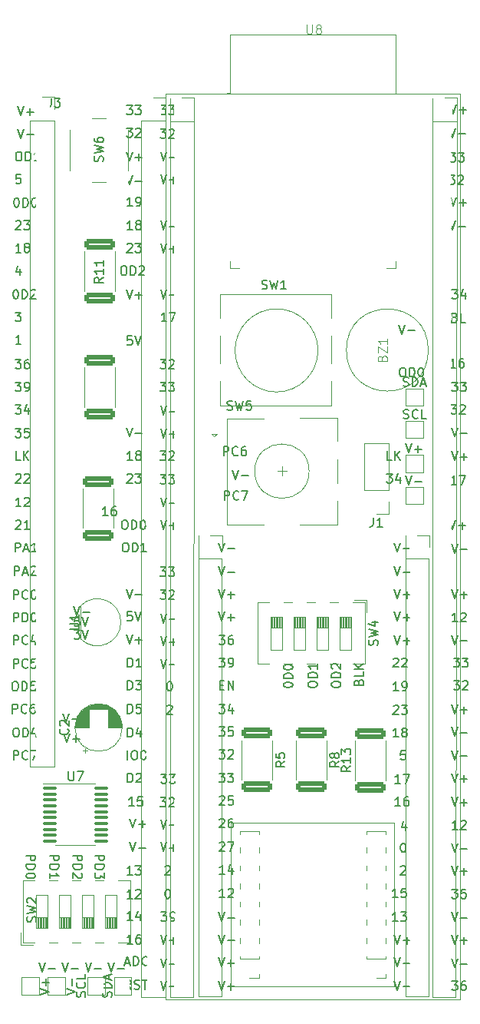
<source format=gto>
G04 #@! TF.GenerationSoftware,KiCad,Pcbnew,7.0.7*
G04 #@! TF.CreationDate,2023-10-26T11:16:57-04:00*
G04 #@! TF.ProjectId,sensor_node,73656e73-6f72-45f6-9e6f-64652e6b6963,rev?*
G04 #@! TF.SameCoordinates,Original*
G04 #@! TF.FileFunction,Legend,Top*
G04 #@! TF.FilePolarity,Positive*
%FSLAX46Y46*%
G04 Gerber Fmt 4.6, Leading zero omitted, Abs format (unit mm)*
G04 Created by KiCad (PCBNEW 7.0.7) date 2023-10-26 11:16:57*
%MOMM*%
%LPD*%
G01*
G04 APERTURE LIST*
G04 Aperture macros list*
%AMRoundRect*
0 Rectangle with rounded corners*
0 $1 Rounding radius*
0 $2 $3 $4 $5 $6 $7 $8 $9 X,Y pos of 4 corners*
0 Add a 4 corners polygon primitive as box body*
4,1,4,$2,$3,$4,$5,$6,$7,$8,$9,$2,$3,0*
0 Add four circle primitives for the rounded corners*
1,1,$1+$1,$2,$3*
1,1,$1+$1,$4,$5*
1,1,$1+$1,$6,$7*
1,1,$1+$1,$8,$9*
0 Add four rect primitives between the rounded corners*
20,1,$1+$1,$2,$3,$4,$5,0*
20,1,$1+$1,$4,$5,$6,$7,0*
20,1,$1+$1,$6,$7,$8,$9,0*
20,1,$1+$1,$8,$9,$2,$3,0*%
G04 Aperture macros list end*
%ADD10C,0.150000*%
%ADD11C,0.100000*%
%ADD12C,0.120000*%
%ADD13RoundRect,0.250000X-1.425000X0.362500X-1.425000X-0.362500X1.425000X-0.362500X1.425000X0.362500X0*%
%ADD14C,1.500000*%
%ADD15R,2.000000X2.000000*%
%ADD16C,2.000000*%
%ADD17R,3.200000X2.000000*%
%ADD18R,1.700000X1.700000*%
%ADD19O,1.700000X1.700000*%
%ADD20O,3.500000X1.350000*%
%ADD21RoundRect,0.250000X1.425000X-0.362500X1.425000X0.362500X-1.425000X0.362500X-1.425000X-0.362500X0*%
%ADD22RoundRect,0.100000X-0.637500X-0.100000X0.637500X-0.100000X0.637500X0.100000X-0.637500X0.100000X0*%
%ADD23R,1.500000X0.900000*%
%ADD24R,0.900000X1.500000*%
%ADD25C,0.600000*%
%ADD26R,3.800000X3.800000*%
%ADD27R,1.600000X1.600000*%
%ADD28C,1.600000*%
%ADD29R,1.500000X1.500000*%
%ADD30R,1.120000X2.440000*%
%ADD31R,1.500000X1.050000*%
%ADD32O,1.500000X1.050000*%
%ADD33O,3.048000X1.850000*%
G04 APERTURE END LIST*
D10*
X95893922Y-125069819D02*
X96227255Y-126069819D01*
X96227255Y-126069819D02*
X96560588Y-125069819D01*
X96893922Y-125688866D02*
X97655827Y-125688866D01*
X97274874Y-126069819D02*
X97274874Y-125307914D01*
X95793922Y-122869819D02*
X96127255Y-123869819D01*
X96127255Y-123869819D02*
X96460588Y-122869819D01*
X96793922Y-123488866D02*
X97555827Y-123488866D01*
X97041541Y-113669819D02*
X97660588Y-113669819D01*
X97660588Y-113669819D02*
X97327255Y-114050771D01*
X97327255Y-114050771D02*
X97470112Y-114050771D01*
X97470112Y-114050771D02*
X97565350Y-114098390D01*
X97565350Y-114098390D02*
X97612969Y-114146009D01*
X97612969Y-114146009D02*
X97660588Y-114241247D01*
X97660588Y-114241247D02*
X97660588Y-114479342D01*
X97660588Y-114479342D02*
X97612969Y-114574580D01*
X97612969Y-114574580D02*
X97565350Y-114622200D01*
X97565350Y-114622200D02*
X97470112Y-114669819D01*
X97470112Y-114669819D02*
X97184398Y-114669819D01*
X97184398Y-114669819D02*
X97089160Y-114622200D01*
X97089160Y-114622200D02*
X97041541Y-114574580D01*
X97946303Y-113669819D02*
X98279636Y-114669819D01*
X98279636Y-114669819D02*
X98612969Y-113669819D01*
X97612969Y-112269819D02*
X97136779Y-112269819D01*
X97136779Y-112269819D02*
X97089160Y-112746009D01*
X97089160Y-112746009D02*
X97136779Y-112698390D01*
X97136779Y-112698390D02*
X97232017Y-112650771D01*
X97232017Y-112650771D02*
X97470112Y-112650771D01*
X97470112Y-112650771D02*
X97565350Y-112698390D01*
X97565350Y-112698390D02*
X97612969Y-112746009D01*
X97612969Y-112746009D02*
X97660588Y-112841247D01*
X97660588Y-112841247D02*
X97660588Y-113079342D01*
X97660588Y-113079342D02*
X97612969Y-113174580D01*
X97612969Y-113174580D02*
X97565350Y-113222200D01*
X97565350Y-113222200D02*
X97470112Y-113269819D01*
X97470112Y-113269819D02*
X97232017Y-113269819D01*
X97232017Y-113269819D02*
X97136779Y-113222200D01*
X97136779Y-113222200D02*
X97089160Y-113174580D01*
X97946303Y-112269819D02*
X98279636Y-113269819D01*
X98279636Y-113269819D02*
X98612969Y-112269819D01*
X96993922Y-111069819D02*
X97327255Y-112069819D01*
X97327255Y-112069819D02*
X97660588Y-111069819D01*
X97993922Y-111688866D02*
X98755827Y-111688866D01*
X133227255Y-84769819D02*
X133417731Y-84769819D01*
X133417731Y-84769819D02*
X133512969Y-84817438D01*
X133512969Y-84817438D02*
X133608207Y-84912676D01*
X133608207Y-84912676D02*
X133655826Y-85103152D01*
X133655826Y-85103152D02*
X133655826Y-85436485D01*
X133655826Y-85436485D02*
X133608207Y-85626961D01*
X133608207Y-85626961D02*
X133512969Y-85722200D01*
X133512969Y-85722200D02*
X133417731Y-85769819D01*
X133417731Y-85769819D02*
X133227255Y-85769819D01*
X133227255Y-85769819D02*
X133132017Y-85722200D01*
X133132017Y-85722200D02*
X133036779Y-85626961D01*
X133036779Y-85626961D02*
X132989160Y-85436485D01*
X132989160Y-85436485D02*
X132989160Y-85103152D01*
X132989160Y-85103152D02*
X133036779Y-84912676D01*
X133036779Y-84912676D02*
X133132017Y-84817438D01*
X133132017Y-84817438D02*
X133227255Y-84769819D01*
X134084398Y-85769819D02*
X134084398Y-84769819D01*
X134084398Y-84769819D02*
X134322493Y-84769819D01*
X134322493Y-84769819D02*
X134465350Y-84817438D01*
X134465350Y-84817438D02*
X134560588Y-84912676D01*
X134560588Y-84912676D02*
X134608207Y-85007914D01*
X134608207Y-85007914D02*
X134655826Y-85198390D01*
X134655826Y-85198390D02*
X134655826Y-85341247D01*
X134655826Y-85341247D02*
X134608207Y-85531723D01*
X134608207Y-85531723D02*
X134560588Y-85626961D01*
X134560588Y-85626961D02*
X134465350Y-85722200D01*
X134465350Y-85722200D02*
X134322493Y-85769819D01*
X134322493Y-85769819D02*
X134084398Y-85769819D01*
X135274874Y-84769819D02*
X135370112Y-84769819D01*
X135370112Y-84769819D02*
X135465350Y-84817438D01*
X135465350Y-84817438D02*
X135512969Y-84865057D01*
X135512969Y-84865057D02*
X135560588Y-84960295D01*
X135560588Y-84960295D02*
X135608207Y-85150771D01*
X135608207Y-85150771D02*
X135608207Y-85388866D01*
X135608207Y-85388866D02*
X135560588Y-85579342D01*
X135560588Y-85579342D02*
X135512969Y-85674580D01*
X135512969Y-85674580D02*
X135465350Y-85722200D01*
X135465350Y-85722200D02*
X135370112Y-85769819D01*
X135370112Y-85769819D02*
X135274874Y-85769819D01*
X135274874Y-85769819D02*
X135179636Y-85722200D01*
X135179636Y-85722200D02*
X135132017Y-85674580D01*
X135132017Y-85674580D02*
X135084398Y-85579342D01*
X135084398Y-85579342D02*
X135036779Y-85388866D01*
X135036779Y-85388866D02*
X135036779Y-85150771D01*
X135036779Y-85150771D02*
X135084398Y-84960295D01*
X135084398Y-84960295D02*
X135132017Y-84865057D01*
X135132017Y-84865057D02*
X135179636Y-84817438D01*
X135179636Y-84817438D02*
X135274874Y-84769819D01*
X132893922Y-80069819D02*
X133227255Y-81069819D01*
X133227255Y-81069819D02*
X133560588Y-80069819D01*
X133893922Y-80688866D02*
X134655827Y-80688866D01*
X90793922Y-55969819D02*
X91127255Y-56969819D01*
X91127255Y-56969819D02*
X91460588Y-55969819D01*
X91793922Y-56588866D02*
X92555827Y-56588866D01*
X92174874Y-56969819D02*
X92174874Y-56207914D01*
X90793922Y-58469819D02*
X91127255Y-59469819D01*
X91127255Y-59469819D02*
X91460588Y-58469819D01*
X91793922Y-59088866D02*
X92555827Y-59088866D01*
X113089160Y-134565057D02*
X113136779Y-134517438D01*
X113136779Y-134517438D02*
X113232017Y-134469819D01*
X113232017Y-134469819D02*
X113470112Y-134469819D01*
X113470112Y-134469819D02*
X113565350Y-134517438D01*
X113565350Y-134517438D02*
X113612969Y-134565057D01*
X113612969Y-134565057D02*
X113660588Y-134660295D01*
X113660588Y-134660295D02*
X113660588Y-134755533D01*
X113660588Y-134755533D02*
X113612969Y-134898390D01*
X113612969Y-134898390D02*
X113041541Y-135469819D01*
X113041541Y-135469819D02*
X113660588Y-135469819D01*
X114517731Y-134469819D02*
X114327255Y-134469819D01*
X114327255Y-134469819D02*
X114232017Y-134517438D01*
X114232017Y-134517438D02*
X114184398Y-134565057D01*
X114184398Y-134565057D02*
X114089160Y-134707914D01*
X114089160Y-134707914D02*
X114041541Y-134898390D01*
X114041541Y-134898390D02*
X114041541Y-135279342D01*
X114041541Y-135279342D02*
X114089160Y-135374580D01*
X114089160Y-135374580D02*
X114136779Y-135422200D01*
X114136779Y-135422200D02*
X114232017Y-135469819D01*
X114232017Y-135469819D02*
X114422493Y-135469819D01*
X114422493Y-135469819D02*
X114517731Y-135422200D01*
X114517731Y-135422200D02*
X114565350Y-135374580D01*
X114565350Y-135374580D02*
X114612969Y-135279342D01*
X114612969Y-135279342D02*
X114612969Y-135041247D01*
X114612969Y-135041247D02*
X114565350Y-134946009D01*
X114565350Y-134946009D02*
X114517731Y-134898390D01*
X114517731Y-134898390D02*
X114422493Y-134850771D01*
X114422493Y-134850771D02*
X114232017Y-134850771D01*
X114232017Y-134850771D02*
X114136779Y-134898390D01*
X114136779Y-134898390D02*
X114089160Y-134946009D01*
X114089160Y-134946009D02*
X114041541Y-135041247D01*
X102936779Y-130469819D02*
X102936779Y-129469819D01*
X102936779Y-129469819D02*
X103174874Y-129469819D01*
X103174874Y-129469819D02*
X103317731Y-129517438D01*
X103317731Y-129517438D02*
X103412969Y-129612676D01*
X103412969Y-129612676D02*
X103460588Y-129707914D01*
X103460588Y-129707914D02*
X103508207Y-129898390D01*
X103508207Y-129898390D02*
X103508207Y-130041247D01*
X103508207Y-130041247D02*
X103460588Y-130231723D01*
X103460588Y-130231723D02*
X103412969Y-130326961D01*
X103412969Y-130326961D02*
X103317731Y-130422200D01*
X103317731Y-130422200D02*
X103174874Y-130469819D01*
X103174874Y-130469819D02*
X102936779Y-130469819D01*
X103889160Y-129565057D02*
X103936779Y-129517438D01*
X103936779Y-129517438D02*
X104032017Y-129469819D01*
X104032017Y-129469819D02*
X104270112Y-129469819D01*
X104270112Y-129469819D02*
X104365350Y-129517438D01*
X104365350Y-129517438D02*
X104412969Y-129565057D01*
X104412969Y-129565057D02*
X104460588Y-129660295D01*
X104460588Y-129660295D02*
X104460588Y-129755533D01*
X104460588Y-129755533D02*
X104412969Y-129898390D01*
X104412969Y-129898390D02*
X103841541Y-130469819D01*
X103841541Y-130469819D02*
X104460588Y-130469819D01*
X138693922Y-129469819D02*
X139027255Y-130469819D01*
X139027255Y-130469819D02*
X139360588Y-129469819D01*
X139693922Y-130088866D02*
X140455827Y-130088866D01*
X140074874Y-130469819D02*
X140074874Y-129707914D01*
X91065350Y-73903152D02*
X91065350Y-74569819D01*
X90827255Y-73522200D02*
X90589160Y-74236485D01*
X90589160Y-74236485D02*
X91208207Y-74236485D01*
X106541541Y-96569819D02*
X107160588Y-96569819D01*
X107160588Y-96569819D02*
X106827255Y-96950771D01*
X106827255Y-96950771D02*
X106970112Y-96950771D01*
X106970112Y-96950771D02*
X107065350Y-96998390D01*
X107065350Y-96998390D02*
X107112969Y-97046009D01*
X107112969Y-97046009D02*
X107160588Y-97141247D01*
X107160588Y-97141247D02*
X107160588Y-97379342D01*
X107160588Y-97379342D02*
X107112969Y-97474580D01*
X107112969Y-97474580D02*
X107065350Y-97522200D01*
X107065350Y-97522200D02*
X106970112Y-97569819D01*
X106970112Y-97569819D02*
X106684398Y-97569819D01*
X106684398Y-97569819D02*
X106589160Y-97522200D01*
X106589160Y-97522200D02*
X106541541Y-97474580D01*
X107493922Y-96569819D02*
X108112969Y-96569819D01*
X108112969Y-96569819D02*
X107779636Y-96950771D01*
X107779636Y-96950771D02*
X107922493Y-96950771D01*
X107922493Y-96950771D02*
X108017731Y-96998390D01*
X108017731Y-96998390D02*
X108065350Y-97046009D01*
X108065350Y-97046009D02*
X108112969Y-97141247D01*
X108112969Y-97141247D02*
X108112969Y-97379342D01*
X108112969Y-97379342D02*
X108065350Y-97474580D01*
X108065350Y-97474580D02*
X108017731Y-97522200D01*
X108017731Y-97522200D02*
X107922493Y-97569819D01*
X107922493Y-97569819D02*
X107636779Y-97569819D01*
X107636779Y-97569819D02*
X107541541Y-97522200D01*
X107541541Y-97522200D02*
X107493922Y-97474580D01*
X138541541Y-61069819D02*
X139160588Y-61069819D01*
X139160588Y-61069819D02*
X138827255Y-61450771D01*
X138827255Y-61450771D02*
X138970112Y-61450771D01*
X138970112Y-61450771D02*
X139065350Y-61498390D01*
X139065350Y-61498390D02*
X139112969Y-61546009D01*
X139112969Y-61546009D02*
X139160588Y-61641247D01*
X139160588Y-61641247D02*
X139160588Y-61879342D01*
X139160588Y-61879342D02*
X139112969Y-61974580D01*
X139112969Y-61974580D02*
X139065350Y-62022200D01*
X139065350Y-62022200D02*
X138970112Y-62069819D01*
X138970112Y-62069819D02*
X138684398Y-62069819D01*
X138684398Y-62069819D02*
X138589160Y-62022200D01*
X138589160Y-62022200D02*
X138541541Y-61974580D01*
X139493922Y-61069819D02*
X140112969Y-61069819D01*
X140112969Y-61069819D02*
X139779636Y-61450771D01*
X139779636Y-61450771D02*
X139922493Y-61450771D01*
X139922493Y-61450771D02*
X140017731Y-61498390D01*
X140017731Y-61498390D02*
X140065350Y-61546009D01*
X140065350Y-61546009D02*
X140112969Y-61641247D01*
X140112969Y-61641247D02*
X140112969Y-61879342D01*
X140112969Y-61879342D02*
X140065350Y-61974580D01*
X140065350Y-61974580D02*
X140017731Y-62022200D01*
X140017731Y-62022200D02*
X139922493Y-62069819D01*
X139922493Y-62069819D02*
X139636779Y-62069819D01*
X139636779Y-62069819D02*
X139541541Y-62022200D01*
X139541541Y-62022200D02*
X139493922Y-61974580D01*
X102793922Y-109169819D02*
X103127255Y-110169819D01*
X103127255Y-110169819D02*
X103460588Y-109169819D01*
X103793922Y-109788866D02*
X104555827Y-109788866D01*
X94330180Y-138536779D02*
X95330180Y-138536779D01*
X95330180Y-138536779D02*
X95330180Y-138917731D01*
X95330180Y-138917731D02*
X95282561Y-139012969D01*
X95282561Y-139012969D02*
X95234942Y-139060588D01*
X95234942Y-139060588D02*
X95139704Y-139108207D01*
X95139704Y-139108207D02*
X94996847Y-139108207D01*
X94996847Y-139108207D02*
X94901609Y-139060588D01*
X94901609Y-139060588D02*
X94853990Y-139012969D01*
X94853990Y-139012969D02*
X94806371Y-138917731D01*
X94806371Y-138917731D02*
X94806371Y-138536779D01*
X94330180Y-139536779D02*
X95330180Y-139536779D01*
X95330180Y-139536779D02*
X95330180Y-139774874D01*
X95330180Y-139774874D02*
X95282561Y-139917731D01*
X95282561Y-139917731D02*
X95187323Y-140012969D01*
X95187323Y-140012969D02*
X95092085Y-140060588D01*
X95092085Y-140060588D02*
X94901609Y-140108207D01*
X94901609Y-140108207D02*
X94758752Y-140108207D01*
X94758752Y-140108207D02*
X94568276Y-140060588D01*
X94568276Y-140060588D02*
X94473038Y-140012969D01*
X94473038Y-140012969D02*
X94377800Y-139917731D01*
X94377800Y-139917731D02*
X94330180Y-139774874D01*
X94330180Y-139774874D02*
X94330180Y-139536779D01*
X94330180Y-141060588D02*
X94330180Y-140489160D01*
X94330180Y-140774874D02*
X95330180Y-140774874D01*
X95330180Y-140774874D02*
X95187323Y-140679636D01*
X95187323Y-140679636D02*
X95092085Y-140584398D01*
X95092085Y-140584398D02*
X95044466Y-140489160D01*
X106593922Y-88969819D02*
X106927255Y-89969819D01*
X106927255Y-89969819D02*
X107260588Y-88969819D01*
X107593922Y-89588866D02*
X108355827Y-89588866D01*
X138741541Y-152369819D02*
X139360588Y-152369819D01*
X139360588Y-152369819D02*
X139027255Y-152750771D01*
X139027255Y-152750771D02*
X139170112Y-152750771D01*
X139170112Y-152750771D02*
X139265350Y-152798390D01*
X139265350Y-152798390D02*
X139312969Y-152846009D01*
X139312969Y-152846009D02*
X139360588Y-152941247D01*
X139360588Y-152941247D02*
X139360588Y-153179342D01*
X139360588Y-153179342D02*
X139312969Y-153274580D01*
X139312969Y-153274580D02*
X139265350Y-153322200D01*
X139265350Y-153322200D02*
X139170112Y-153369819D01*
X139170112Y-153369819D02*
X138884398Y-153369819D01*
X138884398Y-153369819D02*
X138789160Y-153322200D01*
X138789160Y-153322200D02*
X138741541Y-153274580D01*
X140217731Y-152369819D02*
X140027255Y-152369819D01*
X140027255Y-152369819D02*
X139932017Y-152417438D01*
X139932017Y-152417438D02*
X139884398Y-152465057D01*
X139884398Y-152465057D02*
X139789160Y-152607914D01*
X139789160Y-152607914D02*
X139741541Y-152798390D01*
X139741541Y-152798390D02*
X139741541Y-153179342D01*
X139741541Y-153179342D02*
X139789160Y-153274580D01*
X139789160Y-153274580D02*
X139836779Y-153322200D01*
X139836779Y-153322200D02*
X139932017Y-153369819D01*
X139932017Y-153369819D02*
X140122493Y-153369819D01*
X140122493Y-153369819D02*
X140217731Y-153322200D01*
X140217731Y-153322200D02*
X140265350Y-153274580D01*
X140265350Y-153274580D02*
X140312969Y-153179342D01*
X140312969Y-153179342D02*
X140312969Y-152941247D01*
X140312969Y-152941247D02*
X140265350Y-152846009D01*
X140265350Y-152846009D02*
X140217731Y-152798390D01*
X140217731Y-152798390D02*
X140122493Y-152750771D01*
X140122493Y-152750771D02*
X139932017Y-152750771D01*
X139932017Y-152750771D02*
X139836779Y-152798390D01*
X139836779Y-152798390D02*
X139789160Y-152846009D01*
X139789160Y-152846009D02*
X139741541Y-152941247D01*
X112993922Y-104069819D02*
X113327255Y-105069819D01*
X113327255Y-105069819D02*
X113660588Y-104069819D01*
X113993922Y-104688866D02*
X114755827Y-104688866D01*
X95693922Y-150369819D02*
X96027255Y-151369819D01*
X96027255Y-151369819D02*
X96360588Y-150369819D01*
X96693922Y-150988866D02*
X97455827Y-150988866D01*
X103193922Y-134469819D02*
X103527255Y-135469819D01*
X103527255Y-135469819D02*
X103860588Y-134469819D01*
X104193922Y-135088866D02*
X104955827Y-135088866D01*
X104574874Y-135469819D02*
X104574874Y-134707914D01*
X91160588Y-100069819D02*
X90589160Y-100069819D01*
X90874874Y-100069819D02*
X90874874Y-99069819D01*
X90874874Y-99069819D02*
X90779636Y-99212676D01*
X90779636Y-99212676D02*
X90684398Y-99307914D01*
X90684398Y-99307914D02*
X90589160Y-99355533D01*
X91541541Y-99165057D02*
X91589160Y-99117438D01*
X91589160Y-99117438D02*
X91684398Y-99069819D01*
X91684398Y-99069819D02*
X91922493Y-99069819D01*
X91922493Y-99069819D02*
X92017731Y-99117438D01*
X92017731Y-99117438D02*
X92065350Y-99165057D01*
X92065350Y-99165057D02*
X92112969Y-99260295D01*
X92112969Y-99260295D02*
X92112969Y-99355533D01*
X92112969Y-99355533D02*
X92065350Y-99498390D01*
X92065350Y-99498390D02*
X91493922Y-100069819D01*
X91493922Y-100069819D02*
X92112969Y-100069819D01*
X103460588Y-145669819D02*
X102889160Y-145669819D01*
X103174874Y-145669819D02*
X103174874Y-144669819D01*
X103174874Y-144669819D02*
X103079636Y-144812676D01*
X103079636Y-144812676D02*
X102984398Y-144907914D01*
X102984398Y-144907914D02*
X102889160Y-144955533D01*
X104317731Y-145003152D02*
X104317731Y-145669819D01*
X104079636Y-144622200D02*
X103841541Y-145336485D01*
X103841541Y-145336485D02*
X104460588Y-145336485D01*
X132112969Y-94969819D02*
X131636779Y-94969819D01*
X131636779Y-94969819D02*
X131636779Y-93969819D01*
X132446303Y-94969819D02*
X132446303Y-93969819D01*
X133017731Y-94969819D02*
X132589160Y-94398390D01*
X133017731Y-93969819D02*
X132446303Y-94541247D01*
X138693922Y-147269819D02*
X139027255Y-148269819D01*
X139027255Y-148269819D02*
X139360588Y-147269819D01*
X139693922Y-147888866D02*
X140455827Y-147888866D01*
X140074874Y-148269819D02*
X140074874Y-147507914D01*
X133612969Y-126969819D02*
X133136779Y-126969819D01*
X133136779Y-126969819D02*
X133089160Y-127446009D01*
X133089160Y-127446009D02*
X133136779Y-127398390D01*
X133136779Y-127398390D02*
X133232017Y-127350771D01*
X133232017Y-127350771D02*
X133470112Y-127350771D01*
X133470112Y-127350771D02*
X133565350Y-127398390D01*
X133565350Y-127398390D02*
X133612969Y-127446009D01*
X133612969Y-127446009D02*
X133660588Y-127541247D01*
X133660588Y-127541247D02*
X133660588Y-127779342D01*
X133660588Y-127779342D02*
X133612969Y-127874580D01*
X133612969Y-127874580D02*
X133565350Y-127922200D01*
X133565350Y-127922200D02*
X133470112Y-127969819D01*
X133470112Y-127969819D02*
X133232017Y-127969819D01*
X133232017Y-127969819D02*
X133136779Y-127922200D01*
X133136779Y-127922200D02*
X133089160Y-127874580D01*
X132393922Y-149769819D02*
X132727255Y-150769819D01*
X132727255Y-150769819D02*
X133060588Y-149769819D01*
X133393922Y-150388866D02*
X134155827Y-150388866D01*
X91112969Y-63469819D02*
X90636779Y-63469819D01*
X90636779Y-63469819D02*
X90589160Y-63946009D01*
X90589160Y-63946009D02*
X90636779Y-63898390D01*
X90636779Y-63898390D02*
X90732017Y-63850771D01*
X90732017Y-63850771D02*
X90970112Y-63850771D01*
X90970112Y-63850771D02*
X91065350Y-63898390D01*
X91065350Y-63898390D02*
X91112969Y-63946009D01*
X91112969Y-63946009D02*
X91160588Y-64041247D01*
X91160588Y-64041247D02*
X91160588Y-64279342D01*
X91160588Y-64279342D02*
X91112969Y-64374580D01*
X91112969Y-64374580D02*
X91065350Y-64422200D01*
X91065350Y-64422200D02*
X90970112Y-64469819D01*
X90970112Y-64469819D02*
X90732017Y-64469819D01*
X90732017Y-64469819D02*
X90636779Y-64422200D01*
X90636779Y-64422200D02*
X90589160Y-64374580D01*
X114493922Y-96069819D02*
X114827255Y-97069819D01*
X114827255Y-97069819D02*
X115160588Y-96069819D01*
X115493922Y-96688866D02*
X116255827Y-96688866D01*
X138641541Y-88869819D02*
X139260588Y-88869819D01*
X139260588Y-88869819D02*
X138927255Y-89250771D01*
X138927255Y-89250771D02*
X139070112Y-89250771D01*
X139070112Y-89250771D02*
X139165350Y-89298390D01*
X139165350Y-89298390D02*
X139212969Y-89346009D01*
X139212969Y-89346009D02*
X139260588Y-89441247D01*
X139260588Y-89441247D02*
X139260588Y-89679342D01*
X139260588Y-89679342D02*
X139212969Y-89774580D01*
X139212969Y-89774580D02*
X139165350Y-89822200D01*
X139165350Y-89822200D02*
X139070112Y-89869819D01*
X139070112Y-89869819D02*
X138784398Y-89869819D01*
X138784398Y-89869819D02*
X138689160Y-89822200D01*
X138689160Y-89822200D02*
X138641541Y-89774580D01*
X139641541Y-88965057D02*
X139689160Y-88917438D01*
X139689160Y-88917438D02*
X139784398Y-88869819D01*
X139784398Y-88869819D02*
X140022493Y-88869819D01*
X140022493Y-88869819D02*
X140117731Y-88917438D01*
X140117731Y-88917438D02*
X140165350Y-88965057D01*
X140165350Y-88965057D02*
X140212969Y-89060295D01*
X140212969Y-89060295D02*
X140212969Y-89155533D01*
X140212969Y-89155533D02*
X140165350Y-89298390D01*
X140165350Y-89298390D02*
X139593922Y-89869819D01*
X139593922Y-89869819D02*
X140212969Y-89869819D01*
X106593922Y-68569819D02*
X106927255Y-69569819D01*
X106927255Y-69569819D02*
X107260588Y-68569819D01*
X107593922Y-69188866D02*
X108355827Y-69188866D01*
X98293922Y-150369819D02*
X98627255Y-151369819D01*
X98627255Y-151369819D02*
X98960588Y-150369819D01*
X99293922Y-150988866D02*
X100055827Y-150988866D01*
X106593922Y-149869819D02*
X106927255Y-150869819D01*
X106927255Y-150869819D02*
X107260588Y-149869819D01*
X107593922Y-150488866D02*
X108355827Y-150488866D01*
X90541541Y-78669819D02*
X91160588Y-78669819D01*
X91160588Y-78669819D02*
X90827255Y-79050771D01*
X90827255Y-79050771D02*
X90970112Y-79050771D01*
X90970112Y-79050771D02*
X91065350Y-79098390D01*
X91065350Y-79098390D02*
X91112969Y-79146009D01*
X91112969Y-79146009D02*
X91160588Y-79241247D01*
X91160588Y-79241247D02*
X91160588Y-79479342D01*
X91160588Y-79479342D02*
X91112969Y-79574580D01*
X91112969Y-79574580D02*
X91065350Y-79622200D01*
X91065350Y-79622200D02*
X90970112Y-79669819D01*
X90970112Y-79669819D02*
X90684398Y-79669819D01*
X90684398Y-79669819D02*
X90589160Y-79622200D01*
X90589160Y-79622200D02*
X90541541Y-79574580D01*
X103412969Y-111669819D02*
X102936779Y-111669819D01*
X102936779Y-111669819D02*
X102889160Y-112146009D01*
X102889160Y-112146009D02*
X102936779Y-112098390D01*
X102936779Y-112098390D02*
X103032017Y-112050771D01*
X103032017Y-112050771D02*
X103270112Y-112050771D01*
X103270112Y-112050771D02*
X103365350Y-112098390D01*
X103365350Y-112098390D02*
X103412969Y-112146009D01*
X103412969Y-112146009D02*
X103460588Y-112241247D01*
X103460588Y-112241247D02*
X103460588Y-112479342D01*
X103460588Y-112479342D02*
X103412969Y-112574580D01*
X103412969Y-112574580D02*
X103365350Y-112622200D01*
X103365350Y-112622200D02*
X103270112Y-112669819D01*
X103270112Y-112669819D02*
X103032017Y-112669819D01*
X103032017Y-112669819D02*
X102936779Y-112622200D01*
X102936779Y-112622200D02*
X102889160Y-112574580D01*
X103746303Y-111669819D02*
X104079636Y-112669819D01*
X104079636Y-112669819D02*
X104412969Y-111669819D01*
X90236779Y-122869819D02*
X90236779Y-121869819D01*
X90236779Y-121869819D02*
X90617731Y-121869819D01*
X90617731Y-121869819D02*
X90712969Y-121917438D01*
X90712969Y-121917438D02*
X90760588Y-121965057D01*
X90760588Y-121965057D02*
X90808207Y-122060295D01*
X90808207Y-122060295D02*
X90808207Y-122203152D01*
X90808207Y-122203152D02*
X90760588Y-122298390D01*
X90760588Y-122298390D02*
X90712969Y-122346009D01*
X90712969Y-122346009D02*
X90617731Y-122393628D01*
X90617731Y-122393628D02*
X90236779Y-122393628D01*
X91808207Y-122774580D02*
X91760588Y-122822200D01*
X91760588Y-122822200D02*
X91617731Y-122869819D01*
X91617731Y-122869819D02*
X91522493Y-122869819D01*
X91522493Y-122869819D02*
X91379636Y-122822200D01*
X91379636Y-122822200D02*
X91284398Y-122726961D01*
X91284398Y-122726961D02*
X91236779Y-122631723D01*
X91236779Y-122631723D02*
X91189160Y-122441247D01*
X91189160Y-122441247D02*
X91189160Y-122298390D01*
X91189160Y-122298390D02*
X91236779Y-122107914D01*
X91236779Y-122107914D02*
X91284398Y-122012676D01*
X91284398Y-122012676D02*
X91379636Y-121917438D01*
X91379636Y-121917438D02*
X91522493Y-121869819D01*
X91522493Y-121869819D02*
X91617731Y-121869819D01*
X91617731Y-121869819D02*
X91760588Y-121917438D01*
X91760588Y-121917438D02*
X91808207Y-121965057D01*
X92665350Y-121869819D02*
X92474874Y-121869819D01*
X92474874Y-121869819D02*
X92379636Y-121917438D01*
X92379636Y-121917438D02*
X92332017Y-121965057D01*
X92332017Y-121965057D02*
X92236779Y-122107914D01*
X92236779Y-122107914D02*
X92189160Y-122298390D01*
X92189160Y-122298390D02*
X92189160Y-122679342D01*
X92189160Y-122679342D02*
X92236779Y-122774580D01*
X92236779Y-122774580D02*
X92284398Y-122822200D01*
X92284398Y-122822200D02*
X92379636Y-122869819D01*
X92379636Y-122869819D02*
X92570112Y-122869819D01*
X92570112Y-122869819D02*
X92665350Y-122822200D01*
X92665350Y-122822200D02*
X92712969Y-122774580D01*
X92712969Y-122774580D02*
X92760588Y-122679342D01*
X92760588Y-122679342D02*
X92760588Y-122441247D01*
X92760588Y-122441247D02*
X92712969Y-122346009D01*
X92712969Y-122346009D02*
X92665350Y-122298390D01*
X92665350Y-122298390D02*
X92570112Y-122250771D01*
X92570112Y-122250771D02*
X92379636Y-122250771D01*
X92379636Y-122250771D02*
X92284398Y-122298390D01*
X92284398Y-122298390D02*
X92236779Y-122346009D01*
X92236779Y-122346009D02*
X92189160Y-122441247D01*
X132760588Y-143169819D02*
X132189160Y-143169819D01*
X132474874Y-143169819D02*
X132474874Y-142169819D01*
X132474874Y-142169819D02*
X132379636Y-142312676D01*
X132379636Y-142312676D02*
X132284398Y-142407914D01*
X132284398Y-142407914D02*
X132189160Y-142455533D01*
X133665350Y-142169819D02*
X133189160Y-142169819D01*
X133189160Y-142169819D02*
X133141541Y-142646009D01*
X133141541Y-142646009D02*
X133189160Y-142598390D01*
X133189160Y-142598390D02*
X133284398Y-142550771D01*
X133284398Y-142550771D02*
X133522493Y-142550771D01*
X133522493Y-142550771D02*
X133617731Y-142598390D01*
X133617731Y-142598390D02*
X133665350Y-142646009D01*
X133665350Y-142646009D02*
X133712969Y-142741247D01*
X133712969Y-142741247D02*
X133712969Y-142979342D01*
X133712969Y-142979342D02*
X133665350Y-143074580D01*
X133665350Y-143074580D02*
X133617731Y-143122200D01*
X133617731Y-143122200D02*
X133522493Y-143169819D01*
X133522493Y-143169819D02*
X133284398Y-143169819D01*
X133284398Y-143169819D02*
X133189160Y-143122200D01*
X133189160Y-143122200D02*
X133141541Y-143074580D01*
X90541541Y-91469819D02*
X91160588Y-91469819D01*
X91160588Y-91469819D02*
X90827255Y-91850771D01*
X90827255Y-91850771D02*
X90970112Y-91850771D01*
X90970112Y-91850771D02*
X91065350Y-91898390D01*
X91065350Y-91898390D02*
X91112969Y-91946009D01*
X91112969Y-91946009D02*
X91160588Y-92041247D01*
X91160588Y-92041247D02*
X91160588Y-92279342D01*
X91160588Y-92279342D02*
X91112969Y-92374580D01*
X91112969Y-92374580D02*
X91065350Y-92422200D01*
X91065350Y-92422200D02*
X90970112Y-92469819D01*
X90970112Y-92469819D02*
X90684398Y-92469819D01*
X90684398Y-92469819D02*
X90589160Y-92422200D01*
X90589160Y-92422200D02*
X90541541Y-92374580D01*
X92065350Y-91469819D02*
X91589160Y-91469819D01*
X91589160Y-91469819D02*
X91541541Y-91946009D01*
X91541541Y-91946009D02*
X91589160Y-91898390D01*
X91589160Y-91898390D02*
X91684398Y-91850771D01*
X91684398Y-91850771D02*
X91922493Y-91850771D01*
X91922493Y-91850771D02*
X92017731Y-91898390D01*
X92017731Y-91898390D02*
X92065350Y-91946009D01*
X92065350Y-91946009D02*
X92112969Y-92041247D01*
X92112969Y-92041247D02*
X92112969Y-92279342D01*
X92112969Y-92279342D02*
X92065350Y-92374580D01*
X92065350Y-92374580D02*
X92017731Y-92422200D01*
X92017731Y-92422200D02*
X91922493Y-92469819D01*
X91922493Y-92469819D02*
X91684398Y-92469819D01*
X91684398Y-92469819D02*
X91589160Y-92422200D01*
X91589160Y-92422200D02*
X91541541Y-92374580D01*
X138693922Y-91369819D02*
X139027255Y-92369819D01*
X139027255Y-92369819D02*
X139360588Y-91369819D01*
X139693922Y-91988866D02*
X140455827Y-91988866D01*
X103460588Y-66969819D02*
X102889160Y-66969819D01*
X103174874Y-66969819D02*
X103174874Y-65969819D01*
X103174874Y-65969819D02*
X103079636Y-66112676D01*
X103079636Y-66112676D02*
X102984398Y-66207914D01*
X102984398Y-66207914D02*
X102889160Y-66255533D01*
X103936779Y-66969819D02*
X104127255Y-66969819D01*
X104127255Y-66969819D02*
X104222493Y-66922200D01*
X104222493Y-66922200D02*
X104270112Y-66874580D01*
X104270112Y-66874580D02*
X104365350Y-66731723D01*
X104365350Y-66731723D02*
X104412969Y-66541247D01*
X104412969Y-66541247D02*
X104412969Y-66160295D01*
X104412969Y-66160295D02*
X104365350Y-66065057D01*
X104365350Y-66065057D02*
X104317731Y-66017438D01*
X104317731Y-66017438D02*
X104222493Y-65969819D01*
X104222493Y-65969819D02*
X104032017Y-65969819D01*
X104032017Y-65969819D02*
X103936779Y-66017438D01*
X103936779Y-66017438D02*
X103889160Y-66065057D01*
X103889160Y-66065057D02*
X103841541Y-66160295D01*
X103841541Y-66160295D02*
X103841541Y-66398390D01*
X103841541Y-66398390D02*
X103889160Y-66493628D01*
X103889160Y-66493628D02*
X103936779Y-66541247D01*
X103936779Y-66541247D02*
X104032017Y-66588866D01*
X104032017Y-66588866D02*
X104222493Y-66588866D01*
X104222493Y-66588866D02*
X104317731Y-66541247D01*
X104317731Y-66541247D02*
X104365350Y-66493628D01*
X104365350Y-66493628D02*
X104412969Y-66398390D01*
X107289160Y-122065057D02*
X107336779Y-122017438D01*
X107336779Y-122017438D02*
X107432017Y-121969819D01*
X107432017Y-121969819D02*
X107670112Y-121969819D01*
X107670112Y-121969819D02*
X107765350Y-122017438D01*
X107765350Y-122017438D02*
X107812969Y-122065057D01*
X107812969Y-122065057D02*
X107860588Y-122160295D01*
X107860588Y-122160295D02*
X107860588Y-122255533D01*
X107860588Y-122255533D02*
X107812969Y-122398390D01*
X107812969Y-122398390D02*
X107241541Y-122969819D01*
X107241541Y-122969819D02*
X107860588Y-122969819D01*
X106593922Y-116869819D02*
X106927255Y-117869819D01*
X106927255Y-117869819D02*
X107260588Y-116869819D01*
X107593922Y-117488866D02*
X108355827Y-117488866D01*
X113041541Y-121869819D02*
X113660588Y-121869819D01*
X113660588Y-121869819D02*
X113327255Y-122250771D01*
X113327255Y-122250771D02*
X113470112Y-122250771D01*
X113470112Y-122250771D02*
X113565350Y-122298390D01*
X113565350Y-122298390D02*
X113612969Y-122346009D01*
X113612969Y-122346009D02*
X113660588Y-122441247D01*
X113660588Y-122441247D02*
X113660588Y-122679342D01*
X113660588Y-122679342D02*
X113612969Y-122774580D01*
X113612969Y-122774580D02*
X113565350Y-122822200D01*
X113565350Y-122822200D02*
X113470112Y-122869819D01*
X113470112Y-122869819D02*
X113184398Y-122869819D01*
X113184398Y-122869819D02*
X113089160Y-122822200D01*
X113089160Y-122822200D02*
X113041541Y-122774580D01*
X114517731Y-122203152D02*
X114517731Y-122869819D01*
X114279636Y-121822200D02*
X114041541Y-122536485D01*
X114041541Y-122536485D02*
X114660588Y-122536485D01*
X132289160Y-116865057D02*
X132336779Y-116817438D01*
X132336779Y-116817438D02*
X132432017Y-116769819D01*
X132432017Y-116769819D02*
X132670112Y-116769819D01*
X132670112Y-116769819D02*
X132765350Y-116817438D01*
X132765350Y-116817438D02*
X132812969Y-116865057D01*
X132812969Y-116865057D02*
X132860588Y-116960295D01*
X132860588Y-116960295D02*
X132860588Y-117055533D01*
X132860588Y-117055533D02*
X132812969Y-117198390D01*
X132812969Y-117198390D02*
X132241541Y-117769819D01*
X132241541Y-117769819D02*
X132860588Y-117769819D01*
X133241541Y-116865057D02*
X133289160Y-116817438D01*
X133289160Y-116817438D02*
X133384398Y-116769819D01*
X133384398Y-116769819D02*
X133622493Y-116769819D01*
X133622493Y-116769819D02*
X133717731Y-116817438D01*
X133717731Y-116817438D02*
X133765350Y-116865057D01*
X133765350Y-116865057D02*
X133812969Y-116960295D01*
X133812969Y-116960295D02*
X133812969Y-117055533D01*
X133812969Y-117055533D02*
X133765350Y-117198390D01*
X133765350Y-117198390D02*
X133193922Y-117769819D01*
X133193922Y-117769819D02*
X133812969Y-117769819D01*
X106593922Y-134569819D02*
X106927255Y-135569819D01*
X106927255Y-135569819D02*
X107260588Y-134569819D01*
X107593922Y-135188866D02*
X108355827Y-135188866D01*
X133060588Y-133069819D02*
X132489160Y-133069819D01*
X132774874Y-133069819D02*
X132774874Y-132069819D01*
X132774874Y-132069819D02*
X132679636Y-132212676D01*
X132679636Y-132212676D02*
X132584398Y-132307914D01*
X132584398Y-132307914D02*
X132489160Y-132355533D01*
X133917731Y-132069819D02*
X133727255Y-132069819D01*
X133727255Y-132069819D02*
X133632017Y-132117438D01*
X133632017Y-132117438D02*
X133584398Y-132165057D01*
X133584398Y-132165057D02*
X133489160Y-132307914D01*
X133489160Y-132307914D02*
X133441541Y-132498390D01*
X133441541Y-132498390D02*
X133441541Y-132879342D01*
X133441541Y-132879342D02*
X133489160Y-132974580D01*
X133489160Y-132974580D02*
X133536779Y-133022200D01*
X133536779Y-133022200D02*
X133632017Y-133069819D01*
X133632017Y-133069819D02*
X133822493Y-133069819D01*
X133822493Y-133069819D02*
X133917731Y-133022200D01*
X133917731Y-133022200D02*
X133965350Y-132974580D01*
X133965350Y-132974580D02*
X134012969Y-132879342D01*
X134012969Y-132879342D02*
X134012969Y-132641247D01*
X134012969Y-132641247D02*
X133965350Y-132546009D01*
X133965350Y-132546009D02*
X133917731Y-132498390D01*
X133917731Y-132498390D02*
X133822493Y-132450771D01*
X133822493Y-132450771D02*
X133632017Y-132450771D01*
X133632017Y-132450771D02*
X133536779Y-132498390D01*
X133536779Y-132498390D02*
X133489160Y-132546009D01*
X133489160Y-132546009D02*
X133441541Y-132641247D01*
X138693922Y-137169819D02*
X139027255Y-138169819D01*
X139027255Y-138169819D02*
X139360588Y-137169819D01*
X139693922Y-137788866D02*
X140455827Y-137788866D01*
X102936779Y-120269819D02*
X102936779Y-119269819D01*
X102936779Y-119269819D02*
X103174874Y-119269819D01*
X103174874Y-119269819D02*
X103317731Y-119317438D01*
X103317731Y-119317438D02*
X103412969Y-119412676D01*
X103412969Y-119412676D02*
X103460588Y-119507914D01*
X103460588Y-119507914D02*
X103508207Y-119698390D01*
X103508207Y-119698390D02*
X103508207Y-119841247D01*
X103508207Y-119841247D02*
X103460588Y-120031723D01*
X103460588Y-120031723D02*
X103412969Y-120126961D01*
X103412969Y-120126961D02*
X103317731Y-120222200D01*
X103317731Y-120222200D02*
X103174874Y-120269819D01*
X103174874Y-120269819D02*
X102936779Y-120269819D01*
X103841541Y-119269819D02*
X104460588Y-119269819D01*
X104460588Y-119269819D02*
X104127255Y-119650771D01*
X104127255Y-119650771D02*
X104270112Y-119650771D01*
X104270112Y-119650771D02*
X104365350Y-119698390D01*
X104365350Y-119698390D02*
X104412969Y-119746009D01*
X104412969Y-119746009D02*
X104460588Y-119841247D01*
X104460588Y-119841247D02*
X104460588Y-120079342D01*
X104460588Y-120079342D02*
X104412969Y-120174580D01*
X104412969Y-120174580D02*
X104365350Y-120222200D01*
X104365350Y-120222200D02*
X104270112Y-120269819D01*
X104270112Y-120269819D02*
X103984398Y-120269819D01*
X103984398Y-120269819D02*
X103889160Y-120222200D01*
X103889160Y-120222200D02*
X103841541Y-120174580D01*
X112993922Y-149769819D02*
X113327255Y-150769819D01*
X113327255Y-150769819D02*
X113660588Y-149769819D01*
X113993922Y-150388866D02*
X114755827Y-150388866D01*
X114374874Y-150769819D02*
X114374874Y-150007914D01*
X106541541Y-106769819D02*
X107160588Y-106769819D01*
X107160588Y-106769819D02*
X106827255Y-107150771D01*
X106827255Y-107150771D02*
X106970112Y-107150771D01*
X106970112Y-107150771D02*
X107065350Y-107198390D01*
X107065350Y-107198390D02*
X107112969Y-107246009D01*
X107112969Y-107246009D02*
X107160588Y-107341247D01*
X107160588Y-107341247D02*
X107160588Y-107579342D01*
X107160588Y-107579342D02*
X107112969Y-107674580D01*
X107112969Y-107674580D02*
X107065350Y-107722200D01*
X107065350Y-107722200D02*
X106970112Y-107769819D01*
X106970112Y-107769819D02*
X106684398Y-107769819D01*
X106684398Y-107769819D02*
X106589160Y-107722200D01*
X106589160Y-107722200D02*
X106541541Y-107674580D01*
X107493922Y-106769819D02*
X108112969Y-106769819D01*
X108112969Y-106769819D02*
X107779636Y-107150771D01*
X107779636Y-107150771D02*
X107922493Y-107150771D01*
X107922493Y-107150771D02*
X108017731Y-107198390D01*
X108017731Y-107198390D02*
X108065350Y-107246009D01*
X108065350Y-107246009D02*
X108112969Y-107341247D01*
X108112969Y-107341247D02*
X108112969Y-107579342D01*
X108112969Y-107579342D02*
X108065350Y-107674580D01*
X108065350Y-107674580D02*
X108017731Y-107722200D01*
X108017731Y-107722200D02*
X107922493Y-107769819D01*
X107922493Y-107769819D02*
X107636779Y-107769819D01*
X107636779Y-107769819D02*
X107541541Y-107722200D01*
X107541541Y-107722200D02*
X107493922Y-107674580D01*
X90336779Y-127969819D02*
X90336779Y-126969819D01*
X90336779Y-126969819D02*
X90717731Y-126969819D01*
X90717731Y-126969819D02*
X90812969Y-127017438D01*
X90812969Y-127017438D02*
X90860588Y-127065057D01*
X90860588Y-127065057D02*
X90908207Y-127160295D01*
X90908207Y-127160295D02*
X90908207Y-127303152D01*
X90908207Y-127303152D02*
X90860588Y-127398390D01*
X90860588Y-127398390D02*
X90812969Y-127446009D01*
X90812969Y-127446009D02*
X90717731Y-127493628D01*
X90717731Y-127493628D02*
X90336779Y-127493628D01*
X91908207Y-127874580D02*
X91860588Y-127922200D01*
X91860588Y-127922200D02*
X91717731Y-127969819D01*
X91717731Y-127969819D02*
X91622493Y-127969819D01*
X91622493Y-127969819D02*
X91479636Y-127922200D01*
X91479636Y-127922200D02*
X91384398Y-127826961D01*
X91384398Y-127826961D02*
X91336779Y-127731723D01*
X91336779Y-127731723D02*
X91289160Y-127541247D01*
X91289160Y-127541247D02*
X91289160Y-127398390D01*
X91289160Y-127398390D02*
X91336779Y-127207914D01*
X91336779Y-127207914D02*
X91384398Y-127112676D01*
X91384398Y-127112676D02*
X91479636Y-127017438D01*
X91479636Y-127017438D02*
X91622493Y-126969819D01*
X91622493Y-126969819D02*
X91717731Y-126969819D01*
X91717731Y-126969819D02*
X91860588Y-127017438D01*
X91860588Y-127017438D02*
X91908207Y-127065057D01*
X92241541Y-126969819D02*
X92908207Y-126969819D01*
X92908207Y-126969819D02*
X92479636Y-127969819D01*
X138693922Y-132069819D02*
X139027255Y-133069819D01*
X139027255Y-133069819D02*
X139360588Y-132069819D01*
X139693922Y-132688866D02*
X140455827Y-132688866D01*
X140074874Y-133069819D02*
X140074874Y-132307914D01*
X106593922Y-76169819D02*
X106927255Y-77169819D01*
X106927255Y-77169819D02*
X107260588Y-76169819D01*
X107593922Y-76788866D02*
X108355827Y-76788866D01*
X133060588Y-130569819D02*
X132489160Y-130569819D01*
X132774874Y-130569819D02*
X132774874Y-129569819D01*
X132774874Y-129569819D02*
X132679636Y-129712676D01*
X132679636Y-129712676D02*
X132584398Y-129807914D01*
X132584398Y-129807914D02*
X132489160Y-129855533D01*
X133393922Y-129569819D02*
X134060588Y-129569819D01*
X134060588Y-129569819D02*
X133632017Y-130569819D01*
X112993922Y-109169819D02*
X113327255Y-110169819D01*
X113327255Y-110169819D02*
X113660588Y-109169819D01*
X113993922Y-109788866D02*
X114755827Y-109788866D01*
X114374874Y-110169819D02*
X114374874Y-109407914D01*
X102936779Y-125469819D02*
X102936779Y-124469819D01*
X102936779Y-124469819D02*
X103174874Y-124469819D01*
X103174874Y-124469819D02*
X103317731Y-124517438D01*
X103317731Y-124517438D02*
X103412969Y-124612676D01*
X103412969Y-124612676D02*
X103460588Y-124707914D01*
X103460588Y-124707914D02*
X103508207Y-124898390D01*
X103508207Y-124898390D02*
X103508207Y-125041247D01*
X103508207Y-125041247D02*
X103460588Y-125231723D01*
X103460588Y-125231723D02*
X103412969Y-125326961D01*
X103412969Y-125326961D02*
X103317731Y-125422200D01*
X103317731Y-125422200D02*
X103174874Y-125469819D01*
X103174874Y-125469819D02*
X102936779Y-125469819D01*
X104365350Y-124803152D02*
X104365350Y-125469819D01*
X104127255Y-124422200D02*
X103889160Y-125136485D01*
X103889160Y-125136485D02*
X104508207Y-125136485D01*
X138593922Y-55769819D02*
X138927255Y-56769819D01*
X138927255Y-56769819D02*
X139260588Y-55769819D01*
X139593922Y-56388866D02*
X140355827Y-56388866D01*
X139974874Y-56769819D02*
X139974874Y-56007914D01*
X113041541Y-116769819D02*
X113660588Y-116769819D01*
X113660588Y-116769819D02*
X113327255Y-117150771D01*
X113327255Y-117150771D02*
X113470112Y-117150771D01*
X113470112Y-117150771D02*
X113565350Y-117198390D01*
X113565350Y-117198390D02*
X113612969Y-117246009D01*
X113612969Y-117246009D02*
X113660588Y-117341247D01*
X113660588Y-117341247D02*
X113660588Y-117579342D01*
X113660588Y-117579342D02*
X113612969Y-117674580D01*
X113612969Y-117674580D02*
X113565350Y-117722200D01*
X113565350Y-117722200D02*
X113470112Y-117769819D01*
X113470112Y-117769819D02*
X113184398Y-117769819D01*
X113184398Y-117769819D02*
X113089160Y-117722200D01*
X113089160Y-117722200D02*
X113041541Y-117674580D01*
X114136779Y-117769819D02*
X114327255Y-117769819D01*
X114327255Y-117769819D02*
X114422493Y-117722200D01*
X114422493Y-117722200D02*
X114470112Y-117674580D01*
X114470112Y-117674580D02*
X114565350Y-117531723D01*
X114565350Y-117531723D02*
X114612969Y-117341247D01*
X114612969Y-117341247D02*
X114612969Y-116960295D01*
X114612969Y-116960295D02*
X114565350Y-116865057D01*
X114565350Y-116865057D02*
X114517731Y-116817438D01*
X114517731Y-116817438D02*
X114422493Y-116769819D01*
X114422493Y-116769819D02*
X114232017Y-116769819D01*
X114232017Y-116769819D02*
X114136779Y-116817438D01*
X114136779Y-116817438D02*
X114089160Y-116865057D01*
X114089160Y-116865057D02*
X114041541Y-116960295D01*
X114041541Y-116960295D02*
X114041541Y-117198390D01*
X114041541Y-117198390D02*
X114089160Y-117293628D01*
X114089160Y-117293628D02*
X114136779Y-117341247D01*
X114136779Y-117341247D02*
X114232017Y-117388866D01*
X114232017Y-117388866D02*
X114422493Y-117388866D01*
X114422493Y-117388866D02*
X114517731Y-117341247D01*
X114517731Y-117341247D02*
X114565350Y-117293628D01*
X114565350Y-117293628D02*
X114612969Y-117198390D01*
X106541541Y-132169819D02*
X107160588Y-132169819D01*
X107160588Y-132169819D02*
X106827255Y-132550771D01*
X106827255Y-132550771D02*
X106970112Y-132550771D01*
X106970112Y-132550771D02*
X107065350Y-132598390D01*
X107065350Y-132598390D02*
X107112969Y-132646009D01*
X107112969Y-132646009D02*
X107160588Y-132741247D01*
X107160588Y-132741247D02*
X107160588Y-132979342D01*
X107160588Y-132979342D02*
X107112969Y-133074580D01*
X107112969Y-133074580D02*
X107065350Y-133122200D01*
X107065350Y-133122200D02*
X106970112Y-133169819D01*
X106970112Y-133169819D02*
X106684398Y-133169819D01*
X106684398Y-133169819D02*
X106589160Y-133122200D01*
X106589160Y-133122200D02*
X106541541Y-133074580D01*
X107541541Y-132265057D02*
X107589160Y-132217438D01*
X107589160Y-132217438D02*
X107684398Y-132169819D01*
X107684398Y-132169819D02*
X107922493Y-132169819D01*
X107922493Y-132169819D02*
X108017731Y-132217438D01*
X108017731Y-132217438D02*
X108065350Y-132265057D01*
X108065350Y-132265057D02*
X108112969Y-132360295D01*
X108112969Y-132360295D02*
X108112969Y-132455533D01*
X108112969Y-132455533D02*
X108065350Y-132598390D01*
X108065350Y-132598390D02*
X107493922Y-133169819D01*
X107493922Y-133169819D02*
X108112969Y-133169819D01*
X139070112Y-79246009D02*
X139212969Y-79293628D01*
X139212969Y-79293628D02*
X139260588Y-79341247D01*
X139260588Y-79341247D02*
X139308207Y-79436485D01*
X139308207Y-79436485D02*
X139308207Y-79579342D01*
X139308207Y-79579342D02*
X139260588Y-79674580D01*
X139260588Y-79674580D02*
X139212969Y-79722200D01*
X139212969Y-79722200D02*
X139117731Y-79769819D01*
X139117731Y-79769819D02*
X138736779Y-79769819D01*
X138736779Y-79769819D02*
X138736779Y-78769819D01*
X138736779Y-78769819D02*
X139070112Y-78769819D01*
X139070112Y-78769819D02*
X139165350Y-78817438D01*
X139165350Y-78817438D02*
X139212969Y-78865057D01*
X139212969Y-78865057D02*
X139260588Y-78960295D01*
X139260588Y-78960295D02*
X139260588Y-79055533D01*
X139260588Y-79055533D02*
X139212969Y-79150771D01*
X139212969Y-79150771D02*
X139165350Y-79198390D01*
X139165350Y-79198390D02*
X139070112Y-79246009D01*
X139070112Y-79246009D02*
X138736779Y-79246009D01*
X140212969Y-79769819D02*
X139736779Y-79769819D01*
X139736779Y-79769819D02*
X139736779Y-78769819D01*
X102889160Y-96565057D02*
X102936779Y-96517438D01*
X102936779Y-96517438D02*
X103032017Y-96469819D01*
X103032017Y-96469819D02*
X103270112Y-96469819D01*
X103270112Y-96469819D02*
X103365350Y-96517438D01*
X103365350Y-96517438D02*
X103412969Y-96565057D01*
X103412969Y-96565057D02*
X103460588Y-96660295D01*
X103460588Y-96660295D02*
X103460588Y-96755533D01*
X103460588Y-96755533D02*
X103412969Y-96898390D01*
X103412969Y-96898390D02*
X102841541Y-97469819D01*
X102841541Y-97469819D02*
X103460588Y-97469819D01*
X103793922Y-96469819D02*
X104412969Y-96469819D01*
X104412969Y-96469819D02*
X104079636Y-96850771D01*
X104079636Y-96850771D02*
X104222493Y-96850771D01*
X104222493Y-96850771D02*
X104317731Y-96898390D01*
X104317731Y-96898390D02*
X104365350Y-96946009D01*
X104365350Y-96946009D02*
X104412969Y-97041247D01*
X104412969Y-97041247D02*
X104412969Y-97279342D01*
X104412969Y-97279342D02*
X104365350Y-97374580D01*
X104365350Y-97374580D02*
X104317731Y-97422200D01*
X104317731Y-97422200D02*
X104222493Y-97469819D01*
X104222493Y-97469819D02*
X103936779Y-97469819D01*
X103936779Y-97469819D02*
X103841541Y-97422200D01*
X103841541Y-97422200D02*
X103793922Y-97374580D01*
X106593922Y-147269819D02*
X106927255Y-148269819D01*
X106927255Y-148269819D02*
X107260588Y-147269819D01*
X107593922Y-147888866D02*
X108355827Y-147888866D01*
X107974874Y-148269819D02*
X107974874Y-147507914D01*
X106541541Y-93969819D02*
X107160588Y-93969819D01*
X107160588Y-93969819D02*
X106827255Y-94350771D01*
X106827255Y-94350771D02*
X106970112Y-94350771D01*
X106970112Y-94350771D02*
X107065350Y-94398390D01*
X107065350Y-94398390D02*
X107112969Y-94446009D01*
X107112969Y-94446009D02*
X107160588Y-94541247D01*
X107160588Y-94541247D02*
X107160588Y-94779342D01*
X107160588Y-94779342D02*
X107112969Y-94874580D01*
X107112969Y-94874580D02*
X107065350Y-94922200D01*
X107065350Y-94922200D02*
X106970112Y-94969819D01*
X106970112Y-94969819D02*
X106684398Y-94969819D01*
X106684398Y-94969819D02*
X106589160Y-94922200D01*
X106589160Y-94922200D02*
X106541541Y-94874580D01*
X107541541Y-94065057D02*
X107589160Y-94017438D01*
X107589160Y-94017438D02*
X107684398Y-93969819D01*
X107684398Y-93969819D02*
X107922493Y-93969819D01*
X107922493Y-93969819D02*
X108017731Y-94017438D01*
X108017731Y-94017438D02*
X108065350Y-94065057D01*
X108065350Y-94065057D02*
X108112969Y-94160295D01*
X108112969Y-94160295D02*
X108112969Y-94255533D01*
X108112969Y-94255533D02*
X108065350Y-94398390D01*
X108065350Y-94398390D02*
X107493922Y-94969819D01*
X107493922Y-94969819D02*
X108112969Y-94969819D01*
X90589160Y-101665057D02*
X90636779Y-101617438D01*
X90636779Y-101617438D02*
X90732017Y-101569819D01*
X90732017Y-101569819D02*
X90970112Y-101569819D01*
X90970112Y-101569819D02*
X91065350Y-101617438D01*
X91065350Y-101617438D02*
X91112969Y-101665057D01*
X91112969Y-101665057D02*
X91160588Y-101760295D01*
X91160588Y-101760295D02*
X91160588Y-101855533D01*
X91160588Y-101855533D02*
X91112969Y-101998390D01*
X91112969Y-101998390D02*
X90541541Y-102569819D01*
X90541541Y-102569819D02*
X91160588Y-102569819D01*
X92112969Y-102569819D02*
X91541541Y-102569819D01*
X91827255Y-102569819D02*
X91827255Y-101569819D01*
X91827255Y-101569819D02*
X91732017Y-101712676D01*
X91732017Y-101712676D02*
X91636779Y-101807914D01*
X91636779Y-101807914D02*
X91541541Y-101855533D01*
X112993922Y-144769819D02*
X113327255Y-145769819D01*
X113327255Y-145769819D02*
X113660588Y-144769819D01*
X113993922Y-145388866D02*
X114755827Y-145388866D01*
X103412969Y-81269819D02*
X102936779Y-81269819D01*
X102936779Y-81269819D02*
X102889160Y-81746009D01*
X102889160Y-81746009D02*
X102936779Y-81698390D01*
X102936779Y-81698390D02*
X103032017Y-81650771D01*
X103032017Y-81650771D02*
X103270112Y-81650771D01*
X103270112Y-81650771D02*
X103365350Y-81698390D01*
X103365350Y-81698390D02*
X103412969Y-81746009D01*
X103412969Y-81746009D02*
X103460588Y-81841247D01*
X103460588Y-81841247D02*
X103460588Y-82079342D01*
X103460588Y-82079342D02*
X103412969Y-82174580D01*
X103412969Y-82174580D02*
X103365350Y-82222200D01*
X103365350Y-82222200D02*
X103270112Y-82269819D01*
X103270112Y-82269819D02*
X103032017Y-82269819D01*
X103032017Y-82269819D02*
X102936779Y-82222200D01*
X102936779Y-82222200D02*
X102889160Y-82174580D01*
X103746303Y-81269819D02*
X104079636Y-82269819D01*
X104079636Y-82269819D02*
X104412969Y-81269819D01*
X138693922Y-126969819D02*
X139027255Y-127969819D01*
X139027255Y-127969819D02*
X139360588Y-126969819D01*
X139693922Y-127588866D02*
X140455827Y-127588866D01*
X90541541Y-86369819D02*
X91160588Y-86369819D01*
X91160588Y-86369819D02*
X90827255Y-86750771D01*
X90827255Y-86750771D02*
X90970112Y-86750771D01*
X90970112Y-86750771D02*
X91065350Y-86798390D01*
X91065350Y-86798390D02*
X91112969Y-86846009D01*
X91112969Y-86846009D02*
X91160588Y-86941247D01*
X91160588Y-86941247D02*
X91160588Y-87179342D01*
X91160588Y-87179342D02*
X91112969Y-87274580D01*
X91112969Y-87274580D02*
X91065350Y-87322200D01*
X91065350Y-87322200D02*
X90970112Y-87369819D01*
X90970112Y-87369819D02*
X90684398Y-87369819D01*
X90684398Y-87369819D02*
X90589160Y-87322200D01*
X90589160Y-87322200D02*
X90541541Y-87274580D01*
X91636779Y-87369819D02*
X91827255Y-87369819D01*
X91827255Y-87369819D02*
X91922493Y-87322200D01*
X91922493Y-87322200D02*
X91970112Y-87274580D01*
X91970112Y-87274580D02*
X92065350Y-87131723D01*
X92065350Y-87131723D02*
X92112969Y-86941247D01*
X92112969Y-86941247D02*
X92112969Y-86560295D01*
X92112969Y-86560295D02*
X92065350Y-86465057D01*
X92065350Y-86465057D02*
X92017731Y-86417438D01*
X92017731Y-86417438D02*
X91922493Y-86369819D01*
X91922493Y-86369819D02*
X91732017Y-86369819D01*
X91732017Y-86369819D02*
X91636779Y-86417438D01*
X91636779Y-86417438D02*
X91589160Y-86465057D01*
X91589160Y-86465057D02*
X91541541Y-86560295D01*
X91541541Y-86560295D02*
X91541541Y-86798390D01*
X91541541Y-86798390D02*
X91589160Y-86893628D01*
X91589160Y-86893628D02*
X91636779Y-86941247D01*
X91636779Y-86941247D02*
X91732017Y-86988866D01*
X91732017Y-86988866D02*
X91922493Y-86988866D01*
X91922493Y-86988866D02*
X92017731Y-86941247D01*
X92017731Y-86941247D02*
X92065350Y-86893628D01*
X92065350Y-86893628D02*
X92112969Y-86798390D01*
X102841541Y-55869819D02*
X103460588Y-55869819D01*
X103460588Y-55869819D02*
X103127255Y-56250771D01*
X103127255Y-56250771D02*
X103270112Y-56250771D01*
X103270112Y-56250771D02*
X103365350Y-56298390D01*
X103365350Y-56298390D02*
X103412969Y-56346009D01*
X103412969Y-56346009D02*
X103460588Y-56441247D01*
X103460588Y-56441247D02*
X103460588Y-56679342D01*
X103460588Y-56679342D02*
X103412969Y-56774580D01*
X103412969Y-56774580D02*
X103365350Y-56822200D01*
X103365350Y-56822200D02*
X103270112Y-56869819D01*
X103270112Y-56869819D02*
X102984398Y-56869819D01*
X102984398Y-56869819D02*
X102889160Y-56822200D01*
X102889160Y-56822200D02*
X102841541Y-56774580D01*
X103793922Y-55869819D02*
X104412969Y-55869819D01*
X104412969Y-55869819D02*
X104079636Y-56250771D01*
X104079636Y-56250771D02*
X104222493Y-56250771D01*
X104222493Y-56250771D02*
X104317731Y-56298390D01*
X104317731Y-56298390D02*
X104365350Y-56346009D01*
X104365350Y-56346009D02*
X104412969Y-56441247D01*
X104412969Y-56441247D02*
X104412969Y-56679342D01*
X104412969Y-56679342D02*
X104365350Y-56774580D01*
X104365350Y-56774580D02*
X104317731Y-56822200D01*
X104317731Y-56822200D02*
X104222493Y-56869819D01*
X104222493Y-56869819D02*
X103936779Y-56869819D01*
X103936779Y-56869819D02*
X103841541Y-56822200D01*
X103841541Y-56822200D02*
X103793922Y-56774580D01*
X102689160Y-150384104D02*
X103165350Y-150384104D01*
X102593922Y-150669819D02*
X102927255Y-149669819D01*
X102927255Y-149669819D02*
X103260588Y-150669819D01*
X103593922Y-150669819D02*
X103593922Y-149669819D01*
X103593922Y-149669819D02*
X103832017Y-149669819D01*
X103832017Y-149669819D02*
X103974874Y-149717438D01*
X103974874Y-149717438D02*
X104070112Y-149812676D01*
X104070112Y-149812676D02*
X104117731Y-149907914D01*
X104117731Y-149907914D02*
X104165350Y-150098390D01*
X104165350Y-150098390D02*
X104165350Y-150241247D01*
X104165350Y-150241247D02*
X104117731Y-150431723D01*
X104117731Y-150431723D02*
X104070112Y-150526961D01*
X104070112Y-150526961D02*
X103974874Y-150622200D01*
X103974874Y-150622200D02*
X103832017Y-150669819D01*
X103832017Y-150669819D02*
X103593922Y-150669819D01*
X105165350Y-150574580D02*
X105117731Y-150622200D01*
X105117731Y-150622200D02*
X104974874Y-150669819D01*
X104974874Y-150669819D02*
X104879636Y-150669819D01*
X104879636Y-150669819D02*
X104736779Y-150622200D01*
X104736779Y-150622200D02*
X104641541Y-150526961D01*
X104641541Y-150526961D02*
X104593922Y-150431723D01*
X104593922Y-150431723D02*
X104546303Y-150241247D01*
X104546303Y-150241247D02*
X104546303Y-150098390D01*
X104546303Y-150098390D02*
X104593922Y-149907914D01*
X104593922Y-149907914D02*
X104641541Y-149812676D01*
X104641541Y-149812676D02*
X104736779Y-149717438D01*
X104736779Y-149717438D02*
X104879636Y-149669819D01*
X104879636Y-149669819D02*
X104974874Y-149669819D01*
X104974874Y-149669819D02*
X105117731Y-149717438D01*
X105117731Y-149717438D02*
X105165350Y-149765057D01*
X138741541Y-142269819D02*
X139360588Y-142269819D01*
X139360588Y-142269819D02*
X139027255Y-142650771D01*
X139027255Y-142650771D02*
X139170112Y-142650771D01*
X139170112Y-142650771D02*
X139265350Y-142698390D01*
X139265350Y-142698390D02*
X139312969Y-142746009D01*
X139312969Y-142746009D02*
X139360588Y-142841247D01*
X139360588Y-142841247D02*
X139360588Y-143079342D01*
X139360588Y-143079342D02*
X139312969Y-143174580D01*
X139312969Y-143174580D02*
X139265350Y-143222200D01*
X139265350Y-143222200D02*
X139170112Y-143269819D01*
X139170112Y-143269819D02*
X138884398Y-143269819D01*
X138884398Y-143269819D02*
X138789160Y-143222200D01*
X138789160Y-143222200D02*
X138741541Y-143174580D01*
X140265350Y-142269819D02*
X139789160Y-142269819D01*
X139789160Y-142269819D02*
X139741541Y-142746009D01*
X139741541Y-142746009D02*
X139789160Y-142698390D01*
X139789160Y-142698390D02*
X139884398Y-142650771D01*
X139884398Y-142650771D02*
X140122493Y-142650771D01*
X140122493Y-142650771D02*
X140217731Y-142698390D01*
X140217731Y-142698390D02*
X140265350Y-142746009D01*
X140265350Y-142746009D02*
X140312969Y-142841247D01*
X140312969Y-142841247D02*
X140312969Y-143079342D01*
X140312969Y-143079342D02*
X140265350Y-143174580D01*
X140265350Y-143174580D02*
X140217731Y-143222200D01*
X140217731Y-143222200D02*
X140122493Y-143269819D01*
X140122493Y-143269819D02*
X139884398Y-143269819D01*
X139884398Y-143269819D02*
X139789160Y-143222200D01*
X139789160Y-143222200D02*
X139741541Y-143174580D01*
X90541541Y-88869819D02*
X91160588Y-88869819D01*
X91160588Y-88869819D02*
X90827255Y-89250771D01*
X90827255Y-89250771D02*
X90970112Y-89250771D01*
X90970112Y-89250771D02*
X91065350Y-89298390D01*
X91065350Y-89298390D02*
X91112969Y-89346009D01*
X91112969Y-89346009D02*
X91160588Y-89441247D01*
X91160588Y-89441247D02*
X91160588Y-89679342D01*
X91160588Y-89679342D02*
X91112969Y-89774580D01*
X91112969Y-89774580D02*
X91065350Y-89822200D01*
X91065350Y-89822200D02*
X90970112Y-89869819D01*
X90970112Y-89869819D02*
X90684398Y-89869819D01*
X90684398Y-89869819D02*
X90589160Y-89822200D01*
X90589160Y-89822200D02*
X90541541Y-89774580D01*
X92017731Y-89203152D02*
X92017731Y-89869819D01*
X91779636Y-88822200D02*
X91541541Y-89536485D01*
X91541541Y-89536485D02*
X92160588Y-89536485D01*
X106593922Y-137069819D02*
X106927255Y-138069819D01*
X106927255Y-138069819D02*
X107260588Y-137069819D01*
X107593922Y-137688866D02*
X108355827Y-137688866D01*
X107974874Y-138069819D02*
X107974874Y-137307914D01*
X91160588Y-82169819D02*
X90589160Y-82169819D01*
X90874874Y-82169819D02*
X90874874Y-81169819D01*
X90874874Y-81169819D02*
X90779636Y-81312676D01*
X90779636Y-81312676D02*
X90684398Y-81407914D01*
X90684398Y-81407914D02*
X90589160Y-81455533D01*
X90427255Y-119369819D02*
X90617731Y-119369819D01*
X90617731Y-119369819D02*
X90712969Y-119417438D01*
X90712969Y-119417438D02*
X90808207Y-119512676D01*
X90808207Y-119512676D02*
X90855826Y-119703152D01*
X90855826Y-119703152D02*
X90855826Y-120036485D01*
X90855826Y-120036485D02*
X90808207Y-120226961D01*
X90808207Y-120226961D02*
X90712969Y-120322200D01*
X90712969Y-120322200D02*
X90617731Y-120369819D01*
X90617731Y-120369819D02*
X90427255Y-120369819D01*
X90427255Y-120369819D02*
X90332017Y-120322200D01*
X90332017Y-120322200D02*
X90236779Y-120226961D01*
X90236779Y-120226961D02*
X90189160Y-120036485D01*
X90189160Y-120036485D02*
X90189160Y-119703152D01*
X90189160Y-119703152D02*
X90236779Y-119512676D01*
X90236779Y-119512676D02*
X90332017Y-119417438D01*
X90332017Y-119417438D02*
X90427255Y-119369819D01*
X91284398Y-120369819D02*
X91284398Y-119369819D01*
X91284398Y-119369819D02*
X91522493Y-119369819D01*
X91522493Y-119369819D02*
X91665350Y-119417438D01*
X91665350Y-119417438D02*
X91760588Y-119512676D01*
X91760588Y-119512676D02*
X91808207Y-119607914D01*
X91808207Y-119607914D02*
X91855826Y-119798390D01*
X91855826Y-119798390D02*
X91855826Y-119941247D01*
X91855826Y-119941247D02*
X91808207Y-120131723D01*
X91808207Y-120131723D02*
X91760588Y-120226961D01*
X91760588Y-120226961D02*
X91665350Y-120322200D01*
X91665350Y-120322200D02*
X91522493Y-120369819D01*
X91522493Y-120369819D02*
X91284398Y-120369819D01*
X92760588Y-119369819D02*
X92284398Y-119369819D01*
X92284398Y-119369819D02*
X92236779Y-119846009D01*
X92236779Y-119846009D02*
X92284398Y-119798390D01*
X92284398Y-119798390D02*
X92379636Y-119750771D01*
X92379636Y-119750771D02*
X92617731Y-119750771D01*
X92617731Y-119750771D02*
X92712969Y-119798390D01*
X92712969Y-119798390D02*
X92760588Y-119846009D01*
X92760588Y-119846009D02*
X92808207Y-119941247D01*
X92808207Y-119941247D02*
X92808207Y-120179342D01*
X92808207Y-120179342D02*
X92760588Y-120274580D01*
X92760588Y-120274580D02*
X92712969Y-120322200D01*
X92712969Y-120322200D02*
X92617731Y-120369819D01*
X92617731Y-120369819D02*
X92379636Y-120369819D01*
X92379636Y-120369819D02*
X92284398Y-120322200D01*
X92284398Y-120322200D02*
X92236779Y-120274580D01*
X91112969Y-94969819D02*
X90636779Y-94969819D01*
X90636779Y-94969819D02*
X90636779Y-93969819D01*
X91446303Y-94969819D02*
X91446303Y-93969819D01*
X92017731Y-94969819D02*
X91589160Y-94398390D01*
X92017731Y-93969819D02*
X91446303Y-94541247D01*
X139160588Y-84769819D02*
X138589160Y-84769819D01*
X138874874Y-84769819D02*
X138874874Y-83769819D01*
X138874874Y-83769819D02*
X138779636Y-83912676D01*
X138779636Y-83912676D02*
X138684398Y-84007914D01*
X138684398Y-84007914D02*
X138589160Y-84055533D01*
X140017731Y-83769819D02*
X139827255Y-83769819D01*
X139827255Y-83769819D02*
X139732017Y-83817438D01*
X139732017Y-83817438D02*
X139684398Y-83865057D01*
X139684398Y-83865057D02*
X139589160Y-84007914D01*
X139589160Y-84007914D02*
X139541541Y-84198390D01*
X139541541Y-84198390D02*
X139541541Y-84579342D01*
X139541541Y-84579342D02*
X139589160Y-84674580D01*
X139589160Y-84674580D02*
X139636779Y-84722200D01*
X139636779Y-84722200D02*
X139732017Y-84769819D01*
X139732017Y-84769819D02*
X139922493Y-84769819D01*
X139922493Y-84769819D02*
X140017731Y-84722200D01*
X140017731Y-84722200D02*
X140065350Y-84674580D01*
X140065350Y-84674580D02*
X140112969Y-84579342D01*
X140112969Y-84579342D02*
X140112969Y-84341247D01*
X140112969Y-84341247D02*
X140065350Y-84246009D01*
X140065350Y-84246009D02*
X140017731Y-84198390D01*
X140017731Y-84198390D02*
X139922493Y-84150771D01*
X139922493Y-84150771D02*
X139732017Y-84150771D01*
X139732017Y-84150771D02*
X139636779Y-84198390D01*
X139636779Y-84198390D02*
X139589160Y-84246009D01*
X139589160Y-84246009D02*
X139541541Y-84341247D01*
X113089160Y-132065057D02*
X113136779Y-132017438D01*
X113136779Y-132017438D02*
X113232017Y-131969819D01*
X113232017Y-131969819D02*
X113470112Y-131969819D01*
X113470112Y-131969819D02*
X113565350Y-132017438D01*
X113565350Y-132017438D02*
X113612969Y-132065057D01*
X113612969Y-132065057D02*
X113660588Y-132160295D01*
X113660588Y-132160295D02*
X113660588Y-132255533D01*
X113660588Y-132255533D02*
X113612969Y-132398390D01*
X113612969Y-132398390D02*
X113041541Y-132969819D01*
X113041541Y-132969819D02*
X113660588Y-132969819D01*
X114565350Y-131969819D02*
X114089160Y-131969819D01*
X114089160Y-131969819D02*
X114041541Y-132446009D01*
X114041541Y-132446009D02*
X114089160Y-132398390D01*
X114089160Y-132398390D02*
X114184398Y-132350771D01*
X114184398Y-132350771D02*
X114422493Y-132350771D01*
X114422493Y-132350771D02*
X114517731Y-132398390D01*
X114517731Y-132398390D02*
X114565350Y-132446009D01*
X114565350Y-132446009D02*
X114612969Y-132541247D01*
X114612969Y-132541247D02*
X114612969Y-132779342D01*
X114612969Y-132779342D02*
X114565350Y-132874580D01*
X114565350Y-132874580D02*
X114517731Y-132922200D01*
X114517731Y-132922200D02*
X114422493Y-132969819D01*
X114422493Y-132969819D02*
X114184398Y-132969819D01*
X114184398Y-132969819D02*
X114089160Y-132922200D01*
X114089160Y-132922200D02*
X114041541Y-132874580D01*
X138693922Y-109169819D02*
X139027255Y-110169819D01*
X139027255Y-110169819D02*
X139360588Y-109169819D01*
X139693922Y-109788866D02*
X140455827Y-109788866D01*
X140074874Y-110169819D02*
X140074874Y-109407914D01*
X90589160Y-68665057D02*
X90636779Y-68617438D01*
X90636779Y-68617438D02*
X90732017Y-68569819D01*
X90732017Y-68569819D02*
X90970112Y-68569819D01*
X90970112Y-68569819D02*
X91065350Y-68617438D01*
X91065350Y-68617438D02*
X91112969Y-68665057D01*
X91112969Y-68665057D02*
X91160588Y-68760295D01*
X91160588Y-68760295D02*
X91160588Y-68855533D01*
X91160588Y-68855533D02*
X91112969Y-68998390D01*
X91112969Y-68998390D02*
X90541541Y-69569819D01*
X90541541Y-69569819D02*
X91160588Y-69569819D01*
X91493922Y-68569819D02*
X92112969Y-68569819D01*
X92112969Y-68569819D02*
X91779636Y-68950771D01*
X91779636Y-68950771D02*
X91922493Y-68950771D01*
X91922493Y-68950771D02*
X92017731Y-68998390D01*
X92017731Y-68998390D02*
X92065350Y-69046009D01*
X92065350Y-69046009D02*
X92112969Y-69141247D01*
X92112969Y-69141247D02*
X92112969Y-69379342D01*
X92112969Y-69379342D02*
X92065350Y-69474580D01*
X92065350Y-69474580D02*
X92017731Y-69522200D01*
X92017731Y-69522200D02*
X91922493Y-69569819D01*
X91922493Y-69569819D02*
X91636779Y-69569819D01*
X91636779Y-69569819D02*
X91541541Y-69522200D01*
X91541541Y-69522200D02*
X91493922Y-69474580D01*
X91730180Y-138536779D02*
X92730180Y-138536779D01*
X92730180Y-138536779D02*
X92730180Y-138917731D01*
X92730180Y-138917731D02*
X92682561Y-139012969D01*
X92682561Y-139012969D02*
X92634942Y-139060588D01*
X92634942Y-139060588D02*
X92539704Y-139108207D01*
X92539704Y-139108207D02*
X92396847Y-139108207D01*
X92396847Y-139108207D02*
X92301609Y-139060588D01*
X92301609Y-139060588D02*
X92253990Y-139012969D01*
X92253990Y-139012969D02*
X92206371Y-138917731D01*
X92206371Y-138917731D02*
X92206371Y-138536779D01*
X91730180Y-139536779D02*
X92730180Y-139536779D01*
X92730180Y-139536779D02*
X92730180Y-139774874D01*
X92730180Y-139774874D02*
X92682561Y-139917731D01*
X92682561Y-139917731D02*
X92587323Y-140012969D01*
X92587323Y-140012969D02*
X92492085Y-140060588D01*
X92492085Y-140060588D02*
X92301609Y-140108207D01*
X92301609Y-140108207D02*
X92158752Y-140108207D01*
X92158752Y-140108207D02*
X91968276Y-140060588D01*
X91968276Y-140060588D02*
X91873038Y-140012969D01*
X91873038Y-140012969D02*
X91777800Y-139917731D01*
X91777800Y-139917731D02*
X91730180Y-139774874D01*
X91730180Y-139774874D02*
X91730180Y-139536779D01*
X92730180Y-140727255D02*
X92730180Y-140822493D01*
X92730180Y-140822493D02*
X92682561Y-140917731D01*
X92682561Y-140917731D02*
X92634942Y-140965350D01*
X92634942Y-140965350D02*
X92539704Y-141012969D01*
X92539704Y-141012969D02*
X92349228Y-141060588D01*
X92349228Y-141060588D02*
X92111133Y-141060588D01*
X92111133Y-141060588D02*
X91920657Y-141012969D01*
X91920657Y-141012969D02*
X91825419Y-140965350D01*
X91825419Y-140965350D02*
X91777800Y-140917731D01*
X91777800Y-140917731D02*
X91730180Y-140822493D01*
X91730180Y-140822493D02*
X91730180Y-140727255D01*
X91730180Y-140727255D02*
X91777800Y-140632017D01*
X91777800Y-140632017D02*
X91825419Y-140584398D01*
X91825419Y-140584398D02*
X91920657Y-140536779D01*
X91920657Y-140536779D02*
X92111133Y-140489160D01*
X92111133Y-140489160D02*
X92349228Y-140489160D01*
X92349228Y-140489160D02*
X92539704Y-140536779D01*
X92539704Y-140536779D02*
X92634942Y-140584398D01*
X92634942Y-140584398D02*
X92682561Y-140632017D01*
X92682561Y-140632017D02*
X92730180Y-140727255D01*
X90827255Y-60969819D02*
X91017731Y-60969819D01*
X91017731Y-60969819D02*
X91112969Y-61017438D01*
X91112969Y-61017438D02*
X91208207Y-61112676D01*
X91208207Y-61112676D02*
X91255826Y-61303152D01*
X91255826Y-61303152D02*
X91255826Y-61636485D01*
X91255826Y-61636485D02*
X91208207Y-61826961D01*
X91208207Y-61826961D02*
X91112969Y-61922200D01*
X91112969Y-61922200D02*
X91017731Y-61969819D01*
X91017731Y-61969819D02*
X90827255Y-61969819D01*
X90827255Y-61969819D02*
X90732017Y-61922200D01*
X90732017Y-61922200D02*
X90636779Y-61826961D01*
X90636779Y-61826961D02*
X90589160Y-61636485D01*
X90589160Y-61636485D02*
X90589160Y-61303152D01*
X90589160Y-61303152D02*
X90636779Y-61112676D01*
X90636779Y-61112676D02*
X90732017Y-61017438D01*
X90732017Y-61017438D02*
X90827255Y-60969819D01*
X91684398Y-61969819D02*
X91684398Y-60969819D01*
X91684398Y-60969819D02*
X91922493Y-60969819D01*
X91922493Y-60969819D02*
X92065350Y-61017438D01*
X92065350Y-61017438D02*
X92160588Y-61112676D01*
X92160588Y-61112676D02*
X92208207Y-61207914D01*
X92208207Y-61207914D02*
X92255826Y-61398390D01*
X92255826Y-61398390D02*
X92255826Y-61541247D01*
X92255826Y-61541247D02*
X92208207Y-61731723D01*
X92208207Y-61731723D02*
X92160588Y-61826961D01*
X92160588Y-61826961D02*
X92065350Y-61922200D01*
X92065350Y-61922200D02*
X91922493Y-61969819D01*
X91922493Y-61969819D02*
X91684398Y-61969819D01*
X93208207Y-61969819D02*
X92636779Y-61969819D01*
X92922493Y-61969819D02*
X92922493Y-60969819D01*
X92922493Y-60969819D02*
X92827255Y-61112676D01*
X92827255Y-61112676D02*
X92732017Y-61207914D01*
X92732017Y-61207914D02*
X92636779Y-61255533D01*
X90527255Y-76169819D02*
X90622493Y-76169819D01*
X90622493Y-76169819D02*
X90717731Y-76217438D01*
X90717731Y-76217438D02*
X90765350Y-76265057D01*
X90765350Y-76265057D02*
X90812969Y-76360295D01*
X90812969Y-76360295D02*
X90860588Y-76550771D01*
X90860588Y-76550771D02*
X90860588Y-76788866D01*
X90860588Y-76788866D02*
X90812969Y-76979342D01*
X90812969Y-76979342D02*
X90765350Y-77074580D01*
X90765350Y-77074580D02*
X90717731Y-77122200D01*
X90717731Y-77122200D02*
X90622493Y-77169819D01*
X90622493Y-77169819D02*
X90527255Y-77169819D01*
X90527255Y-77169819D02*
X90432017Y-77122200D01*
X90432017Y-77122200D02*
X90384398Y-77074580D01*
X90384398Y-77074580D02*
X90336779Y-76979342D01*
X90336779Y-76979342D02*
X90289160Y-76788866D01*
X90289160Y-76788866D02*
X90289160Y-76550771D01*
X90289160Y-76550771D02*
X90336779Y-76360295D01*
X90336779Y-76360295D02*
X90384398Y-76265057D01*
X90384398Y-76265057D02*
X90432017Y-76217438D01*
X90432017Y-76217438D02*
X90527255Y-76169819D01*
X91289160Y-77169819D02*
X91289160Y-76169819D01*
X91289160Y-76169819D02*
X91527255Y-76169819D01*
X91527255Y-76169819D02*
X91670112Y-76217438D01*
X91670112Y-76217438D02*
X91765350Y-76312676D01*
X91765350Y-76312676D02*
X91812969Y-76407914D01*
X91812969Y-76407914D02*
X91860588Y-76598390D01*
X91860588Y-76598390D02*
X91860588Y-76741247D01*
X91860588Y-76741247D02*
X91812969Y-76931723D01*
X91812969Y-76931723D02*
X91765350Y-77026961D01*
X91765350Y-77026961D02*
X91670112Y-77122200D01*
X91670112Y-77122200D02*
X91527255Y-77169819D01*
X91527255Y-77169819D02*
X91289160Y-77169819D01*
X92241541Y-76265057D02*
X92289160Y-76217438D01*
X92289160Y-76217438D02*
X92384398Y-76169819D01*
X92384398Y-76169819D02*
X92622493Y-76169819D01*
X92622493Y-76169819D02*
X92717731Y-76217438D01*
X92717731Y-76217438D02*
X92765350Y-76265057D01*
X92765350Y-76265057D02*
X92812969Y-76360295D01*
X92812969Y-76360295D02*
X92812969Y-76455533D01*
X92812969Y-76455533D02*
X92765350Y-76598390D01*
X92765350Y-76598390D02*
X92193922Y-77169819D01*
X92193922Y-77169819D02*
X92812969Y-77169819D01*
X93193922Y-150369819D02*
X93527255Y-151369819D01*
X93527255Y-151369819D02*
X93860588Y-150369819D01*
X94193922Y-150988866D02*
X94955827Y-150988866D01*
X102793922Y-60969819D02*
X103127255Y-61969819D01*
X103127255Y-61969819D02*
X103460588Y-60969819D01*
X103793922Y-61588866D02*
X104555827Y-61588866D01*
X104174874Y-61969819D02*
X104174874Y-61207914D01*
X106593922Y-111869819D02*
X106927255Y-112869819D01*
X106927255Y-112869819D02*
X107260588Y-111869819D01*
X107593922Y-112488866D02*
X108355827Y-112488866D01*
X102936779Y-117769819D02*
X102936779Y-116769819D01*
X102936779Y-116769819D02*
X103174874Y-116769819D01*
X103174874Y-116769819D02*
X103317731Y-116817438D01*
X103317731Y-116817438D02*
X103412969Y-116912676D01*
X103412969Y-116912676D02*
X103460588Y-117007914D01*
X103460588Y-117007914D02*
X103508207Y-117198390D01*
X103508207Y-117198390D02*
X103508207Y-117341247D01*
X103508207Y-117341247D02*
X103460588Y-117531723D01*
X103460588Y-117531723D02*
X103412969Y-117626961D01*
X103412969Y-117626961D02*
X103317731Y-117722200D01*
X103317731Y-117722200D02*
X103174874Y-117769819D01*
X103174874Y-117769819D02*
X102936779Y-117769819D01*
X104460588Y-117769819D02*
X103889160Y-117769819D01*
X104174874Y-117769819D02*
X104174874Y-116769819D01*
X104174874Y-116769819D02*
X104079636Y-116912676D01*
X104079636Y-116912676D02*
X103984398Y-117007914D01*
X103984398Y-117007914D02*
X103889160Y-117055533D01*
X138693922Y-124369819D02*
X139027255Y-125369819D01*
X139027255Y-125369819D02*
X139360588Y-124369819D01*
X139693922Y-124988866D02*
X140455827Y-124988866D01*
X106541541Y-83869819D02*
X107160588Y-83869819D01*
X107160588Y-83869819D02*
X106827255Y-84250771D01*
X106827255Y-84250771D02*
X106970112Y-84250771D01*
X106970112Y-84250771D02*
X107065350Y-84298390D01*
X107065350Y-84298390D02*
X107112969Y-84346009D01*
X107112969Y-84346009D02*
X107160588Y-84441247D01*
X107160588Y-84441247D02*
X107160588Y-84679342D01*
X107160588Y-84679342D02*
X107112969Y-84774580D01*
X107112969Y-84774580D02*
X107065350Y-84822200D01*
X107065350Y-84822200D02*
X106970112Y-84869819D01*
X106970112Y-84869819D02*
X106684398Y-84869819D01*
X106684398Y-84869819D02*
X106589160Y-84822200D01*
X106589160Y-84822200D02*
X106541541Y-84774580D01*
X107541541Y-83965057D02*
X107589160Y-83917438D01*
X107589160Y-83917438D02*
X107684398Y-83869819D01*
X107684398Y-83869819D02*
X107922493Y-83869819D01*
X107922493Y-83869819D02*
X108017731Y-83917438D01*
X108017731Y-83917438D02*
X108065350Y-83965057D01*
X108065350Y-83965057D02*
X108112969Y-84060295D01*
X108112969Y-84060295D02*
X108112969Y-84155533D01*
X108112969Y-84155533D02*
X108065350Y-84298390D01*
X108065350Y-84298390D02*
X107493922Y-84869819D01*
X107493922Y-84869819D02*
X108112969Y-84869819D01*
X112993922Y-111669819D02*
X113327255Y-112669819D01*
X113327255Y-112669819D02*
X113660588Y-111669819D01*
X113993922Y-112288866D02*
X114755827Y-112288866D01*
X114374874Y-112669819D02*
X114374874Y-111907914D01*
X113041541Y-114269819D02*
X113660588Y-114269819D01*
X113660588Y-114269819D02*
X113327255Y-114650771D01*
X113327255Y-114650771D02*
X113470112Y-114650771D01*
X113470112Y-114650771D02*
X113565350Y-114698390D01*
X113565350Y-114698390D02*
X113612969Y-114746009D01*
X113612969Y-114746009D02*
X113660588Y-114841247D01*
X113660588Y-114841247D02*
X113660588Y-115079342D01*
X113660588Y-115079342D02*
X113612969Y-115174580D01*
X113612969Y-115174580D02*
X113565350Y-115222200D01*
X113565350Y-115222200D02*
X113470112Y-115269819D01*
X113470112Y-115269819D02*
X113184398Y-115269819D01*
X113184398Y-115269819D02*
X113089160Y-115222200D01*
X113089160Y-115222200D02*
X113041541Y-115174580D01*
X114517731Y-114269819D02*
X114327255Y-114269819D01*
X114327255Y-114269819D02*
X114232017Y-114317438D01*
X114232017Y-114317438D02*
X114184398Y-114365057D01*
X114184398Y-114365057D02*
X114089160Y-114507914D01*
X114089160Y-114507914D02*
X114041541Y-114698390D01*
X114041541Y-114698390D02*
X114041541Y-115079342D01*
X114041541Y-115079342D02*
X114089160Y-115174580D01*
X114089160Y-115174580D02*
X114136779Y-115222200D01*
X114136779Y-115222200D02*
X114232017Y-115269819D01*
X114232017Y-115269819D02*
X114422493Y-115269819D01*
X114422493Y-115269819D02*
X114517731Y-115222200D01*
X114517731Y-115222200D02*
X114565350Y-115174580D01*
X114565350Y-115174580D02*
X114612969Y-115079342D01*
X114612969Y-115079342D02*
X114612969Y-114841247D01*
X114612969Y-114841247D02*
X114565350Y-114746009D01*
X114565350Y-114746009D02*
X114517731Y-114698390D01*
X114517731Y-114698390D02*
X114422493Y-114650771D01*
X114422493Y-114650771D02*
X114232017Y-114650771D01*
X114232017Y-114650771D02*
X114136779Y-114698390D01*
X114136779Y-114698390D02*
X114089160Y-114746009D01*
X114089160Y-114746009D02*
X114041541Y-114841247D01*
X102627255Y-104069819D02*
X102817731Y-104069819D01*
X102817731Y-104069819D02*
X102912969Y-104117438D01*
X102912969Y-104117438D02*
X103008207Y-104212676D01*
X103008207Y-104212676D02*
X103055826Y-104403152D01*
X103055826Y-104403152D02*
X103055826Y-104736485D01*
X103055826Y-104736485D02*
X103008207Y-104926961D01*
X103008207Y-104926961D02*
X102912969Y-105022200D01*
X102912969Y-105022200D02*
X102817731Y-105069819D01*
X102817731Y-105069819D02*
X102627255Y-105069819D01*
X102627255Y-105069819D02*
X102532017Y-105022200D01*
X102532017Y-105022200D02*
X102436779Y-104926961D01*
X102436779Y-104926961D02*
X102389160Y-104736485D01*
X102389160Y-104736485D02*
X102389160Y-104403152D01*
X102389160Y-104403152D02*
X102436779Y-104212676D01*
X102436779Y-104212676D02*
X102532017Y-104117438D01*
X102532017Y-104117438D02*
X102627255Y-104069819D01*
X103484398Y-105069819D02*
X103484398Y-104069819D01*
X103484398Y-104069819D02*
X103722493Y-104069819D01*
X103722493Y-104069819D02*
X103865350Y-104117438D01*
X103865350Y-104117438D02*
X103960588Y-104212676D01*
X103960588Y-104212676D02*
X104008207Y-104307914D01*
X104008207Y-104307914D02*
X104055826Y-104498390D01*
X104055826Y-104498390D02*
X104055826Y-104641247D01*
X104055826Y-104641247D02*
X104008207Y-104831723D01*
X104008207Y-104831723D02*
X103960588Y-104926961D01*
X103960588Y-104926961D02*
X103865350Y-105022200D01*
X103865350Y-105022200D02*
X103722493Y-105069819D01*
X103722493Y-105069819D02*
X103484398Y-105069819D01*
X105008207Y-105069819D02*
X104436779Y-105069819D01*
X104722493Y-105069819D02*
X104722493Y-104069819D01*
X104722493Y-104069819D02*
X104627255Y-104212676D01*
X104627255Y-104212676D02*
X104532017Y-104307914D01*
X104532017Y-104307914D02*
X104436779Y-104355533D01*
X102427255Y-73569819D02*
X102617731Y-73569819D01*
X102617731Y-73569819D02*
X102712969Y-73617438D01*
X102712969Y-73617438D02*
X102808207Y-73712676D01*
X102808207Y-73712676D02*
X102855826Y-73903152D01*
X102855826Y-73903152D02*
X102855826Y-74236485D01*
X102855826Y-74236485D02*
X102808207Y-74426961D01*
X102808207Y-74426961D02*
X102712969Y-74522200D01*
X102712969Y-74522200D02*
X102617731Y-74569819D01*
X102617731Y-74569819D02*
X102427255Y-74569819D01*
X102427255Y-74569819D02*
X102332017Y-74522200D01*
X102332017Y-74522200D02*
X102236779Y-74426961D01*
X102236779Y-74426961D02*
X102189160Y-74236485D01*
X102189160Y-74236485D02*
X102189160Y-73903152D01*
X102189160Y-73903152D02*
X102236779Y-73712676D01*
X102236779Y-73712676D02*
X102332017Y-73617438D01*
X102332017Y-73617438D02*
X102427255Y-73569819D01*
X103284398Y-74569819D02*
X103284398Y-73569819D01*
X103284398Y-73569819D02*
X103522493Y-73569819D01*
X103522493Y-73569819D02*
X103665350Y-73617438D01*
X103665350Y-73617438D02*
X103760588Y-73712676D01*
X103760588Y-73712676D02*
X103808207Y-73807914D01*
X103808207Y-73807914D02*
X103855826Y-73998390D01*
X103855826Y-73998390D02*
X103855826Y-74141247D01*
X103855826Y-74141247D02*
X103808207Y-74331723D01*
X103808207Y-74331723D02*
X103760588Y-74426961D01*
X103760588Y-74426961D02*
X103665350Y-74522200D01*
X103665350Y-74522200D02*
X103522493Y-74569819D01*
X103522493Y-74569819D02*
X103284398Y-74569819D01*
X104236779Y-73665057D02*
X104284398Y-73617438D01*
X104284398Y-73617438D02*
X104379636Y-73569819D01*
X104379636Y-73569819D02*
X104617731Y-73569819D01*
X104617731Y-73569819D02*
X104712969Y-73617438D01*
X104712969Y-73617438D02*
X104760588Y-73665057D01*
X104760588Y-73665057D02*
X104808207Y-73760295D01*
X104808207Y-73760295D02*
X104808207Y-73855533D01*
X104808207Y-73855533D02*
X104760588Y-73998390D01*
X104760588Y-73998390D02*
X104189160Y-74569819D01*
X104189160Y-74569819D02*
X104808207Y-74569819D01*
X103193922Y-137069819D02*
X103527255Y-138069819D01*
X103527255Y-138069819D02*
X103860588Y-137069819D01*
X104193922Y-137688866D02*
X104955827Y-137688866D01*
X138693922Y-114269819D02*
X139027255Y-115269819D01*
X139027255Y-115269819D02*
X139360588Y-114269819D01*
X139693922Y-114888866D02*
X140455827Y-114888866D01*
X138693922Y-121869819D02*
X139027255Y-122869819D01*
X139027255Y-122869819D02*
X139360588Y-121869819D01*
X139693922Y-122488866D02*
X140455827Y-122488866D01*
X140074874Y-122869819D02*
X140074874Y-122107914D01*
X112993922Y-152369819D02*
X113327255Y-153369819D01*
X113327255Y-153369819D02*
X113660588Y-152369819D01*
X113993922Y-152988866D02*
X114755827Y-152988866D01*
X114374874Y-153369819D02*
X114374874Y-152607914D01*
X132393922Y-111669819D02*
X132727255Y-112669819D01*
X132727255Y-112669819D02*
X133060588Y-111669819D01*
X133393922Y-112288866D02*
X134155827Y-112288866D01*
X133774874Y-112669819D02*
X133774874Y-111907914D01*
X139260588Y-97669819D02*
X138689160Y-97669819D01*
X138974874Y-97669819D02*
X138974874Y-96669819D01*
X138974874Y-96669819D02*
X138879636Y-96812676D01*
X138879636Y-96812676D02*
X138784398Y-96907914D01*
X138784398Y-96907914D02*
X138689160Y-96955533D01*
X139593922Y-96669819D02*
X140260588Y-96669819D01*
X140260588Y-96669819D02*
X139832017Y-97669819D01*
X103460588Y-143269819D02*
X102889160Y-143269819D01*
X103174874Y-143269819D02*
X103174874Y-142269819D01*
X103174874Y-142269819D02*
X103079636Y-142412676D01*
X103079636Y-142412676D02*
X102984398Y-142507914D01*
X102984398Y-142507914D02*
X102889160Y-142555533D01*
X103841541Y-142365057D02*
X103889160Y-142317438D01*
X103889160Y-142317438D02*
X103984398Y-142269819D01*
X103984398Y-142269819D02*
X104222493Y-142269819D01*
X104222493Y-142269819D02*
X104317731Y-142317438D01*
X104317731Y-142317438D02*
X104365350Y-142365057D01*
X104365350Y-142365057D02*
X104412969Y-142460295D01*
X104412969Y-142460295D02*
X104412969Y-142555533D01*
X104412969Y-142555533D02*
X104365350Y-142698390D01*
X104365350Y-142698390D02*
X103793922Y-143269819D01*
X103793922Y-143269819D02*
X104412969Y-143269819D01*
X106641541Y-144769819D02*
X107260588Y-144769819D01*
X107260588Y-144769819D02*
X106927255Y-145150771D01*
X106927255Y-145150771D02*
X107070112Y-145150771D01*
X107070112Y-145150771D02*
X107165350Y-145198390D01*
X107165350Y-145198390D02*
X107212969Y-145246009D01*
X107212969Y-145246009D02*
X107260588Y-145341247D01*
X107260588Y-145341247D02*
X107260588Y-145579342D01*
X107260588Y-145579342D02*
X107212969Y-145674580D01*
X107212969Y-145674580D02*
X107165350Y-145722200D01*
X107165350Y-145722200D02*
X107070112Y-145769819D01*
X107070112Y-145769819D02*
X106784398Y-145769819D01*
X106784398Y-145769819D02*
X106689160Y-145722200D01*
X106689160Y-145722200D02*
X106641541Y-145674580D01*
X107736779Y-145769819D02*
X107927255Y-145769819D01*
X107927255Y-145769819D02*
X108022493Y-145722200D01*
X108022493Y-145722200D02*
X108070112Y-145674580D01*
X108070112Y-145674580D02*
X108165350Y-145531723D01*
X108165350Y-145531723D02*
X108212969Y-145341247D01*
X108212969Y-145341247D02*
X108212969Y-144960295D01*
X108212969Y-144960295D02*
X108165350Y-144865057D01*
X108165350Y-144865057D02*
X108117731Y-144817438D01*
X108117731Y-144817438D02*
X108022493Y-144769819D01*
X108022493Y-144769819D02*
X107832017Y-144769819D01*
X107832017Y-144769819D02*
X107736779Y-144817438D01*
X107736779Y-144817438D02*
X107689160Y-144865057D01*
X107689160Y-144865057D02*
X107641541Y-144960295D01*
X107641541Y-144960295D02*
X107641541Y-145198390D01*
X107641541Y-145198390D02*
X107689160Y-145293628D01*
X107689160Y-145293628D02*
X107736779Y-145341247D01*
X107736779Y-145341247D02*
X107832017Y-145388866D01*
X107832017Y-145388866D02*
X108022493Y-145388866D01*
X108022493Y-145388866D02*
X108117731Y-145341247D01*
X108117731Y-145341247D02*
X108165350Y-145293628D01*
X108165350Y-145293628D02*
X108212969Y-145198390D01*
X113041541Y-124369819D02*
X113660588Y-124369819D01*
X113660588Y-124369819D02*
X113327255Y-124750771D01*
X113327255Y-124750771D02*
X113470112Y-124750771D01*
X113470112Y-124750771D02*
X113565350Y-124798390D01*
X113565350Y-124798390D02*
X113612969Y-124846009D01*
X113612969Y-124846009D02*
X113660588Y-124941247D01*
X113660588Y-124941247D02*
X113660588Y-125179342D01*
X113660588Y-125179342D02*
X113612969Y-125274580D01*
X113612969Y-125274580D02*
X113565350Y-125322200D01*
X113565350Y-125322200D02*
X113470112Y-125369819D01*
X113470112Y-125369819D02*
X113184398Y-125369819D01*
X113184398Y-125369819D02*
X113089160Y-125322200D01*
X113089160Y-125322200D02*
X113041541Y-125274580D01*
X114565350Y-124369819D02*
X114089160Y-124369819D01*
X114089160Y-124369819D02*
X114041541Y-124846009D01*
X114041541Y-124846009D02*
X114089160Y-124798390D01*
X114089160Y-124798390D02*
X114184398Y-124750771D01*
X114184398Y-124750771D02*
X114422493Y-124750771D01*
X114422493Y-124750771D02*
X114517731Y-124798390D01*
X114517731Y-124798390D02*
X114565350Y-124846009D01*
X114565350Y-124846009D02*
X114612969Y-124941247D01*
X114612969Y-124941247D02*
X114612969Y-125179342D01*
X114612969Y-125179342D02*
X114565350Y-125274580D01*
X114565350Y-125274580D02*
X114517731Y-125322200D01*
X114517731Y-125322200D02*
X114422493Y-125369819D01*
X114422493Y-125369819D02*
X114184398Y-125369819D01*
X114184398Y-125369819D02*
X114089160Y-125322200D01*
X114089160Y-125322200D02*
X114041541Y-125274580D01*
X103460588Y-69569819D02*
X102889160Y-69569819D01*
X103174874Y-69569819D02*
X103174874Y-68569819D01*
X103174874Y-68569819D02*
X103079636Y-68712676D01*
X103079636Y-68712676D02*
X102984398Y-68807914D01*
X102984398Y-68807914D02*
X102889160Y-68855533D01*
X104032017Y-68998390D02*
X103936779Y-68950771D01*
X103936779Y-68950771D02*
X103889160Y-68903152D01*
X103889160Y-68903152D02*
X103841541Y-68807914D01*
X103841541Y-68807914D02*
X103841541Y-68760295D01*
X103841541Y-68760295D02*
X103889160Y-68665057D01*
X103889160Y-68665057D02*
X103936779Y-68617438D01*
X103936779Y-68617438D02*
X104032017Y-68569819D01*
X104032017Y-68569819D02*
X104222493Y-68569819D01*
X104222493Y-68569819D02*
X104317731Y-68617438D01*
X104317731Y-68617438D02*
X104365350Y-68665057D01*
X104365350Y-68665057D02*
X104412969Y-68760295D01*
X104412969Y-68760295D02*
X104412969Y-68807914D01*
X104412969Y-68807914D02*
X104365350Y-68903152D01*
X104365350Y-68903152D02*
X104317731Y-68950771D01*
X104317731Y-68950771D02*
X104222493Y-68998390D01*
X104222493Y-68998390D02*
X104032017Y-68998390D01*
X104032017Y-68998390D02*
X103936779Y-69046009D01*
X103936779Y-69046009D02*
X103889160Y-69093628D01*
X103889160Y-69093628D02*
X103841541Y-69188866D01*
X103841541Y-69188866D02*
X103841541Y-69379342D01*
X103841541Y-69379342D02*
X103889160Y-69474580D01*
X103889160Y-69474580D02*
X103936779Y-69522200D01*
X103936779Y-69522200D02*
X104032017Y-69569819D01*
X104032017Y-69569819D02*
X104222493Y-69569819D01*
X104222493Y-69569819D02*
X104317731Y-69522200D01*
X104317731Y-69522200D02*
X104365350Y-69474580D01*
X104365350Y-69474580D02*
X104412969Y-69379342D01*
X104412969Y-69379342D02*
X104412969Y-69188866D01*
X104412969Y-69188866D02*
X104365350Y-69093628D01*
X104365350Y-69093628D02*
X104317731Y-69046009D01*
X104317731Y-69046009D02*
X104222493Y-68998390D01*
X133327255Y-137169819D02*
X133422493Y-137169819D01*
X133422493Y-137169819D02*
X133517731Y-137217438D01*
X133517731Y-137217438D02*
X133565350Y-137265057D01*
X133565350Y-137265057D02*
X133612969Y-137360295D01*
X133612969Y-137360295D02*
X133660588Y-137550771D01*
X133660588Y-137550771D02*
X133660588Y-137788866D01*
X133660588Y-137788866D02*
X133612969Y-137979342D01*
X133612969Y-137979342D02*
X133565350Y-138074580D01*
X133565350Y-138074580D02*
X133517731Y-138122200D01*
X133517731Y-138122200D02*
X133422493Y-138169819D01*
X133422493Y-138169819D02*
X133327255Y-138169819D01*
X133327255Y-138169819D02*
X133232017Y-138122200D01*
X133232017Y-138122200D02*
X133184398Y-138074580D01*
X133184398Y-138074580D02*
X133136779Y-137979342D01*
X133136779Y-137979342D02*
X133089160Y-137788866D01*
X133089160Y-137788866D02*
X133089160Y-137550771D01*
X133089160Y-137550771D02*
X133136779Y-137360295D01*
X133136779Y-137360295D02*
X133184398Y-137265057D01*
X133184398Y-137265057D02*
X133232017Y-137217438D01*
X133232017Y-137217438D02*
X133327255Y-137169819D01*
X90589160Y-96565057D02*
X90636779Y-96517438D01*
X90636779Y-96517438D02*
X90732017Y-96469819D01*
X90732017Y-96469819D02*
X90970112Y-96469819D01*
X90970112Y-96469819D02*
X91065350Y-96517438D01*
X91065350Y-96517438D02*
X91112969Y-96565057D01*
X91112969Y-96565057D02*
X91160588Y-96660295D01*
X91160588Y-96660295D02*
X91160588Y-96755533D01*
X91160588Y-96755533D02*
X91112969Y-96898390D01*
X91112969Y-96898390D02*
X90541541Y-97469819D01*
X90541541Y-97469819D02*
X91160588Y-97469819D01*
X91541541Y-96565057D02*
X91589160Y-96517438D01*
X91589160Y-96517438D02*
X91684398Y-96469819D01*
X91684398Y-96469819D02*
X91922493Y-96469819D01*
X91922493Y-96469819D02*
X92017731Y-96517438D01*
X92017731Y-96517438D02*
X92065350Y-96565057D01*
X92065350Y-96565057D02*
X92112969Y-96660295D01*
X92112969Y-96660295D02*
X92112969Y-96755533D01*
X92112969Y-96755533D02*
X92065350Y-96898390D01*
X92065350Y-96898390D02*
X91493922Y-97469819D01*
X91493922Y-97469819D02*
X92112969Y-97469819D01*
X132393922Y-147269819D02*
X132727255Y-148269819D01*
X132727255Y-148269819D02*
X133060588Y-147269819D01*
X133393922Y-147888866D02*
X134155827Y-147888866D01*
X133774874Y-148269819D02*
X133774874Y-147507914D01*
X106593922Y-114369819D02*
X106927255Y-115369819D01*
X106927255Y-115369819D02*
X107260588Y-114369819D01*
X107593922Y-114988866D02*
X108355827Y-114988866D01*
X107974874Y-115369819D02*
X107974874Y-114607914D01*
X113041541Y-126869819D02*
X113660588Y-126869819D01*
X113660588Y-126869819D02*
X113327255Y-127250771D01*
X113327255Y-127250771D02*
X113470112Y-127250771D01*
X113470112Y-127250771D02*
X113565350Y-127298390D01*
X113565350Y-127298390D02*
X113612969Y-127346009D01*
X113612969Y-127346009D02*
X113660588Y-127441247D01*
X113660588Y-127441247D02*
X113660588Y-127679342D01*
X113660588Y-127679342D02*
X113612969Y-127774580D01*
X113612969Y-127774580D02*
X113565350Y-127822200D01*
X113565350Y-127822200D02*
X113470112Y-127869819D01*
X113470112Y-127869819D02*
X113184398Y-127869819D01*
X113184398Y-127869819D02*
X113089160Y-127822200D01*
X113089160Y-127822200D02*
X113041541Y-127774580D01*
X114041541Y-126965057D02*
X114089160Y-126917438D01*
X114089160Y-126917438D02*
X114184398Y-126869819D01*
X114184398Y-126869819D02*
X114422493Y-126869819D01*
X114422493Y-126869819D02*
X114517731Y-126917438D01*
X114517731Y-126917438D02*
X114565350Y-126965057D01*
X114565350Y-126965057D02*
X114612969Y-127060295D01*
X114612969Y-127060295D02*
X114612969Y-127155533D01*
X114612969Y-127155533D02*
X114565350Y-127298390D01*
X114565350Y-127298390D02*
X113993922Y-127869819D01*
X113993922Y-127869819D02*
X114612969Y-127869819D01*
X138693922Y-139669819D02*
X139027255Y-140669819D01*
X139027255Y-140669819D02*
X139360588Y-139669819D01*
X139693922Y-140288866D02*
X140455827Y-140288866D01*
X140074874Y-140669819D02*
X140074874Y-139907914D01*
X112993922Y-106669819D02*
X113327255Y-107669819D01*
X113327255Y-107669819D02*
X113660588Y-106669819D01*
X113993922Y-107288866D02*
X114755827Y-107288866D01*
X91160588Y-72069819D02*
X90589160Y-72069819D01*
X90874874Y-72069819D02*
X90874874Y-71069819D01*
X90874874Y-71069819D02*
X90779636Y-71212676D01*
X90779636Y-71212676D02*
X90684398Y-71307914D01*
X90684398Y-71307914D02*
X90589160Y-71355533D01*
X91732017Y-71498390D02*
X91636779Y-71450771D01*
X91636779Y-71450771D02*
X91589160Y-71403152D01*
X91589160Y-71403152D02*
X91541541Y-71307914D01*
X91541541Y-71307914D02*
X91541541Y-71260295D01*
X91541541Y-71260295D02*
X91589160Y-71165057D01*
X91589160Y-71165057D02*
X91636779Y-71117438D01*
X91636779Y-71117438D02*
X91732017Y-71069819D01*
X91732017Y-71069819D02*
X91922493Y-71069819D01*
X91922493Y-71069819D02*
X92017731Y-71117438D01*
X92017731Y-71117438D02*
X92065350Y-71165057D01*
X92065350Y-71165057D02*
X92112969Y-71260295D01*
X92112969Y-71260295D02*
X92112969Y-71307914D01*
X92112969Y-71307914D02*
X92065350Y-71403152D01*
X92065350Y-71403152D02*
X92017731Y-71450771D01*
X92017731Y-71450771D02*
X91922493Y-71498390D01*
X91922493Y-71498390D02*
X91732017Y-71498390D01*
X91732017Y-71498390D02*
X91636779Y-71546009D01*
X91636779Y-71546009D02*
X91589160Y-71593628D01*
X91589160Y-71593628D02*
X91541541Y-71688866D01*
X91541541Y-71688866D02*
X91541541Y-71879342D01*
X91541541Y-71879342D02*
X91589160Y-71974580D01*
X91589160Y-71974580D02*
X91636779Y-72022200D01*
X91636779Y-72022200D02*
X91732017Y-72069819D01*
X91732017Y-72069819D02*
X91922493Y-72069819D01*
X91922493Y-72069819D02*
X92017731Y-72022200D01*
X92017731Y-72022200D02*
X92065350Y-71974580D01*
X92065350Y-71974580D02*
X92112969Y-71879342D01*
X92112969Y-71879342D02*
X92112969Y-71688866D01*
X92112969Y-71688866D02*
X92065350Y-71593628D01*
X92065350Y-71593628D02*
X92017731Y-71546009D01*
X92017731Y-71546009D02*
X91922493Y-71498390D01*
X138693922Y-149869819D02*
X139027255Y-150869819D01*
X139027255Y-150869819D02*
X139360588Y-149869819D01*
X139693922Y-150488866D02*
X140455827Y-150488866D01*
X102793922Y-63569819D02*
X103127255Y-64569819D01*
X103127255Y-64569819D02*
X103460588Y-63569819D01*
X103793922Y-64188866D02*
X104555827Y-64188866D01*
X106541541Y-55869819D02*
X107160588Y-55869819D01*
X107160588Y-55869819D02*
X106827255Y-56250771D01*
X106827255Y-56250771D02*
X106970112Y-56250771D01*
X106970112Y-56250771D02*
X107065350Y-56298390D01*
X107065350Y-56298390D02*
X107112969Y-56346009D01*
X107112969Y-56346009D02*
X107160588Y-56441247D01*
X107160588Y-56441247D02*
X107160588Y-56679342D01*
X107160588Y-56679342D02*
X107112969Y-56774580D01*
X107112969Y-56774580D02*
X107065350Y-56822200D01*
X107065350Y-56822200D02*
X106970112Y-56869819D01*
X106970112Y-56869819D02*
X106684398Y-56869819D01*
X106684398Y-56869819D02*
X106589160Y-56822200D01*
X106589160Y-56822200D02*
X106541541Y-56774580D01*
X107493922Y-55869819D02*
X108112969Y-55869819D01*
X108112969Y-55869819D02*
X107779636Y-56250771D01*
X107779636Y-56250771D02*
X107922493Y-56250771D01*
X107922493Y-56250771D02*
X108017731Y-56298390D01*
X108017731Y-56298390D02*
X108065350Y-56346009D01*
X108065350Y-56346009D02*
X108112969Y-56441247D01*
X108112969Y-56441247D02*
X108112969Y-56679342D01*
X108112969Y-56679342D02*
X108065350Y-56774580D01*
X108065350Y-56774580D02*
X108017731Y-56822200D01*
X108017731Y-56822200D02*
X107922493Y-56869819D01*
X107922493Y-56869819D02*
X107636779Y-56869819D01*
X107636779Y-56869819D02*
X107541541Y-56822200D01*
X107541541Y-56822200D02*
X107493922Y-56774580D01*
X106593922Y-101569819D02*
X106927255Y-102569819D01*
X106927255Y-102569819D02*
X107260588Y-101569819D01*
X107593922Y-102188866D02*
X108355827Y-102188866D01*
X107974874Y-102569819D02*
X107974874Y-101807914D01*
X132860588Y-125469819D02*
X132289160Y-125469819D01*
X132574874Y-125469819D02*
X132574874Y-124469819D01*
X132574874Y-124469819D02*
X132479636Y-124612676D01*
X132479636Y-124612676D02*
X132384398Y-124707914D01*
X132384398Y-124707914D02*
X132289160Y-124755533D01*
X133432017Y-124898390D02*
X133336779Y-124850771D01*
X133336779Y-124850771D02*
X133289160Y-124803152D01*
X133289160Y-124803152D02*
X133241541Y-124707914D01*
X133241541Y-124707914D02*
X133241541Y-124660295D01*
X133241541Y-124660295D02*
X133289160Y-124565057D01*
X133289160Y-124565057D02*
X133336779Y-124517438D01*
X133336779Y-124517438D02*
X133432017Y-124469819D01*
X133432017Y-124469819D02*
X133622493Y-124469819D01*
X133622493Y-124469819D02*
X133717731Y-124517438D01*
X133717731Y-124517438D02*
X133765350Y-124565057D01*
X133765350Y-124565057D02*
X133812969Y-124660295D01*
X133812969Y-124660295D02*
X133812969Y-124707914D01*
X133812969Y-124707914D02*
X133765350Y-124803152D01*
X133765350Y-124803152D02*
X133717731Y-124850771D01*
X133717731Y-124850771D02*
X133622493Y-124898390D01*
X133622493Y-124898390D02*
X133432017Y-124898390D01*
X133432017Y-124898390D02*
X133336779Y-124946009D01*
X133336779Y-124946009D02*
X133289160Y-124993628D01*
X133289160Y-124993628D02*
X133241541Y-125088866D01*
X133241541Y-125088866D02*
X133241541Y-125279342D01*
X133241541Y-125279342D02*
X133289160Y-125374580D01*
X133289160Y-125374580D02*
X133336779Y-125422200D01*
X133336779Y-125422200D02*
X133432017Y-125469819D01*
X133432017Y-125469819D02*
X133622493Y-125469819D01*
X133622493Y-125469819D02*
X133717731Y-125422200D01*
X133717731Y-125422200D02*
X133765350Y-125374580D01*
X133765350Y-125374580D02*
X133812969Y-125279342D01*
X133812969Y-125279342D02*
X133812969Y-125088866D01*
X133812969Y-125088866D02*
X133765350Y-124993628D01*
X133765350Y-124993628D02*
X133717731Y-124946009D01*
X133717731Y-124946009D02*
X133622493Y-124898390D01*
X106593922Y-99069819D02*
X106927255Y-100069819D01*
X106927255Y-100069819D02*
X107260588Y-99069819D01*
X107593922Y-99688866D02*
X108355827Y-99688866D01*
X132760588Y-145769819D02*
X132189160Y-145769819D01*
X132474874Y-145769819D02*
X132474874Y-144769819D01*
X132474874Y-144769819D02*
X132379636Y-144912676D01*
X132379636Y-144912676D02*
X132284398Y-145007914D01*
X132284398Y-145007914D02*
X132189160Y-145055533D01*
X133093922Y-144769819D02*
X133712969Y-144769819D01*
X133712969Y-144769819D02*
X133379636Y-145150771D01*
X133379636Y-145150771D02*
X133522493Y-145150771D01*
X133522493Y-145150771D02*
X133617731Y-145198390D01*
X133617731Y-145198390D02*
X133665350Y-145246009D01*
X133665350Y-145246009D02*
X133712969Y-145341247D01*
X133712969Y-145341247D02*
X133712969Y-145579342D01*
X133712969Y-145579342D02*
X133665350Y-145674580D01*
X133665350Y-145674580D02*
X133617731Y-145722200D01*
X133617731Y-145722200D02*
X133522493Y-145769819D01*
X133522493Y-145769819D02*
X133236779Y-145769819D01*
X133236779Y-145769819D02*
X133141541Y-145722200D01*
X133141541Y-145722200D02*
X133093922Y-145674580D01*
X107089160Y-139765057D02*
X107136779Y-139717438D01*
X107136779Y-139717438D02*
X107232017Y-139669819D01*
X107232017Y-139669819D02*
X107470112Y-139669819D01*
X107470112Y-139669819D02*
X107565350Y-139717438D01*
X107565350Y-139717438D02*
X107612969Y-139765057D01*
X107612969Y-139765057D02*
X107660588Y-139860295D01*
X107660588Y-139860295D02*
X107660588Y-139955533D01*
X107660588Y-139955533D02*
X107612969Y-140098390D01*
X107612969Y-140098390D02*
X107041541Y-140669819D01*
X107041541Y-140669819D02*
X107660588Y-140669819D01*
X103460588Y-94969819D02*
X102889160Y-94969819D01*
X103174874Y-94969819D02*
X103174874Y-93969819D01*
X103174874Y-93969819D02*
X103079636Y-94112676D01*
X103079636Y-94112676D02*
X102984398Y-94207914D01*
X102984398Y-94207914D02*
X102889160Y-94255533D01*
X104032017Y-94398390D02*
X103936779Y-94350771D01*
X103936779Y-94350771D02*
X103889160Y-94303152D01*
X103889160Y-94303152D02*
X103841541Y-94207914D01*
X103841541Y-94207914D02*
X103841541Y-94160295D01*
X103841541Y-94160295D02*
X103889160Y-94065057D01*
X103889160Y-94065057D02*
X103936779Y-94017438D01*
X103936779Y-94017438D02*
X104032017Y-93969819D01*
X104032017Y-93969819D02*
X104222493Y-93969819D01*
X104222493Y-93969819D02*
X104317731Y-94017438D01*
X104317731Y-94017438D02*
X104365350Y-94065057D01*
X104365350Y-94065057D02*
X104412969Y-94160295D01*
X104412969Y-94160295D02*
X104412969Y-94207914D01*
X104412969Y-94207914D02*
X104365350Y-94303152D01*
X104365350Y-94303152D02*
X104317731Y-94350771D01*
X104317731Y-94350771D02*
X104222493Y-94398390D01*
X104222493Y-94398390D02*
X104032017Y-94398390D01*
X104032017Y-94398390D02*
X103936779Y-94446009D01*
X103936779Y-94446009D02*
X103889160Y-94493628D01*
X103889160Y-94493628D02*
X103841541Y-94588866D01*
X103841541Y-94588866D02*
X103841541Y-94779342D01*
X103841541Y-94779342D02*
X103889160Y-94874580D01*
X103889160Y-94874580D02*
X103936779Y-94922200D01*
X103936779Y-94922200D02*
X104032017Y-94969819D01*
X104032017Y-94969819D02*
X104222493Y-94969819D01*
X104222493Y-94969819D02*
X104317731Y-94922200D01*
X104317731Y-94922200D02*
X104365350Y-94874580D01*
X104365350Y-94874580D02*
X104412969Y-94779342D01*
X104412969Y-94779342D02*
X104412969Y-94588866D01*
X104412969Y-94588866D02*
X104365350Y-94493628D01*
X104365350Y-94493628D02*
X104317731Y-94446009D01*
X104317731Y-94446009D02*
X104222493Y-94398390D01*
X139360588Y-112769819D02*
X138789160Y-112769819D01*
X139074874Y-112769819D02*
X139074874Y-111769819D01*
X139074874Y-111769819D02*
X138979636Y-111912676D01*
X138979636Y-111912676D02*
X138884398Y-112007914D01*
X138884398Y-112007914D02*
X138789160Y-112055533D01*
X139741541Y-111865057D02*
X139789160Y-111817438D01*
X139789160Y-111817438D02*
X139884398Y-111769819D01*
X139884398Y-111769819D02*
X140122493Y-111769819D01*
X140122493Y-111769819D02*
X140217731Y-111817438D01*
X140217731Y-111817438D02*
X140265350Y-111865057D01*
X140265350Y-111865057D02*
X140312969Y-111960295D01*
X140312969Y-111960295D02*
X140312969Y-112055533D01*
X140312969Y-112055533D02*
X140265350Y-112198390D01*
X140265350Y-112198390D02*
X139693922Y-112769819D01*
X139693922Y-112769819D02*
X140312969Y-112769819D01*
X113041541Y-129469819D02*
X113660588Y-129469819D01*
X113660588Y-129469819D02*
X113327255Y-129850771D01*
X113327255Y-129850771D02*
X113470112Y-129850771D01*
X113470112Y-129850771D02*
X113565350Y-129898390D01*
X113565350Y-129898390D02*
X113612969Y-129946009D01*
X113612969Y-129946009D02*
X113660588Y-130041247D01*
X113660588Y-130041247D02*
X113660588Y-130279342D01*
X113660588Y-130279342D02*
X113612969Y-130374580D01*
X113612969Y-130374580D02*
X113565350Y-130422200D01*
X113565350Y-130422200D02*
X113470112Y-130469819D01*
X113470112Y-130469819D02*
X113184398Y-130469819D01*
X113184398Y-130469819D02*
X113089160Y-130422200D01*
X113089160Y-130422200D02*
X113041541Y-130374580D01*
X113993922Y-129469819D02*
X114612969Y-129469819D01*
X114612969Y-129469819D02*
X114279636Y-129850771D01*
X114279636Y-129850771D02*
X114422493Y-129850771D01*
X114422493Y-129850771D02*
X114517731Y-129898390D01*
X114517731Y-129898390D02*
X114565350Y-129946009D01*
X114565350Y-129946009D02*
X114612969Y-130041247D01*
X114612969Y-130041247D02*
X114612969Y-130279342D01*
X114612969Y-130279342D02*
X114565350Y-130374580D01*
X114565350Y-130374580D02*
X114517731Y-130422200D01*
X114517731Y-130422200D02*
X114422493Y-130469819D01*
X114422493Y-130469819D02*
X114136779Y-130469819D01*
X114136779Y-130469819D02*
X114041541Y-130422200D01*
X114041541Y-130422200D02*
X113993922Y-130374580D01*
X90536779Y-105069819D02*
X90536779Y-104069819D01*
X90536779Y-104069819D02*
X90917731Y-104069819D01*
X90917731Y-104069819D02*
X91012969Y-104117438D01*
X91012969Y-104117438D02*
X91060588Y-104165057D01*
X91060588Y-104165057D02*
X91108207Y-104260295D01*
X91108207Y-104260295D02*
X91108207Y-104403152D01*
X91108207Y-104403152D02*
X91060588Y-104498390D01*
X91060588Y-104498390D02*
X91012969Y-104546009D01*
X91012969Y-104546009D02*
X90917731Y-104593628D01*
X90917731Y-104593628D02*
X90536779Y-104593628D01*
X91489160Y-104784104D02*
X91965350Y-104784104D01*
X91393922Y-105069819D02*
X91727255Y-104069819D01*
X91727255Y-104069819D02*
X92060588Y-105069819D01*
X92917731Y-105069819D02*
X92346303Y-105069819D01*
X92632017Y-105069819D02*
X92632017Y-104069819D01*
X92632017Y-104069819D02*
X92536779Y-104212676D01*
X92536779Y-104212676D02*
X92441541Y-104307914D01*
X92441541Y-104307914D02*
X92346303Y-104355533D01*
X90336779Y-112769819D02*
X90336779Y-111769819D01*
X90336779Y-111769819D02*
X90717731Y-111769819D01*
X90717731Y-111769819D02*
X90812969Y-111817438D01*
X90812969Y-111817438D02*
X90860588Y-111865057D01*
X90860588Y-111865057D02*
X90908207Y-111960295D01*
X90908207Y-111960295D02*
X90908207Y-112103152D01*
X90908207Y-112103152D02*
X90860588Y-112198390D01*
X90860588Y-112198390D02*
X90812969Y-112246009D01*
X90812969Y-112246009D02*
X90717731Y-112293628D01*
X90717731Y-112293628D02*
X90336779Y-112293628D01*
X91336779Y-112769819D02*
X91336779Y-111769819D01*
X91336779Y-111769819D02*
X91574874Y-111769819D01*
X91574874Y-111769819D02*
X91717731Y-111817438D01*
X91717731Y-111817438D02*
X91812969Y-111912676D01*
X91812969Y-111912676D02*
X91860588Y-112007914D01*
X91860588Y-112007914D02*
X91908207Y-112198390D01*
X91908207Y-112198390D02*
X91908207Y-112341247D01*
X91908207Y-112341247D02*
X91860588Y-112531723D01*
X91860588Y-112531723D02*
X91812969Y-112626961D01*
X91812969Y-112626961D02*
X91717731Y-112722200D01*
X91717731Y-112722200D02*
X91574874Y-112769819D01*
X91574874Y-112769819D02*
X91336779Y-112769819D01*
X92527255Y-111769819D02*
X92622493Y-111769819D01*
X92622493Y-111769819D02*
X92717731Y-111817438D01*
X92717731Y-111817438D02*
X92765350Y-111865057D01*
X92765350Y-111865057D02*
X92812969Y-111960295D01*
X92812969Y-111960295D02*
X92860588Y-112150771D01*
X92860588Y-112150771D02*
X92860588Y-112388866D01*
X92860588Y-112388866D02*
X92812969Y-112579342D01*
X92812969Y-112579342D02*
X92765350Y-112674580D01*
X92765350Y-112674580D02*
X92717731Y-112722200D01*
X92717731Y-112722200D02*
X92622493Y-112769819D01*
X92622493Y-112769819D02*
X92527255Y-112769819D01*
X92527255Y-112769819D02*
X92432017Y-112722200D01*
X92432017Y-112722200D02*
X92384398Y-112674580D01*
X92384398Y-112674580D02*
X92336779Y-112579342D01*
X92336779Y-112579342D02*
X92289160Y-112388866D01*
X92289160Y-112388866D02*
X92289160Y-112150771D01*
X92289160Y-112150771D02*
X92336779Y-111960295D01*
X92336779Y-111960295D02*
X92384398Y-111865057D01*
X92384398Y-111865057D02*
X92432017Y-111817438D01*
X92432017Y-111817438D02*
X92527255Y-111769819D01*
X138941541Y-119269819D02*
X139560588Y-119269819D01*
X139560588Y-119269819D02*
X139227255Y-119650771D01*
X139227255Y-119650771D02*
X139370112Y-119650771D01*
X139370112Y-119650771D02*
X139465350Y-119698390D01*
X139465350Y-119698390D02*
X139512969Y-119746009D01*
X139512969Y-119746009D02*
X139560588Y-119841247D01*
X139560588Y-119841247D02*
X139560588Y-120079342D01*
X139560588Y-120079342D02*
X139512969Y-120174580D01*
X139512969Y-120174580D02*
X139465350Y-120222200D01*
X139465350Y-120222200D02*
X139370112Y-120269819D01*
X139370112Y-120269819D02*
X139084398Y-120269819D01*
X139084398Y-120269819D02*
X138989160Y-120222200D01*
X138989160Y-120222200D02*
X138941541Y-120174580D01*
X139941541Y-119365057D02*
X139989160Y-119317438D01*
X139989160Y-119317438D02*
X140084398Y-119269819D01*
X140084398Y-119269819D02*
X140322493Y-119269819D01*
X140322493Y-119269819D02*
X140417731Y-119317438D01*
X140417731Y-119317438D02*
X140465350Y-119365057D01*
X140465350Y-119365057D02*
X140512969Y-119460295D01*
X140512969Y-119460295D02*
X140512969Y-119555533D01*
X140512969Y-119555533D02*
X140465350Y-119698390D01*
X140465350Y-119698390D02*
X139893922Y-120269819D01*
X139893922Y-120269819D02*
X140512969Y-120269819D01*
X102841541Y-58369819D02*
X103460588Y-58369819D01*
X103460588Y-58369819D02*
X103127255Y-58750771D01*
X103127255Y-58750771D02*
X103270112Y-58750771D01*
X103270112Y-58750771D02*
X103365350Y-58798390D01*
X103365350Y-58798390D02*
X103412969Y-58846009D01*
X103412969Y-58846009D02*
X103460588Y-58941247D01*
X103460588Y-58941247D02*
X103460588Y-59179342D01*
X103460588Y-59179342D02*
X103412969Y-59274580D01*
X103412969Y-59274580D02*
X103365350Y-59322200D01*
X103365350Y-59322200D02*
X103270112Y-59369819D01*
X103270112Y-59369819D02*
X102984398Y-59369819D01*
X102984398Y-59369819D02*
X102889160Y-59322200D01*
X102889160Y-59322200D02*
X102841541Y-59274580D01*
X103841541Y-58465057D02*
X103889160Y-58417438D01*
X103889160Y-58417438D02*
X103984398Y-58369819D01*
X103984398Y-58369819D02*
X104222493Y-58369819D01*
X104222493Y-58369819D02*
X104317731Y-58417438D01*
X104317731Y-58417438D02*
X104365350Y-58465057D01*
X104365350Y-58465057D02*
X104412969Y-58560295D01*
X104412969Y-58560295D02*
X104412969Y-58655533D01*
X104412969Y-58655533D02*
X104365350Y-58798390D01*
X104365350Y-58798390D02*
X103793922Y-59369819D01*
X103793922Y-59369819D02*
X104412969Y-59369819D01*
X99330180Y-138536779D02*
X100330180Y-138536779D01*
X100330180Y-138536779D02*
X100330180Y-138917731D01*
X100330180Y-138917731D02*
X100282561Y-139012969D01*
X100282561Y-139012969D02*
X100234942Y-139060588D01*
X100234942Y-139060588D02*
X100139704Y-139108207D01*
X100139704Y-139108207D02*
X99996847Y-139108207D01*
X99996847Y-139108207D02*
X99901609Y-139060588D01*
X99901609Y-139060588D02*
X99853990Y-139012969D01*
X99853990Y-139012969D02*
X99806371Y-138917731D01*
X99806371Y-138917731D02*
X99806371Y-138536779D01*
X99330180Y-139536779D02*
X100330180Y-139536779D01*
X100330180Y-139536779D02*
X100330180Y-139774874D01*
X100330180Y-139774874D02*
X100282561Y-139917731D01*
X100282561Y-139917731D02*
X100187323Y-140012969D01*
X100187323Y-140012969D02*
X100092085Y-140060588D01*
X100092085Y-140060588D02*
X99901609Y-140108207D01*
X99901609Y-140108207D02*
X99758752Y-140108207D01*
X99758752Y-140108207D02*
X99568276Y-140060588D01*
X99568276Y-140060588D02*
X99473038Y-140012969D01*
X99473038Y-140012969D02*
X99377800Y-139917731D01*
X99377800Y-139917731D02*
X99330180Y-139774874D01*
X99330180Y-139774874D02*
X99330180Y-139536779D01*
X100330180Y-140441541D02*
X100330180Y-141060588D01*
X100330180Y-141060588D02*
X99949228Y-140727255D01*
X99949228Y-140727255D02*
X99949228Y-140870112D01*
X99949228Y-140870112D02*
X99901609Y-140965350D01*
X99901609Y-140965350D02*
X99853990Y-141012969D01*
X99853990Y-141012969D02*
X99758752Y-141060588D01*
X99758752Y-141060588D02*
X99520657Y-141060588D01*
X99520657Y-141060588D02*
X99425419Y-141012969D01*
X99425419Y-141012969D02*
X99377800Y-140965350D01*
X99377800Y-140965350D02*
X99330180Y-140870112D01*
X99330180Y-140870112D02*
X99330180Y-140584398D01*
X99330180Y-140584398D02*
X99377800Y-140489160D01*
X99377800Y-140489160D02*
X99425419Y-140441541D01*
X102793922Y-76169819D02*
X103127255Y-77169819D01*
X103127255Y-77169819D02*
X103460588Y-76169819D01*
X103793922Y-76788866D02*
X104555827Y-76788866D01*
X104174874Y-77169819D02*
X104174874Y-76407914D01*
X133089160Y-139765057D02*
X133136779Y-139717438D01*
X133136779Y-139717438D02*
X133232017Y-139669819D01*
X133232017Y-139669819D02*
X133470112Y-139669819D01*
X133470112Y-139669819D02*
X133565350Y-139717438D01*
X133565350Y-139717438D02*
X133612969Y-139765057D01*
X133612969Y-139765057D02*
X133660588Y-139860295D01*
X133660588Y-139860295D02*
X133660588Y-139955533D01*
X133660588Y-139955533D02*
X133612969Y-140098390D01*
X133612969Y-140098390D02*
X133041541Y-140669819D01*
X133041541Y-140669819D02*
X133660588Y-140669819D01*
X106593922Y-60969819D02*
X106927255Y-61969819D01*
X106927255Y-61969819D02*
X107260588Y-60969819D01*
X107593922Y-61588866D02*
X108355827Y-61588866D01*
X138593922Y-65969819D02*
X138927255Y-66969819D01*
X138927255Y-66969819D02*
X139260588Y-65969819D01*
X139593922Y-66588866D02*
X140355827Y-66588866D01*
X139974874Y-66969819D02*
X139974874Y-66207914D01*
X122869819Y-119772744D02*
X122869819Y-119582268D01*
X122869819Y-119582268D02*
X122917438Y-119487030D01*
X122917438Y-119487030D02*
X123012676Y-119391792D01*
X123012676Y-119391792D02*
X123203152Y-119344173D01*
X123203152Y-119344173D02*
X123536485Y-119344173D01*
X123536485Y-119344173D02*
X123726961Y-119391792D01*
X123726961Y-119391792D02*
X123822200Y-119487030D01*
X123822200Y-119487030D02*
X123869819Y-119582268D01*
X123869819Y-119582268D02*
X123869819Y-119772744D01*
X123869819Y-119772744D02*
X123822200Y-119867982D01*
X123822200Y-119867982D02*
X123726961Y-119963220D01*
X123726961Y-119963220D02*
X123536485Y-120010839D01*
X123536485Y-120010839D02*
X123203152Y-120010839D01*
X123203152Y-120010839D02*
X123012676Y-119963220D01*
X123012676Y-119963220D02*
X122917438Y-119867982D01*
X122917438Y-119867982D02*
X122869819Y-119772744D01*
X123869819Y-118915601D02*
X122869819Y-118915601D01*
X122869819Y-118915601D02*
X122869819Y-118677506D01*
X122869819Y-118677506D02*
X122917438Y-118534649D01*
X122917438Y-118534649D02*
X123012676Y-118439411D01*
X123012676Y-118439411D02*
X123107914Y-118391792D01*
X123107914Y-118391792D02*
X123298390Y-118344173D01*
X123298390Y-118344173D02*
X123441247Y-118344173D01*
X123441247Y-118344173D02*
X123631723Y-118391792D01*
X123631723Y-118391792D02*
X123726961Y-118439411D01*
X123726961Y-118439411D02*
X123822200Y-118534649D01*
X123822200Y-118534649D02*
X123869819Y-118677506D01*
X123869819Y-118677506D02*
X123869819Y-118915601D01*
X123869819Y-117391792D02*
X123869819Y-117963220D01*
X123869819Y-117677506D02*
X122869819Y-117677506D01*
X122869819Y-117677506D02*
X123012676Y-117772744D01*
X123012676Y-117772744D02*
X123107914Y-117867982D01*
X123107914Y-117867982D02*
X123155533Y-117963220D01*
X106593922Y-91469819D02*
X106927255Y-92469819D01*
X106927255Y-92469819D02*
X107260588Y-91469819D01*
X107593922Y-92088866D02*
X108355827Y-92088866D01*
X107974874Y-92469819D02*
X107974874Y-91707914D01*
X103308207Y-153269819D02*
X102974874Y-152793628D01*
X102736779Y-153269819D02*
X102736779Y-152269819D01*
X102736779Y-152269819D02*
X103117731Y-152269819D01*
X103117731Y-152269819D02*
X103212969Y-152317438D01*
X103212969Y-152317438D02*
X103260588Y-152365057D01*
X103260588Y-152365057D02*
X103308207Y-152460295D01*
X103308207Y-152460295D02*
X103308207Y-152603152D01*
X103308207Y-152603152D02*
X103260588Y-152698390D01*
X103260588Y-152698390D02*
X103212969Y-152746009D01*
X103212969Y-152746009D02*
X103117731Y-152793628D01*
X103117731Y-152793628D02*
X102736779Y-152793628D01*
X103689160Y-153222200D02*
X103832017Y-153269819D01*
X103832017Y-153269819D02*
X104070112Y-153269819D01*
X104070112Y-153269819D02*
X104165350Y-153222200D01*
X104165350Y-153222200D02*
X104212969Y-153174580D01*
X104212969Y-153174580D02*
X104260588Y-153079342D01*
X104260588Y-153079342D02*
X104260588Y-152984104D01*
X104260588Y-152984104D02*
X104212969Y-152888866D01*
X104212969Y-152888866D02*
X104165350Y-152841247D01*
X104165350Y-152841247D02*
X104070112Y-152793628D01*
X104070112Y-152793628D02*
X103879636Y-152746009D01*
X103879636Y-152746009D02*
X103784398Y-152698390D01*
X103784398Y-152698390D02*
X103736779Y-152650771D01*
X103736779Y-152650771D02*
X103689160Y-152555533D01*
X103689160Y-152555533D02*
X103689160Y-152460295D01*
X103689160Y-152460295D02*
X103736779Y-152365057D01*
X103736779Y-152365057D02*
X103784398Y-152317438D01*
X103784398Y-152317438D02*
X103879636Y-152269819D01*
X103879636Y-152269819D02*
X104117731Y-152269819D01*
X104117731Y-152269819D02*
X104260588Y-152317438D01*
X104546303Y-152269819D02*
X105117731Y-152269819D01*
X104832017Y-153269819D02*
X104832017Y-152269819D01*
X132393922Y-152369819D02*
X132727255Y-153369819D01*
X132727255Y-153369819D02*
X133060588Y-152369819D01*
X133393922Y-152988866D02*
X134155827Y-152988866D01*
X102793922Y-91369819D02*
X103127255Y-92369819D01*
X103127255Y-92369819D02*
X103460588Y-91369819D01*
X103793922Y-91988866D02*
X104555827Y-91988866D01*
X131541541Y-96469819D02*
X132160588Y-96469819D01*
X132160588Y-96469819D02*
X131827255Y-96850771D01*
X131827255Y-96850771D02*
X131970112Y-96850771D01*
X131970112Y-96850771D02*
X132065350Y-96898390D01*
X132065350Y-96898390D02*
X132112969Y-96946009D01*
X132112969Y-96946009D02*
X132160588Y-97041247D01*
X132160588Y-97041247D02*
X132160588Y-97279342D01*
X132160588Y-97279342D02*
X132112969Y-97374580D01*
X132112969Y-97374580D02*
X132065350Y-97422200D01*
X132065350Y-97422200D02*
X131970112Y-97469819D01*
X131970112Y-97469819D02*
X131684398Y-97469819D01*
X131684398Y-97469819D02*
X131589160Y-97422200D01*
X131589160Y-97422200D02*
X131541541Y-97374580D01*
X133017731Y-96803152D02*
X133017731Y-97469819D01*
X132779636Y-96422200D02*
X132541541Y-97136485D01*
X132541541Y-97136485D02*
X133160588Y-97136485D01*
X113660588Y-143169819D02*
X113089160Y-143169819D01*
X113374874Y-143169819D02*
X113374874Y-142169819D01*
X113374874Y-142169819D02*
X113279636Y-142312676D01*
X113279636Y-142312676D02*
X113184398Y-142407914D01*
X113184398Y-142407914D02*
X113089160Y-142455533D01*
X114041541Y-142265057D02*
X114089160Y-142217438D01*
X114089160Y-142217438D02*
X114184398Y-142169819D01*
X114184398Y-142169819D02*
X114422493Y-142169819D01*
X114422493Y-142169819D02*
X114517731Y-142217438D01*
X114517731Y-142217438D02*
X114565350Y-142265057D01*
X114565350Y-142265057D02*
X114612969Y-142360295D01*
X114612969Y-142360295D02*
X114612969Y-142455533D01*
X114612969Y-142455533D02*
X114565350Y-142598390D01*
X114565350Y-142598390D02*
X113993922Y-143169819D01*
X113993922Y-143169819D02*
X114612969Y-143169819D01*
X90436779Y-107669819D02*
X90436779Y-106669819D01*
X90436779Y-106669819D02*
X90817731Y-106669819D01*
X90817731Y-106669819D02*
X90912969Y-106717438D01*
X90912969Y-106717438D02*
X90960588Y-106765057D01*
X90960588Y-106765057D02*
X91008207Y-106860295D01*
X91008207Y-106860295D02*
X91008207Y-107003152D01*
X91008207Y-107003152D02*
X90960588Y-107098390D01*
X90960588Y-107098390D02*
X90912969Y-107146009D01*
X90912969Y-107146009D02*
X90817731Y-107193628D01*
X90817731Y-107193628D02*
X90436779Y-107193628D01*
X91389160Y-107384104D02*
X91865350Y-107384104D01*
X91293922Y-107669819D02*
X91627255Y-106669819D01*
X91627255Y-106669819D02*
X91960588Y-107669819D01*
X92246303Y-106765057D02*
X92293922Y-106717438D01*
X92293922Y-106717438D02*
X92389160Y-106669819D01*
X92389160Y-106669819D02*
X92627255Y-106669819D01*
X92627255Y-106669819D02*
X92722493Y-106717438D01*
X92722493Y-106717438D02*
X92770112Y-106765057D01*
X92770112Y-106765057D02*
X92817731Y-106860295D01*
X92817731Y-106860295D02*
X92817731Y-106955533D01*
X92817731Y-106955533D02*
X92770112Y-107098390D01*
X92770112Y-107098390D02*
X92198684Y-107669819D01*
X92198684Y-107669819D02*
X92817731Y-107669819D01*
X113536779Y-94469819D02*
X113536779Y-93469819D01*
X113536779Y-93469819D02*
X113917731Y-93469819D01*
X113917731Y-93469819D02*
X114012969Y-93517438D01*
X114012969Y-93517438D02*
X114060588Y-93565057D01*
X114060588Y-93565057D02*
X114108207Y-93660295D01*
X114108207Y-93660295D02*
X114108207Y-93803152D01*
X114108207Y-93803152D02*
X114060588Y-93898390D01*
X114060588Y-93898390D02*
X114012969Y-93946009D01*
X114012969Y-93946009D02*
X113917731Y-93993628D01*
X113917731Y-93993628D02*
X113536779Y-93993628D01*
X115108207Y-94374580D02*
X115060588Y-94422200D01*
X115060588Y-94422200D02*
X114917731Y-94469819D01*
X114917731Y-94469819D02*
X114822493Y-94469819D01*
X114822493Y-94469819D02*
X114679636Y-94422200D01*
X114679636Y-94422200D02*
X114584398Y-94326961D01*
X114584398Y-94326961D02*
X114536779Y-94231723D01*
X114536779Y-94231723D02*
X114489160Y-94041247D01*
X114489160Y-94041247D02*
X114489160Y-93898390D01*
X114489160Y-93898390D02*
X114536779Y-93707914D01*
X114536779Y-93707914D02*
X114584398Y-93612676D01*
X114584398Y-93612676D02*
X114679636Y-93517438D01*
X114679636Y-93517438D02*
X114822493Y-93469819D01*
X114822493Y-93469819D02*
X114917731Y-93469819D01*
X114917731Y-93469819D02*
X115060588Y-93517438D01*
X115060588Y-93517438D02*
X115108207Y-93565057D01*
X115965350Y-93469819D02*
X115774874Y-93469819D01*
X115774874Y-93469819D02*
X115679636Y-93517438D01*
X115679636Y-93517438D02*
X115632017Y-93565057D01*
X115632017Y-93565057D02*
X115536779Y-93707914D01*
X115536779Y-93707914D02*
X115489160Y-93898390D01*
X115489160Y-93898390D02*
X115489160Y-94279342D01*
X115489160Y-94279342D02*
X115536779Y-94374580D01*
X115536779Y-94374580D02*
X115584398Y-94422200D01*
X115584398Y-94422200D02*
X115679636Y-94469819D01*
X115679636Y-94469819D02*
X115870112Y-94469819D01*
X115870112Y-94469819D02*
X115965350Y-94422200D01*
X115965350Y-94422200D02*
X116012969Y-94374580D01*
X116012969Y-94374580D02*
X116060588Y-94279342D01*
X116060588Y-94279342D02*
X116060588Y-94041247D01*
X116060588Y-94041247D02*
X116012969Y-93946009D01*
X116012969Y-93946009D02*
X115965350Y-93898390D01*
X115965350Y-93898390D02*
X115870112Y-93850771D01*
X115870112Y-93850771D02*
X115679636Y-93850771D01*
X115679636Y-93850771D02*
X115584398Y-93898390D01*
X115584398Y-93898390D02*
X115536779Y-93946009D01*
X115536779Y-93946009D02*
X115489160Y-94041247D01*
X138741541Y-76169819D02*
X139360588Y-76169819D01*
X139360588Y-76169819D02*
X139027255Y-76550771D01*
X139027255Y-76550771D02*
X139170112Y-76550771D01*
X139170112Y-76550771D02*
X139265350Y-76598390D01*
X139265350Y-76598390D02*
X139312969Y-76646009D01*
X139312969Y-76646009D02*
X139360588Y-76741247D01*
X139360588Y-76741247D02*
X139360588Y-76979342D01*
X139360588Y-76979342D02*
X139312969Y-77074580D01*
X139312969Y-77074580D02*
X139265350Y-77122200D01*
X139265350Y-77122200D02*
X139170112Y-77169819D01*
X139170112Y-77169819D02*
X138884398Y-77169819D01*
X138884398Y-77169819D02*
X138789160Y-77122200D01*
X138789160Y-77122200D02*
X138741541Y-77074580D01*
X140217731Y-76503152D02*
X140217731Y-77169819D01*
X139979636Y-76122200D02*
X139741541Y-76836485D01*
X139741541Y-76836485D02*
X140360588Y-76836485D01*
X138493922Y-68569819D02*
X138827255Y-69569819D01*
X138827255Y-69569819D02*
X139160588Y-68569819D01*
X139493922Y-69188866D02*
X140255827Y-69188866D01*
X112993922Y-147269819D02*
X113327255Y-148269819D01*
X113327255Y-148269819D02*
X113660588Y-147269819D01*
X113993922Y-147888866D02*
X114755827Y-147888866D01*
X102793922Y-114169819D02*
X103127255Y-115169819D01*
X103127255Y-115169819D02*
X103460588Y-114169819D01*
X103793922Y-114788866D02*
X104555827Y-114788866D01*
X104174874Y-115169819D02*
X104174874Y-114407914D01*
X138693922Y-144769819D02*
X139027255Y-145769819D01*
X139027255Y-145769819D02*
X139360588Y-144769819D01*
X139693922Y-145388866D02*
X140455827Y-145388866D01*
X113660588Y-140569819D02*
X113089160Y-140569819D01*
X113374874Y-140569819D02*
X113374874Y-139569819D01*
X113374874Y-139569819D02*
X113279636Y-139712676D01*
X113279636Y-139712676D02*
X113184398Y-139807914D01*
X113184398Y-139807914D02*
X113089160Y-139855533D01*
X114517731Y-139903152D02*
X114517731Y-140569819D01*
X114279636Y-139522200D02*
X114041541Y-140236485D01*
X114041541Y-140236485D02*
X114660588Y-140236485D01*
X103460588Y-140669819D02*
X102889160Y-140669819D01*
X103174874Y-140669819D02*
X103174874Y-139669819D01*
X103174874Y-139669819D02*
X103079636Y-139812676D01*
X103079636Y-139812676D02*
X102984398Y-139907914D01*
X102984398Y-139907914D02*
X102889160Y-139955533D01*
X103793922Y-139669819D02*
X104412969Y-139669819D01*
X104412969Y-139669819D02*
X104079636Y-140050771D01*
X104079636Y-140050771D02*
X104222493Y-140050771D01*
X104222493Y-140050771D02*
X104317731Y-140098390D01*
X104317731Y-140098390D02*
X104365350Y-140146009D01*
X104365350Y-140146009D02*
X104412969Y-140241247D01*
X104412969Y-140241247D02*
X104412969Y-140479342D01*
X104412969Y-140479342D02*
X104365350Y-140574580D01*
X104365350Y-140574580D02*
X104317731Y-140622200D01*
X104317731Y-140622200D02*
X104222493Y-140669819D01*
X104222493Y-140669819D02*
X103936779Y-140669819D01*
X103936779Y-140669819D02*
X103841541Y-140622200D01*
X103841541Y-140622200D02*
X103793922Y-140574580D01*
X138441541Y-63569819D02*
X139060588Y-63569819D01*
X139060588Y-63569819D02*
X138727255Y-63950771D01*
X138727255Y-63950771D02*
X138870112Y-63950771D01*
X138870112Y-63950771D02*
X138965350Y-63998390D01*
X138965350Y-63998390D02*
X139012969Y-64046009D01*
X139012969Y-64046009D02*
X139060588Y-64141247D01*
X139060588Y-64141247D02*
X139060588Y-64379342D01*
X139060588Y-64379342D02*
X139012969Y-64474580D01*
X139012969Y-64474580D02*
X138965350Y-64522200D01*
X138965350Y-64522200D02*
X138870112Y-64569819D01*
X138870112Y-64569819D02*
X138584398Y-64569819D01*
X138584398Y-64569819D02*
X138489160Y-64522200D01*
X138489160Y-64522200D02*
X138441541Y-64474580D01*
X139441541Y-63665057D02*
X139489160Y-63617438D01*
X139489160Y-63617438D02*
X139584398Y-63569819D01*
X139584398Y-63569819D02*
X139822493Y-63569819D01*
X139822493Y-63569819D02*
X139917731Y-63617438D01*
X139917731Y-63617438D02*
X139965350Y-63665057D01*
X139965350Y-63665057D02*
X140012969Y-63760295D01*
X140012969Y-63760295D02*
X140012969Y-63855533D01*
X140012969Y-63855533D02*
X139965350Y-63998390D01*
X139965350Y-63998390D02*
X139393922Y-64569819D01*
X139393922Y-64569819D02*
X140012969Y-64569819D01*
X106641541Y-129569819D02*
X107260588Y-129569819D01*
X107260588Y-129569819D02*
X106927255Y-129950771D01*
X106927255Y-129950771D02*
X107070112Y-129950771D01*
X107070112Y-129950771D02*
X107165350Y-129998390D01*
X107165350Y-129998390D02*
X107212969Y-130046009D01*
X107212969Y-130046009D02*
X107260588Y-130141247D01*
X107260588Y-130141247D02*
X107260588Y-130379342D01*
X107260588Y-130379342D02*
X107212969Y-130474580D01*
X107212969Y-130474580D02*
X107165350Y-130522200D01*
X107165350Y-130522200D02*
X107070112Y-130569819D01*
X107070112Y-130569819D02*
X106784398Y-130569819D01*
X106784398Y-130569819D02*
X106689160Y-130522200D01*
X106689160Y-130522200D02*
X106641541Y-130474580D01*
X107593922Y-129569819D02*
X108212969Y-129569819D01*
X108212969Y-129569819D02*
X107879636Y-129950771D01*
X107879636Y-129950771D02*
X108022493Y-129950771D01*
X108022493Y-129950771D02*
X108117731Y-129998390D01*
X108117731Y-129998390D02*
X108165350Y-130046009D01*
X108165350Y-130046009D02*
X108212969Y-130141247D01*
X108212969Y-130141247D02*
X108212969Y-130379342D01*
X108212969Y-130379342D02*
X108165350Y-130474580D01*
X108165350Y-130474580D02*
X108117731Y-130522200D01*
X108117731Y-130522200D02*
X108022493Y-130569819D01*
X108022493Y-130569819D02*
X107736779Y-130569819D01*
X107736779Y-130569819D02*
X107641541Y-130522200D01*
X107641541Y-130522200D02*
X107593922Y-130474580D01*
X106593922Y-63469819D02*
X106927255Y-64469819D01*
X106927255Y-64469819D02*
X107260588Y-63469819D01*
X107593922Y-64088866D02*
X108355827Y-64088866D01*
X107974874Y-64469819D02*
X107974874Y-63707914D01*
X132289160Y-122065057D02*
X132336779Y-122017438D01*
X132336779Y-122017438D02*
X132432017Y-121969819D01*
X132432017Y-121969819D02*
X132670112Y-121969819D01*
X132670112Y-121969819D02*
X132765350Y-122017438D01*
X132765350Y-122017438D02*
X132812969Y-122065057D01*
X132812969Y-122065057D02*
X132860588Y-122160295D01*
X132860588Y-122160295D02*
X132860588Y-122255533D01*
X132860588Y-122255533D02*
X132812969Y-122398390D01*
X132812969Y-122398390D02*
X132241541Y-122969819D01*
X132241541Y-122969819D02*
X132860588Y-122969819D01*
X133193922Y-121969819D02*
X133812969Y-121969819D01*
X133812969Y-121969819D02*
X133479636Y-122350771D01*
X133479636Y-122350771D02*
X133622493Y-122350771D01*
X133622493Y-122350771D02*
X133717731Y-122398390D01*
X133717731Y-122398390D02*
X133765350Y-122446009D01*
X133765350Y-122446009D02*
X133812969Y-122541247D01*
X133812969Y-122541247D02*
X133812969Y-122779342D01*
X133812969Y-122779342D02*
X133765350Y-122874580D01*
X133765350Y-122874580D02*
X133717731Y-122922200D01*
X133717731Y-122922200D02*
X133622493Y-122969819D01*
X133622493Y-122969819D02*
X133336779Y-122969819D01*
X133336779Y-122969819D02*
X133241541Y-122922200D01*
X133241541Y-122922200D02*
X133193922Y-122874580D01*
X138493922Y-58369819D02*
X138827255Y-59369819D01*
X138827255Y-59369819D02*
X139160588Y-58369819D01*
X139493922Y-58988866D02*
X140255827Y-58988866D01*
X102936779Y-122869819D02*
X102936779Y-121869819D01*
X102936779Y-121869819D02*
X103174874Y-121869819D01*
X103174874Y-121869819D02*
X103317731Y-121917438D01*
X103317731Y-121917438D02*
X103412969Y-122012676D01*
X103412969Y-122012676D02*
X103460588Y-122107914D01*
X103460588Y-122107914D02*
X103508207Y-122298390D01*
X103508207Y-122298390D02*
X103508207Y-122441247D01*
X103508207Y-122441247D02*
X103460588Y-122631723D01*
X103460588Y-122631723D02*
X103412969Y-122726961D01*
X103412969Y-122726961D02*
X103317731Y-122822200D01*
X103317731Y-122822200D02*
X103174874Y-122869819D01*
X103174874Y-122869819D02*
X102936779Y-122869819D01*
X104412969Y-121869819D02*
X103936779Y-121869819D01*
X103936779Y-121869819D02*
X103889160Y-122346009D01*
X103889160Y-122346009D02*
X103936779Y-122298390D01*
X103936779Y-122298390D02*
X104032017Y-122250771D01*
X104032017Y-122250771D02*
X104270112Y-122250771D01*
X104270112Y-122250771D02*
X104365350Y-122298390D01*
X104365350Y-122298390D02*
X104412969Y-122346009D01*
X104412969Y-122346009D02*
X104460588Y-122441247D01*
X104460588Y-122441247D02*
X104460588Y-122679342D01*
X104460588Y-122679342D02*
X104412969Y-122774580D01*
X104412969Y-122774580D02*
X104365350Y-122822200D01*
X104365350Y-122822200D02*
X104270112Y-122869819D01*
X104270112Y-122869819D02*
X104032017Y-122869819D01*
X104032017Y-122869819D02*
X103936779Y-122822200D01*
X103936779Y-122822200D02*
X103889160Y-122774580D01*
X120169819Y-119772744D02*
X120169819Y-119677506D01*
X120169819Y-119677506D02*
X120217438Y-119582268D01*
X120217438Y-119582268D02*
X120265057Y-119534649D01*
X120265057Y-119534649D02*
X120360295Y-119487030D01*
X120360295Y-119487030D02*
X120550771Y-119439411D01*
X120550771Y-119439411D02*
X120788866Y-119439411D01*
X120788866Y-119439411D02*
X120979342Y-119487030D01*
X120979342Y-119487030D02*
X121074580Y-119534649D01*
X121074580Y-119534649D02*
X121122200Y-119582268D01*
X121122200Y-119582268D02*
X121169819Y-119677506D01*
X121169819Y-119677506D02*
X121169819Y-119772744D01*
X121169819Y-119772744D02*
X121122200Y-119867982D01*
X121122200Y-119867982D02*
X121074580Y-119915601D01*
X121074580Y-119915601D02*
X120979342Y-119963220D01*
X120979342Y-119963220D02*
X120788866Y-120010839D01*
X120788866Y-120010839D02*
X120550771Y-120010839D01*
X120550771Y-120010839D02*
X120360295Y-119963220D01*
X120360295Y-119963220D02*
X120265057Y-119915601D01*
X120265057Y-119915601D02*
X120217438Y-119867982D01*
X120217438Y-119867982D02*
X120169819Y-119772744D01*
X121169819Y-119010839D02*
X120169819Y-119010839D01*
X120169819Y-119010839D02*
X120169819Y-118772744D01*
X120169819Y-118772744D02*
X120217438Y-118629887D01*
X120217438Y-118629887D02*
X120312676Y-118534649D01*
X120312676Y-118534649D02*
X120407914Y-118487030D01*
X120407914Y-118487030D02*
X120598390Y-118439411D01*
X120598390Y-118439411D02*
X120741247Y-118439411D01*
X120741247Y-118439411D02*
X120931723Y-118487030D01*
X120931723Y-118487030D02*
X121026961Y-118534649D01*
X121026961Y-118534649D02*
X121122200Y-118629887D01*
X121122200Y-118629887D02*
X121169819Y-118772744D01*
X121169819Y-118772744D02*
X121169819Y-119010839D01*
X120169819Y-117820363D02*
X120169819Y-117725125D01*
X120169819Y-117725125D02*
X120217438Y-117629887D01*
X120217438Y-117629887D02*
X120265057Y-117582268D01*
X120265057Y-117582268D02*
X120360295Y-117534649D01*
X120360295Y-117534649D02*
X120550771Y-117487030D01*
X120550771Y-117487030D02*
X120788866Y-117487030D01*
X120788866Y-117487030D02*
X120979342Y-117534649D01*
X120979342Y-117534649D02*
X121074580Y-117582268D01*
X121074580Y-117582268D02*
X121122200Y-117629887D01*
X121122200Y-117629887D02*
X121169819Y-117725125D01*
X121169819Y-117725125D02*
X121169819Y-117820363D01*
X121169819Y-117820363D02*
X121122200Y-117915601D01*
X121122200Y-117915601D02*
X121074580Y-117963220D01*
X121074580Y-117963220D02*
X120979342Y-118010839D01*
X120979342Y-118010839D02*
X120788866Y-118058458D01*
X120788866Y-118058458D02*
X120550771Y-118058458D01*
X120550771Y-118058458D02*
X120360295Y-118010839D01*
X120360295Y-118010839D02*
X120265057Y-117963220D01*
X120265057Y-117963220D02*
X120217438Y-117915601D01*
X120217438Y-117915601D02*
X120169819Y-117820363D01*
X90336779Y-110269819D02*
X90336779Y-109269819D01*
X90336779Y-109269819D02*
X90717731Y-109269819D01*
X90717731Y-109269819D02*
X90812969Y-109317438D01*
X90812969Y-109317438D02*
X90860588Y-109365057D01*
X90860588Y-109365057D02*
X90908207Y-109460295D01*
X90908207Y-109460295D02*
X90908207Y-109603152D01*
X90908207Y-109603152D02*
X90860588Y-109698390D01*
X90860588Y-109698390D02*
X90812969Y-109746009D01*
X90812969Y-109746009D02*
X90717731Y-109793628D01*
X90717731Y-109793628D02*
X90336779Y-109793628D01*
X91908207Y-110174580D02*
X91860588Y-110222200D01*
X91860588Y-110222200D02*
X91717731Y-110269819D01*
X91717731Y-110269819D02*
X91622493Y-110269819D01*
X91622493Y-110269819D02*
X91479636Y-110222200D01*
X91479636Y-110222200D02*
X91384398Y-110126961D01*
X91384398Y-110126961D02*
X91336779Y-110031723D01*
X91336779Y-110031723D02*
X91289160Y-109841247D01*
X91289160Y-109841247D02*
X91289160Y-109698390D01*
X91289160Y-109698390D02*
X91336779Y-109507914D01*
X91336779Y-109507914D02*
X91384398Y-109412676D01*
X91384398Y-109412676D02*
X91479636Y-109317438D01*
X91479636Y-109317438D02*
X91622493Y-109269819D01*
X91622493Y-109269819D02*
X91717731Y-109269819D01*
X91717731Y-109269819D02*
X91860588Y-109317438D01*
X91860588Y-109317438D02*
X91908207Y-109365057D01*
X92527255Y-109269819D02*
X92622493Y-109269819D01*
X92622493Y-109269819D02*
X92717731Y-109317438D01*
X92717731Y-109317438D02*
X92765350Y-109365057D01*
X92765350Y-109365057D02*
X92812969Y-109460295D01*
X92812969Y-109460295D02*
X92860588Y-109650771D01*
X92860588Y-109650771D02*
X92860588Y-109888866D01*
X92860588Y-109888866D02*
X92812969Y-110079342D01*
X92812969Y-110079342D02*
X92765350Y-110174580D01*
X92765350Y-110174580D02*
X92717731Y-110222200D01*
X92717731Y-110222200D02*
X92622493Y-110269819D01*
X92622493Y-110269819D02*
X92527255Y-110269819D01*
X92527255Y-110269819D02*
X92432017Y-110222200D01*
X92432017Y-110222200D02*
X92384398Y-110174580D01*
X92384398Y-110174580D02*
X92336779Y-110079342D01*
X92336779Y-110079342D02*
X92289160Y-109888866D01*
X92289160Y-109888866D02*
X92289160Y-109650771D01*
X92289160Y-109650771D02*
X92336779Y-109460295D01*
X92336779Y-109460295D02*
X92384398Y-109365057D01*
X92384398Y-109365057D02*
X92432017Y-109317438D01*
X92432017Y-109317438D02*
X92527255Y-109269819D01*
X138941541Y-116769819D02*
X139560588Y-116769819D01*
X139560588Y-116769819D02*
X139227255Y-117150771D01*
X139227255Y-117150771D02*
X139370112Y-117150771D01*
X139370112Y-117150771D02*
X139465350Y-117198390D01*
X139465350Y-117198390D02*
X139512969Y-117246009D01*
X139512969Y-117246009D02*
X139560588Y-117341247D01*
X139560588Y-117341247D02*
X139560588Y-117579342D01*
X139560588Y-117579342D02*
X139512969Y-117674580D01*
X139512969Y-117674580D02*
X139465350Y-117722200D01*
X139465350Y-117722200D02*
X139370112Y-117769819D01*
X139370112Y-117769819D02*
X139084398Y-117769819D01*
X139084398Y-117769819D02*
X138989160Y-117722200D01*
X138989160Y-117722200D02*
X138941541Y-117674580D01*
X139893922Y-116769819D02*
X140512969Y-116769819D01*
X140512969Y-116769819D02*
X140179636Y-117150771D01*
X140179636Y-117150771D02*
X140322493Y-117150771D01*
X140322493Y-117150771D02*
X140417731Y-117198390D01*
X140417731Y-117198390D02*
X140465350Y-117246009D01*
X140465350Y-117246009D02*
X140512969Y-117341247D01*
X140512969Y-117341247D02*
X140512969Y-117579342D01*
X140512969Y-117579342D02*
X140465350Y-117674580D01*
X140465350Y-117674580D02*
X140417731Y-117722200D01*
X140417731Y-117722200D02*
X140322493Y-117769819D01*
X140322493Y-117769819D02*
X140036779Y-117769819D01*
X140036779Y-117769819D02*
X139941541Y-117722200D01*
X139941541Y-117722200D02*
X139893922Y-117674580D01*
X113136779Y-119746009D02*
X113470112Y-119746009D01*
X113612969Y-120269819D02*
X113136779Y-120269819D01*
X113136779Y-120269819D02*
X113136779Y-119269819D01*
X113136779Y-119269819D02*
X113612969Y-119269819D01*
X114041541Y-120269819D02*
X114041541Y-119269819D01*
X114041541Y-119269819D02*
X114612969Y-120269819D01*
X114612969Y-120269819D02*
X114612969Y-119269819D01*
X132393922Y-109169819D02*
X132727255Y-110169819D01*
X132727255Y-110169819D02*
X133060588Y-109169819D01*
X133393922Y-109788866D02*
X134155827Y-109788866D01*
X133774874Y-110169819D02*
X133774874Y-109407914D01*
X132860588Y-120369819D02*
X132289160Y-120369819D01*
X132574874Y-120369819D02*
X132574874Y-119369819D01*
X132574874Y-119369819D02*
X132479636Y-119512676D01*
X132479636Y-119512676D02*
X132384398Y-119607914D01*
X132384398Y-119607914D02*
X132289160Y-119655533D01*
X133336779Y-120369819D02*
X133527255Y-120369819D01*
X133527255Y-120369819D02*
X133622493Y-120322200D01*
X133622493Y-120322200D02*
X133670112Y-120274580D01*
X133670112Y-120274580D02*
X133765350Y-120131723D01*
X133765350Y-120131723D02*
X133812969Y-119941247D01*
X133812969Y-119941247D02*
X133812969Y-119560295D01*
X133812969Y-119560295D02*
X133765350Y-119465057D01*
X133765350Y-119465057D02*
X133717731Y-119417438D01*
X133717731Y-119417438D02*
X133622493Y-119369819D01*
X133622493Y-119369819D02*
X133432017Y-119369819D01*
X133432017Y-119369819D02*
X133336779Y-119417438D01*
X133336779Y-119417438D02*
X133289160Y-119465057D01*
X133289160Y-119465057D02*
X133241541Y-119560295D01*
X133241541Y-119560295D02*
X133241541Y-119798390D01*
X133241541Y-119798390D02*
X133289160Y-119893628D01*
X133289160Y-119893628D02*
X133336779Y-119941247D01*
X133336779Y-119941247D02*
X133432017Y-119988866D01*
X133432017Y-119988866D02*
X133622493Y-119988866D01*
X133622493Y-119988866D02*
X133717731Y-119941247D01*
X133717731Y-119941247D02*
X133765350Y-119893628D01*
X133765350Y-119893628D02*
X133812969Y-119798390D01*
X103660588Y-133069819D02*
X103089160Y-133069819D01*
X103374874Y-133069819D02*
X103374874Y-132069819D01*
X103374874Y-132069819D02*
X103279636Y-132212676D01*
X103279636Y-132212676D02*
X103184398Y-132307914D01*
X103184398Y-132307914D02*
X103089160Y-132355533D01*
X104565350Y-132069819D02*
X104089160Y-132069819D01*
X104089160Y-132069819D02*
X104041541Y-132546009D01*
X104041541Y-132546009D02*
X104089160Y-132498390D01*
X104089160Y-132498390D02*
X104184398Y-132450771D01*
X104184398Y-132450771D02*
X104422493Y-132450771D01*
X104422493Y-132450771D02*
X104517731Y-132498390D01*
X104517731Y-132498390D02*
X104565350Y-132546009D01*
X104565350Y-132546009D02*
X104612969Y-132641247D01*
X104612969Y-132641247D02*
X104612969Y-132879342D01*
X104612969Y-132879342D02*
X104565350Y-132974580D01*
X104565350Y-132974580D02*
X104517731Y-133022200D01*
X104517731Y-133022200D02*
X104422493Y-133069819D01*
X104422493Y-133069819D02*
X104184398Y-133069819D01*
X104184398Y-133069819D02*
X104089160Y-133022200D01*
X104089160Y-133022200D02*
X104041541Y-132974580D01*
X128446009Y-119429887D02*
X128493628Y-119287030D01*
X128493628Y-119287030D02*
X128541247Y-119239411D01*
X128541247Y-119239411D02*
X128636485Y-119191792D01*
X128636485Y-119191792D02*
X128779342Y-119191792D01*
X128779342Y-119191792D02*
X128874580Y-119239411D01*
X128874580Y-119239411D02*
X128922200Y-119287030D01*
X128922200Y-119287030D02*
X128969819Y-119382268D01*
X128969819Y-119382268D02*
X128969819Y-119763220D01*
X128969819Y-119763220D02*
X127969819Y-119763220D01*
X127969819Y-119763220D02*
X127969819Y-119429887D01*
X127969819Y-119429887D02*
X128017438Y-119334649D01*
X128017438Y-119334649D02*
X128065057Y-119287030D01*
X128065057Y-119287030D02*
X128160295Y-119239411D01*
X128160295Y-119239411D02*
X128255533Y-119239411D01*
X128255533Y-119239411D02*
X128350771Y-119287030D01*
X128350771Y-119287030D02*
X128398390Y-119334649D01*
X128398390Y-119334649D02*
X128446009Y-119429887D01*
X128446009Y-119429887D02*
X128446009Y-119763220D01*
X128969819Y-118287030D02*
X128969819Y-118763220D01*
X128969819Y-118763220D02*
X127969819Y-118763220D01*
X128969819Y-117953696D02*
X127969819Y-117953696D01*
X128969819Y-117382268D02*
X128398390Y-117810839D01*
X127969819Y-117382268D02*
X128541247Y-117953696D01*
X102527255Y-101569819D02*
X102717731Y-101569819D01*
X102717731Y-101569819D02*
X102812969Y-101617438D01*
X102812969Y-101617438D02*
X102908207Y-101712676D01*
X102908207Y-101712676D02*
X102955826Y-101903152D01*
X102955826Y-101903152D02*
X102955826Y-102236485D01*
X102955826Y-102236485D02*
X102908207Y-102426961D01*
X102908207Y-102426961D02*
X102812969Y-102522200D01*
X102812969Y-102522200D02*
X102717731Y-102569819D01*
X102717731Y-102569819D02*
X102527255Y-102569819D01*
X102527255Y-102569819D02*
X102432017Y-102522200D01*
X102432017Y-102522200D02*
X102336779Y-102426961D01*
X102336779Y-102426961D02*
X102289160Y-102236485D01*
X102289160Y-102236485D02*
X102289160Y-101903152D01*
X102289160Y-101903152D02*
X102336779Y-101712676D01*
X102336779Y-101712676D02*
X102432017Y-101617438D01*
X102432017Y-101617438D02*
X102527255Y-101569819D01*
X103384398Y-102569819D02*
X103384398Y-101569819D01*
X103384398Y-101569819D02*
X103622493Y-101569819D01*
X103622493Y-101569819D02*
X103765350Y-101617438D01*
X103765350Y-101617438D02*
X103860588Y-101712676D01*
X103860588Y-101712676D02*
X103908207Y-101807914D01*
X103908207Y-101807914D02*
X103955826Y-101998390D01*
X103955826Y-101998390D02*
X103955826Y-102141247D01*
X103955826Y-102141247D02*
X103908207Y-102331723D01*
X103908207Y-102331723D02*
X103860588Y-102426961D01*
X103860588Y-102426961D02*
X103765350Y-102522200D01*
X103765350Y-102522200D02*
X103622493Y-102569819D01*
X103622493Y-102569819D02*
X103384398Y-102569819D01*
X104574874Y-101569819D02*
X104670112Y-101569819D01*
X104670112Y-101569819D02*
X104765350Y-101617438D01*
X104765350Y-101617438D02*
X104812969Y-101665057D01*
X104812969Y-101665057D02*
X104860588Y-101760295D01*
X104860588Y-101760295D02*
X104908207Y-101950771D01*
X104908207Y-101950771D02*
X104908207Y-102188866D01*
X104908207Y-102188866D02*
X104860588Y-102379342D01*
X104860588Y-102379342D02*
X104812969Y-102474580D01*
X104812969Y-102474580D02*
X104765350Y-102522200D01*
X104765350Y-102522200D02*
X104670112Y-102569819D01*
X104670112Y-102569819D02*
X104574874Y-102569819D01*
X104574874Y-102569819D02*
X104479636Y-102522200D01*
X104479636Y-102522200D02*
X104432017Y-102474580D01*
X104432017Y-102474580D02*
X104384398Y-102379342D01*
X104384398Y-102379342D02*
X104336779Y-102188866D01*
X104336779Y-102188866D02*
X104336779Y-101950771D01*
X104336779Y-101950771D02*
X104384398Y-101760295D01*
X104384398Y-101760295D02*
X104432017Y-101665057D01*
X104432017Y-101665057D02*
X104479636Y-101617438D01*
X104479636Y-101617438D02*
X104574874Y-101569819D01*
X102936779Y-127969819D02*
X102936779Y-126969819D01*
X103603445Y-126969819D02*
X103793921Y-126969819D01*
X103793921Y-126969819D02*
X103889159Y-127017438D01*
X103889159Y-127017438D02*
X103984397Y-127112676D01*
X103984397Y-127112676D02*
X104032016Y-127303152D01*
X104032016Y-127303152D02*
X104032016Y-127636485D01*
X104032016Y-127636485D02*
X103984397Y-127826961D01*
X103984397Y-127826961D02*
X103889159Y-127922200D01*
X103889159Y-127922200D02*
X103793921Y-127969819D01*
X103793921Y-127969819D02*
X103603445Y-127969819D01*
X103603445Y-127969819D02*
X103508207Y-127922200D01*
X103508207Y-127922200D02*
X103412969Y-127826961D01*
X103412969Y-127826961D02*
X103365350Y-127636485D01*
X103365350Y-127636485D02*
X103365350Y-127303152D01*
X103365350Y-127303152D02*
X103412969Y-127112676D01*
X103412969Y-127112676D02*
X103508207Y-127017438D01*
X103508207Y-127017438D02*
X103603445Y-126969819D01*
X104651064Y-126969819D02*
X104746302Y-126969819D01*
X104746302Y-126969819D02*
X104841540Y-127017438D01*
X104841540Y-127017438D02*
X104889159Y-127065057D01*
X104889159Y-127065057D02*
X104936778Y-127160295D01*
X104936778Y-127160295D02*
X104984397Y-127350771D01*
X104984397Y-127350771D02*
X104984397Y-127588866D01*
X104984397Y-127588866D02*
X104936778Y-127779342D01*
X104936778Y-127779342D02*
X104889159Y-127874580D01*
X104889159Y-127874580D02*
X104841540Y-127922200D01*
X104841540Y-127922200D02*
X104746302Y-127969819D01*
X104746302Y-127969819D02*
X104651064Y-127969819D01*
X104651064Y-127969819D02*
X104555826Y-127922200D01*
X104555826Y-127922200D02*
X104508207Y-127874580D01*
X104508207Y-127874580D02*
X104460588Y-127779342D01*
X104460588Y-127779342D02*
X104412969Y-127588866D01*
X104412969Y-127588866D02*
X104412969Y-127350771D01*
X104412969Y-127350771D02*
X104460588Y-127160295D01*
X104460588Y-127160295D02*
X104508207Y-127065057D01*
X104508207Y-127065057D02*
X104555826Y-127017438D01*
X104555826Y-127017438D02*
X104651064Y-126969819D01*
X139360588Y-135669819D02*
X138789160Y-135669819D01*
X139074874Y-135669819D02*
X139074874Y-134669819D01*
X139074874Y-134669819D02*
X138979636Y-134812676D01*
X138979636Y-134812676D02*
X138884398Y-134907914D01*
X138884398Y-134907914D02*
X138789160Y-134955533D01*
X139741541Y-134765057D02*
X139789160Y-134717438D01*
X139789160Y-134717438D02*
X139884398Y-134669819D01*
X139884398Y-134669819D02*
X140122493Y-134669819D01*
X140122493Y-134669819D02*
X140217731Y-134717438D01*
X140217731Y-134717438D02*
X140265350Y-134765057D01*
X140265350Y-134765057D02*
X140312969Y-134860295D01*
X140312969Y-134860295D02*
X140312969Y-134955533D01*
X140312969Y-134955533D02*
X140265350Y-135098390D01*
X140265350Y-135098390D02*
X139693922Y-135669819D01*
X139693922Y-135669819D02*
X140312969Y-135669819D01*
X100793922Y-150369819D02*
X101127255Y-151369819D01*
X101127255Y-151369819D02*
X101460588Y-150369819D01*
X101793922Y-150988866D02*
X102555827Y-150988866D01*
X90527255Y-124469819D02*
X90717731Y-124469819D01*
X90717731Y-124469819D02*
X90812969Y-124517438D01*
X90812969Y-124517438D02*
X90908207Y-124612676D01*
X90908207Y-124612676D02*
X90955826Y-124803152D01*
X90955826Y-124803152D02*
X90955826Y-125136485D01*
X90955826Y-125136485D02*
X90908207Y-125326961D01*
X90908207Y-125326961D02*
X90812969Y-125422200D01*
X90812969Y-125422200D02*
X90717731Y-125469819D01*
X90717731Y-125469819D02*
X90527255Y-125469819D01*
X90527255Y-125469819D02*
X90432017Y-125422200D01*
X90432017Y-125422200D02*
X90336779Y-125326961D01*
X90336779Y-125326961D02*
X90289160Y-125136485D01*
X90289160Y-125136485D02*
X90289160Y-124803152D01*
X90289160Y-124803152D02*
X90336779Y-124612676D01*
X90336779Y-124612676D02*
X90432017Y-124517438D01*
X90432017Y-124517438D02*
X90527255Y-124469819D01*
X91384398Y-125469819D02*
X91384398Y-124469819D01*
X91384398Y-124469819D02*
X91622493Y-124469819D01*
X91622493Y-124469819D02*
X91765350Y-124517438D01*
X91765350Y-124517438D02*
X91860588Y-124612676D01*
X91860588Y-124612676D02*
X91908207Y-124707914D01*
X91908207Y-124707914D02*
X91955826Y-124898390D01*
X91955826Y-124898390D02*
X91955826Y-125041247D01*
X91955826Y-125041247D02*
X91908207Y-125231723D01*
X91908207Y-125231723D02*
X91860588Y-125326961D01*
X91860588Y-125326961D02*
X91765350Y-125422200D01*
X91765350Y-125422200D02*
X91622493Y-125469819D01*
X91622493Y-125469819D02*
X91384398Y-125469819D01*
X92812969Y-124803152D02*
X92812969Y-125469819D01*
X92574874Y-124422200D02*
X92336779Y-125136485D01*
X92336779Y-125136485D02*
X92955826Y-125136485D01*
X106593922Y-71069819D02*
X106927255Y-72069819D01*
X106927255Y-72069819D02*
X107260588Y-71069819D01*
X107593922Y-71688866D02*
X108355827Y-71688866D01*
X107974874Y-72069819D02*
X107974874Y-71307914D01*
X113636779Y-99369819D02*
X113636779Y-98369819D01*
X113636779Y-98369819D02*
X114017731Y-98369819D01*
X114017731Y-98369819D02*
X114112969Y-98417438D01*
X114112969Y-98417438D02*
X114160588Y-98465057D01*
X114160588Y-98465057D02*
X114208207Y-98560295D01*
X114208207Y-98560295D02*
X114208207Y-98703152D01*
X114208207Y-98703152D02*
X114160588Y-98798390D01*
X114160588Y-98798390D02*
X114112969Y-98846009D01*
X114112969Y-98846009D02*
X114017731Y-98893628D01*
X114017731Y-98893628D02*
X113636779Y-98893628D01*
X115208207Y-99274580D02*
X115160588Y-99322200D01*
X115160588Y-99322200D02*
X115017731Y-99369819D01*
X115017731Y-99369819D02*
X114922493Y-99369819D01*
X114922493Y-99369819D02*
X114779636Y-99322200D01*
X114779636Y-99322200D02*
X114684398Y-99226961D01*
X114684398Y-99226961D02*
X114636779Y-99131723D01*
X114636779Y-99131723D02*
X114589160Y-98941247D01*
X114589160Y-98941247D02*
X114589160Y-98798390D01*
X114589160Y-98798390D02*
X114636779Y-98607914D01*
X114636779Y-98607914D02*
X114684398Y-98512676D01*
X114684398Y-98512676D02*
X114779636Y-98417438D01*
X114779636Y-98417438D02*
X114922493Y-98369819D01*
X114922493Y-98369819D02*
X115017731Y-98369819D01*
X115017731Y-98369819D02*
X115160588Y-98417438D01*
X115160588Y-98417438D02*
X115208207Y-98465057D01*
X115541541Y-98369819D02*
X116208207Y-98369819D01*
X116208207Y-98369819D02*
X115779636Y-99369819D01*
X107527255Y-119369819D02*
X107622493Y-119369819D01*
X107622493Y-119369819D02*
X107717731Y-119417438D01*
X107717731Y-119417438D02*
X107765350Y-119465057D01*
X107765350Y-119465057D02*
X107812969Y-119560295D01*
X107812969Y-119560295D02*
X107860588Y-119750771D01*
X107860588Y-119750771D02*
X107860588Y-119988866D01*
X107860588Y-119988866D02*
X107812969Y-120179342D01*
X107812969Y-120179342D02*
X107765350Y-120274580D01*
X107765350Y-120274580D02*
X107717731Y-120322200D01*
X107717731Y-120322200D02*
X107622493Y-120369819D01*
X107622493Y-120369819D02*
X107527255Y-120369819D01*
X107527255Y-120369819D02*
X107432017Y-120322200D01*
X107432017Y-120322200D02*
X107384398Y-120274580D01*
X107384398Y-120274580D02*
X107336779Y-120179342D01*
X107336779Y-120179342D02*
X107289160Y-119988866D01*
X107289160Y-119988866D02*
X107289160Y-119750771D01*
X107289160Y-119750771D02*
X107336779Y-119560295D01*
X107336779Y-119560295D02*
X107384398Y-119465057D01*
X107384398Y-119465057D02*
X107432017Y-119417438D01*
X107432017Y-119417438D02*
X107527255Y-119369819D01*
X138693922Y-104169819D02*
X139027255Y-105169819D01*
X139027255Y-105169819D02*
X139360588Y-104169819D01*
X139693922Y-104788866D02*
X140455827Y-104788866D01*
X138493922Y-101569819D02*
X138827255Y-102569819D01*
X138827255Y-102569819D02*
X139160588Y-101569819D01*
X139493922Y-102188866D02*
X140255827Y-102188866D01*
X139874874Y-102569819D02*
X139874874Y-101807914D01*
X102889160Y-71165057D02*
X102936779Y-71117438D01*
X102936779Y-71117438D02*
X103032017Y-71069819D01*
X103032017Y-71069819D02*
X103270112Y-71069819D01*
X103270112Y-71069819D02*
X103365350Y-71117438D01*
X103365350Y-71117438D02*
X103412969Y-71165057D01*
X103412969Y-71165057D02*
X103460588Y-71260295D01*
X103460588Y-71260295D02*
X103460588Y-71355533D01*
X103460588Y-71355533D02*
X103412969Y-71498390D01*
X103412969Y-71498390D02*
X102841541Y-72069819D01*
X102841541Y-72069819D02*
X103460588Y-72069819D01*
X103793922Y-71069819D02*
X104412969Y-71069819D01*
X104412969Y-71069819D02*
X104079636Y-71450771D01*
X104079636Y-71450771D02*
X104222493Y-71450771D01*
X104222493Y-71450771D02*
X104317731Y-71498390D01*
X104317731Y-71498390D02*
X104365350Y-71546009D01*
X104365350Y-71546009D02*
X104412969Y-71641247D01*
X104412969Y-71641247D02*
X104412969Y-71879342D01*
X104412969Y-71879342D02*
X104365350Y-71974580D01*
X104365350Y-71974580D02*
X104317731Y-72022200D01*
X104317731Y-72022200D02*
X104222493Y-72069819D01*
X104222493Y-72069819D02*
X103936779Y-72069819D01*
X103936779Y-72069819D02*
X103841541Y-72022200D01*
X103841541Y-72022200D02*
X103793922Y-71974580D01*
X125469819Y-119772744D02*
X125469819Y-119582268D01*
X125469819Y-119582268D02*
X125517438Y-119487030D01*
X125517438Y-119487030D02*
X125612676Y-119391792D01*
X125612676Y-119391792D02*
X125803152Y-119344173D01*
X125803152Y-119344173D02*
X126136485Y-119344173D01*
X126136485Y-119344173D02*
X126326961Y-119391792D01*
X126326961Y-119391792D02*
X126422200Y-119487030D01*
X126422200Y-119487030D02*
X126469819Y-119582268D01*
X126469819Y-119582268D02*
X126469819Y-119772744D01*
X126469819Y-119772744D02*
X126422200Y-119867982D01*
X126422200Y-119867982D02*
X126326961Y-119963220D01*
X126326961Y-119963220D02*
X126136485Y-120010839D01*
X126136485Y-120010839D02*
X125803152Y-120010839D01*
X125803152Y-120010839D02*
X125612676Y-119963220D01*
X125612676Y-119963220D02*
X125517438Y-119867982D01*
X125517438Y-119867982D02*
X125469819Y-119772744D01*
X126469819Y-118915601D02*
X125469819Y-118915601D01*
X125469819Y-118915601D02*
X125469819Y-118677506D01*
X125469819Y-118677506D02*
X125517438Y-118534649D01*
X125517438Y-118534649D02*
X125612676Y-118439411D01*
X125612676Y-118439411D02*
X125707914Y-118391792D01*
X125707914Y-118391792D02*
X125898390Y-118344173D01*
X125898390Y-118344173D02*
X126041247Y-118344173D01*
X126041247Y-118344173D02*
X126231723Y-118391792D01*
X126231723Y-118391792D02*
X126326961Y-118439411D01*
X126326961Y-118439411D02*
X126422200Y-118534649D01*
X126422200Y-118534649D02*
X126469819Y-118677506D01*
X126469819Y-118677506D02*
X126469819Y-118915601D01*
X125565057Y-117963220D02*
X125517438Y-117915601D01*
X125517438Y-117915601D02*
X125469819Y-117820363D01*
X125469819Y-117820363D02*
X125469819Y-117582268D01*
X125469819Y-117582268D02*
X125517438Y-117487030D01*
X125517438Y-117487030D02*
X125565057Y-117439411D01*
X125565057Y-117439411D02*
X125660295Y-117391792D01*
X125660295Y-117391792D02*
X125755533Y-117391792D01*
X125755533Y-117391792D02*
X125898390Y-117439411D01*
X125898390Y-117439411D02*
X126469819Y-118010839D01*
X126469819Y-118010839D02*
X126469819Y-117391792D01*
X133665350Y-135103152D02*
X133665350Y-135769819D01*
X133427255Y-134722200D02*
X133189160Y-135436485D01*
X133189160Y-135436485D02*
X133808207Y-135436485D01*
X96930180Y-138536779D02*
X97930180Y-138536779D01*
X97930180Y-138536779D02*
X97930180Y-138917731D01*
X97930180Y-138917731D02*
X97882561Y-139012969D01*
X97882561Y-139012969D02*
X97834942Y-139060588D01*
X97834942Y-139060588D02*
X97739704Y-139108207D01*
X97739704Y-139108207D02*
X97596847Y-139108207D01*
X97596847Y-139108207D02*
X97501609Y-139060588D01*
X97501609Y-139060588D02*
X97453990Y-139012969D01*
X97453990Y-139012969D02*
X97406371Y-138917731D01*
X97406371Y-138917731D02*
X97406371Y-138536779D01*
X96930180Y-139536779D02*
X97930180Y-139536779D01*
X97930180Y-139536779D02*
X97930180Y-139774874D01*
X97930180Y-139774874D02*
X97882561Y-139917731D01*
X97882561Y-139917731D02*
X97787323Y-140012969D01*
X97787323Y-140012969D02*
X97692085Y-140060588D01*
X97692085Y-140060588D02*
X97501609Y-140108207D01*
X97501609Y-140108207D02*
X97358752Y-140108207D01*
X97358752Y-140108207D02*
X97168276Y-140060588D01*
X97168276Y-140060588D02*
X97073038Y-140012969D01*
X97073038Y-140012969D02*
X96977800Y-139917731D01*
X96977800Y-139917731D02*
X96930180Y-139774874D01*
X96930180Y-139774874D02*
X96930180Y-139536779D01*
X97834942Y-140489160D02*
X97882561Y-140536779D01*
X97882561Y-140536779D02*
X97930180Y-140632017D01*
X97930180Y-140632017D02*
X97930180Y-140870112D01*
X97930180Y-140870112D02*
X97882561Y-140965350D01*
X97882561Y-140965350D02*
X97834942Y-141012969D01*
X97834942Y-141012969D02*
X97739704Y-141060588D01*
X97739704Y-141060588D02*
X97644466Y-141060588D01*
X97644466Y-141060588D02*
X97501609Y-141012969D01*
X97501609Y-141012969D02*
X96930180Y-140441541D01*
X96930180Y-140441541D02*
X96930180Y-141060588D01*
X106593922Y-152369819D02*
X106927255Y-153369819D01*
X106927255Y-153369819D02*
X107260588Y-152369819D01*
X107593922Y-152988866D02*
X108355827Y-152988866D01*
X106541541Y-86369819D02*
X107160588Y-86369819D01*
X107160588Y-86369819D02*
X106827255Y-86750771D01*
X106827255Y-86750771D02*
X106970112Y-86750771D01*
X106970112Y-86750771D02*
X107065350Y-86798390D01*
X107065350Y-86798390D02*
X107112969Y-86846009D01*
X107112969Y-86846009D02*
X107160588Y-86941247D01*
X107160588Y-86941247D02*
X107160588Y-87179342D01*
X107160588Y-87179342D02*
X107112969Y-87274580D01*
X107112969Y-87274580D02*
X107065350Y-87322200D01*
X107065350Y-87322200D02*
X106970112Y-87369819D01*
X106970112Y-87369819D02*
X106684398Y-87369819D01*
X106684398Y-87369819D02*
X106589160Y-87322200D01*
X106589160Y-87322200D02*
X106541541Y-87274580D01*
X107493922Y-86369819D02*
X108112969Y-86369819D01*
X108112969Y-86369819D02*
X107779636Y-86750771D01*
X107779636Y-86750771D02*
X107922493Y-86750771D01*
X107922493Y-86750771D02*
X108017731Y-86798390D01*
X108017731Y-86798390D02*
X108065350Y-86846009D01*
X108065350Y-86846009D02*
X108112969Y-86941247D01*
X108112969Y-86941247D02*
X108112969Y-87179342D01*
X108112969Y-87179342D02*
X108065350Y-87274580D01*
X108065350Y-87274580D02*
X108017731Y-87322200D01*
X108017731Y-87322200D02*
X107922493Y-87369819D01*
X107922493Y-87369819D02*
X107636779Y-87369819D01*
X107636779Y-87369819D02*
X107541541Y-87322200D01*
X107541541Y-87322200D02*
X107493922Y-87274580D01*
X106541541Y-109269819D02*
X107160588Y-109269819D01*
X107160588Y-109269819D02*
X106827255Y-109650771D01*
X106827255Y-109650771D02*
X106970112Y-109650771D01*
X106970112Y-109650771D02*
X107065350Y-109698390D01*
X107065350Y-109698390D02*
X107112969Y-109746009D01*
X107112969Y-109746009D02*
X107160588Y-109841247D01*
X107160588Y-109841247D02*
X107160588Y-110079342D01*
X107160588Y-110079342D02*
X107112969Y-110174580D01*
X107112969Y-110174580D02*
X107065350Y-110222200D01*
X107065350Y-110222200D02*
X106970112Y-110269819D01*
X106970112Y-110269819D02*
X106684398Y-110269819D01*
X106684398Y-110269819D02*
X106589160Y-110222200D01*
X106589160Y-110222200D02*
X106541541Y-110174580D01*
X107541541Y-109365057D02*
X107589160Y-109317438D01*
X107589160Y-109317438D02*
X107684398Y-109269819D01*
X107684398Y-109269819D02*
X107922493Y-109269819D01*
X107922493Y-109269819D02*
X108017731Y-109317438D01*
X108017731Y-109317438D02*
X108065350Y-109365057D01*
X108065350Y-109365057D02*
X108112969Y-109460295D01*
X108112969Y-109460295D02*
X108112969Y-109555533D01*
X108112969Y-109555533D02*
X108065350Y-109698390D01*
X108065350Y-109698390D02*
X107493922Y-110269819D01*
X107493922Y-110269819D02*
X108112969Y-110269819D01*
X106541541Y-58469819D02*
X107160588Y-58469819D01*
X107160588Y-58469819D02*
X106827255Y-58850771D01*
X106827255Y-58850771D02*
X106970112Y-58850771D01*
X106970112Y-58850771D02*
X107065350Y-58898390D01*
X107065350Y-58898390D02*
X107112969Y-58946009D01*
X107112969Y-58946009D02*
X107160588Y-59041247D01*
X107160588Y-59041247D02*
X107160588Y-59279342D01*
X107160588Y-59279342D02*
X107112969Y-59374580D01*
X107112969Y-59374580D02*
X107065350Y-59422200D01*
X107065350Y-59422200D02*
X106970112Y-59469819D01*
X106970112Y-59469819D02*
X106684398Y-59469819D01*
X106684398Y-59469819D02*
X106589160Y-59422200D01*
X106589160Y-59422200D02*
X106541541Y-59374580D01*
X107541541Y-58565057D02*
X107589160Y-58517438D01*
X107589160Y-58517438D02*
X107684398Y-58469819D01*
X107684398Y-58469819D02*
X107922493Y-58469819D01*
X107922493Y-58469819D02*
X108017731Y-58517438D01*
X108017731Y-58517438D02*
X108065350Y-58565057D01*
X108065350Y-58565057D02*
X108112969Y-58660295D01*
X108112969Y-58660295D02*
X108112969Y-58755533D01*
X108112969Y-58755533D02*
X108065350Y-58898390D01*
X108065350Y-58898390D02*
X107493922Y-59469819D01*
X107493922Y-59469819D02*
X108112969Y-59469819D01*
X138693922Y-93969819D02*
X139027255Y-94969819D01*
X139027255Y-94969819D02*
X139360588Y-93969819D01*
X139693922Y-94588866D02*
X140455827Y-94588866D01*
X140074874Y-94969819D02*
X140074874Y-94207914D01*
X132393922Y-114269819D02*
X132727255Y-115269819D01*
X132727255Y-115269819D02*
X133060588Y-114269819D01*
X133393922Y-114888866D02*
X134155827Y-114888866D01*
X133774874Y-115269819D02*
X133774874Y-114507914D01*
X90627255Y-66069819D02*
X90722493Y-66069819D01*
X90722493Y-66069819D02*
X90817731Y-66117438D01*
X90817731Y-66117438D02*
X90865350Y-66165057D01*
X90865350Y-66165057D02*
X90912969Y-66260295D01*
X90912969Y-66260295D02*
X90960588Y-66450771D01*
X90960588Y-66450771D02*
X90960588Y-66688866D01*
X90960588Y-66688866D02*
X90912969Y-66879342D01*
X90912969Y-66879342D02*
X90865350Y-66974580D01*
X90865350Y-66974580D02*
X90817731Y-67022200D01*
X90817731Y-67022200D02*
X90722493Y-67069819D01*
X90722493Y-67069819D02*
X90627255Y-67069819D01*
X90627255Y-67069819D02*
X90532017Y-67022200D01*
X90532017Y-67022200D02*
X90484398Y-66974580D01*
X90484398Y-66974580D02*
X90436779Y-66879342D01*
X90436779Y-66879342D02*
X90389160Y-66688866D01*
X90389160Y-66688866D02*
X90389160Y-66450771D01*
X90389160Y-66450771D02*
X90436779Y-66260295D01*
X90436779Y-66260295D02*
X90484398Y-66165057D01*
X90484398Y-66165057D02*
X90532017Y-66117438D01*
X90532017Y-66117438D02*
X90627255Y-66069819D01*
X91389160Y-67069819D02*
X91389160Y-66069819D01*
X91389160Y-66069819D02*
X91627255Y-66069819D01*
X91627255Y-66069819D02*
X91770112Y-66117438D01*
X91770112Y-66117438D02*
X91865350Y-66212676D01*
X91865350Y-66212676D02*
X91912969Y-66307914D01*
X91912969Y-66307914D02*
X91960588Y-66498390D01*
X91960588Y-66498390D02*
X91960588Y-66641247D01*
X91960588Y-66641247D02*
X91912969Y-66831723D01*
X91912969Y-66831723D02*
X91865350Y-66926961D01*
X91865350Y-66926961D02*
X91770112Y-67022200D01*
X91770112Y-67022200D02*
X91627255Y-67069819D01*
X91627255Y-67069819D02*
X91389160Y-67069819D01*
X92579636Y-66069819D02*
X92674874Y-66069819D01*
X92674874Y-66069819D02*
X92770112Y-66117438D01*
X92770112Y-66117438D02*
X92817731Y-66165057D01*
X92817731Y-66165057D02*
X92865350Y-66260295D01*
X92865350Y-66260295D02*
X92912969Y-66450771D01*
X92912969Y-66450771D02*
X92912969Y-66688866D01*
X92912969Y-66688866D02*
X92865350Y-66879342D01*
X92865350Y-66879342D02*
X92817731Y-66974580D01*
X92817731Y-66974580D02*
X92770112Y-67022200D01*
X92770112Y-67022200D02*
X92674874Y-67069819D01*
X92674874Y-67069819D02*
X92579636Y-67069819D01*
X92579636Y-67069819D02*
X92484398Y-67022200D01*
X92484398Y-67022200D02*
X92436779Y-66974580D01*
X92436779Y-66974580D02*
X92389160Y-66879342D01*
X92389160Y-66879342D02*
X92341541Y-66688866D01*
X92341541Y-66688866D02*
X92341541Y-66450771D01*
X92341541Y-66450771D02*
X92389160Y-66260295D01*
X92389160Y-66260295D02*
X92436779Y-66165057D01*
X92436779Y-66165057D02*
X92484398Y-66117438D01*
X92484398Y-66117438D02*
X92579636Y-66069819D01*
X113089160Y-137165057D02*
X113136779Y-137117438D01*
X113136779Y-137117438D02*
X113232017Y-137069819D01*
X113232017Y-137069819D02*
X113470112Y-137069819D01*
X113470112Y-137069819D02*
X113565350Y-137117438D01*
X113565350Y-137117438D02*
X113612969Y-137165057D01*
X113612969Y-137165057D02*
X113660588Y-137260295D01*
X113660588Y-137260295D02*
X113660588Y-137355533D01*
X113660588Y-137355533D02*
X113612969Y-137498390D01*
X113612969Y-137498390D02*
X113041541Y-138069819D01*
X113041541Y-138069819D02*
X113660588Y-138069819D01*
X113993922Y-137069819D02*
X114660588Y-137069819D01*
X114660588Y-137069819D02*
X114232017Y-138069819D01*
X132393922Y-106669819D02*
X132727255Y-107669819D01*
X132727255Y-107669819D02*
X133060588Y-106669819D01*
X133393922Y-107288866D02*
X134155827Y-107288866D01*
X100760588Y-101069819D02*
X100189160Y-101069819D01*
X100474874Y-101069819D02*
X100474874Y-100069819D01*
X100474874Y-100069819D02*
X100379636Y-100212676D01*
X100379636Y-100212676D02*
X100284398Y-100307914D01*
X100284398Y-100307914D02*
X100189160Y-100355533D01*
X101617731Y-100069819D02*
X101427255Y-100069819D01*
X101427255Y-100069819D02*
X101332017Y-100117438D01*
X101332017Y-100117438D02*
X101284398Y-100165057D01*
X101284398Y-100165057D02*
X101189160Y-100307914D01*
X101189160Y-100307914D02*
X101141541Y-100498390D01*
X101141541Y-100498390D02*
X101141541Y-100879342D01*
X101141541Y-100879342D02*
X101189160Y-100974580D01*
X101189160Y-100974580D02*
X101236779Y-101022200D01*
X101236779Y-101022200D02*
X101332017Y-101069819D01*
X101332017Y-101069819D02*
X101522493Y-101069819D01*
X101522493Y-101069819D02*
X101617731Y-101022200D01*
X101617731Y-101022200D02*
X101665350Y-100974580D01*
X101665350Y-100974580D02*
X101712969Y-100879342D01*
X101712969Y-100879342D02*
X101712969Y-100641247D01*
X101712969Y-100641247D02*
X101665350Y-100546009D01*
X101665350Y-100546009D02*
X101617731Y-100498390D01*
X101617731Y-100498390D02*
X101522493Y-100450771D01*
X101522493Y-100450771D02*
X101332017Y-100450771D01*
X101332017Y-100450771D02*
X101236779Y-100498390D01*
X101236779Y-100498390D02*
X101189160Y-100546009D01*
X101189160Y-100546009D02*
X101141541Y-100641247D01*
X107327255Y-142269819D02*
X107422493Y-142269819D01*
X107422493Y-142269819D02*
X107517731Y-142317438D01*
X107517731Y-142317438D02*
X107565350Y-142365057D01*
X107565350Y-142365057D02*
X107612969Y-142460295D01*
X107612969Y-142460295D02*
X107660588Y-142650771D01*
X107660588Y-142650771D02*
X107660588Y-142888866D01*
X107660588Y-142888866D02*
X107612969Y-143079342D01*
X107612969Y-143079342D02*
X107565350Y-143174580D01*
X107565350Y-143174580D02*
X107517731Y-143222200D01*
X107517731Y-143222200D02*
X107422493Y-143269819D01*
X107422493Y-143269819D02*
X107327255Y-143269819D01*
X107327255Y-143269819D02*
X107232017Y-143222200D01*
X107232017Y-143222200D02*
X107184398Y-143174580D01*
X107184398Y-143174580D02*
X107136779Y-143079342D01*
X107136779Y-143079342D02*
X107089160Y-142888866D01*
X107089160Y-142888866D02*
X107089160Y-142650771D01*
X107089160Y-142650771D02*
X107136779Y-142460295D01*
X107136779Y-142460295D02*
X107184398Y-142365057D01*
X107184398Y-142365057D02*
X107232017Y-142317438D01*
X107232017Y-142317438D02*
X107327255Y-142269819D01*
X103460588Y-148269819D02*
X102889160Y-148269819D01*
X103174874Y-148269819D02*
X103174874Y-147269819D01*
X103174874Y-147269819D02*
X103079636Y-147412676D01*
X103079636Y-147412676D02*
X102984398Y-147507914D01*
X102984398Y-147507914D02*
X102889160Y-147555533D01*
X104317731Y-147269819D02*
X104127255Y-147269819D01*
X104127255Y-147269819D02*
X104032017Y-147317438D01*
X104032017Y-147317438D02*
X103984398Y-147365057D01*
X103984398Y-147365057D02*
X103889160Y-147507914D01*
X103889160Y-147507914D02*
X103841541Y-147698390D01*
X103841541Y-147698390D02*
X103841541Y-148079342D01*
X103841541Y-148079342D02*
X103889160Y-148174580D01*
X103889160Y-148174580D02*
X103936779Y-148222200D01*
X103936779Y-148222200D02*
X104032017Y-148269819D01*
X104032017Y-148269819D02*
X104222493Y-148269819D01*
X104222493Y-148269819D02*
X104317731Y-148222200D01*
X104317731Y-148222200D02*
X104365350Y-148174580D01*
X104365350Y-148174580D02*
X104412969Y-148079342D01*
X104412969Y-148079342D02*
X104412969Y-147841247D01*
X104412969Y-147841247D02*
X104365350Y-147746009D01*
X104365350Y-147746009D02*
X104317731Y-147698390D01*
X104317731Y-147698390D02*
X104222493Y-147650771D01*
X104222493Y-147650771D02*
X104032017Y-147650771D01*
X104032017Y-147650771D02*
X103936779Y-147698390D01*
X103936779Y-147698390D02*
X103889160Y-147746009D01*
X103889160Y-147746009D02*
X103841541Y-147841247D01*
X132393922Y-104069819D02*
X132727255Y-105069819D01*
X132727255Y-105069819D02*
X133060588Y-104069819D01*
X133393922Y-104688866D02*
X134155827Y-104688866D01*
X107260588Y-79669819D02*
X106689160Y-79669819D01*
X106974874Y-79669819D02*
X106974874Y-78669819D01*
X106974874Y-78669819D02*
X106879636Y-78812676D01*
X106879636Y-78812676D02*
X106784398Y-78907914D01*
X106784398Y-78907914D02*
X106689160Y-78955533D01*
X107593922Y-78669819D02*
X108260588Y-78669819D01*
X108260588Y-78669819D02*
X107832017Y-79669819D01*
X90336779Y-117869819D02*
X90336779Y-116869819D01*
X90336779Y-116869819D02*
X90717731Y-116869819D01*
X90717731Y-116869819D02*
X90812969Y-116917438D01*
X90812969Y-116917438D02*
X90860588Y-116965057D01*
X90860588Y-116965057D02*
X90908207Y-117060295D01*
X90908207Y-117060295D02*
X90908207Y-117203152D01*
X90908207Y-117203152D02*
X90860588Y-117298390D01*
X90860588Y-117298390D02*
X90812969Y-117346009D01*
X90812969Y-117346009D02*
X90717731Y-117393628D01*
X90717731Y-117393628D02*
X90336779Y-117393628D01*
X91908207Y-117774580D02*
X91860588Y-117822200D01*
X91860588Y-117822200D02*
X91717731Y-117869819D01*
X91717731Y-117869819D02*
X91622493Y-117869819D01*
X91622493Y-117869819D02*
X91479636Y-117822200D01*
X91479636Y-117822200D02*
X91384398Y-117726961D01*
X91384398Y-117726961D02*
X91336779Y-117631723D01*
X91336779Y-117631723D02*
X91289160Y-117441247D01*
X91289160Y-117441247D02*
X91289160Y-117298390D01*
X91289160Y-117298390D02*
X91336779Y-117107914D01*
X91336779Y-117107914D02*
X91384398Y-117012676D01*
X91384398Y-117012676D02*
X91479636Y-116917438D01*
X91479636Y-116917438D02*
X91622493Y-116869819D01*
X91622493Y-116869819D02*
X91717731Y-116869819D01*
X91717731Y-116869819D02*
X91860588Y-116917438D01*
X91860588Y-116917438D02*
X91908207Y-116965057D01*
X92812969Y-116869819D02*
X92336779Y-116869819D01*
X92336779Y-116869819D02*
X92289160Y-117346009D01*
X92289160Y-117346009D02*
X92336779Y-117298390D01*
X92336779Y-117298390D02*
X92432017Y-117250771D01*
X92432017Y-117250771D02*
X92670112Y-117250771D01*
X92670112Y-117250771D02*
X92765350Y-117298390D01*
X92765350Y-117298390D02*
X92812969Y-117346009D01*
X92812969Y-117346009D02*
X92860588Y-117441247D01*
X92860588Y-117441247D02*
X92860588Y-117679342D01*
X92860588Y-117679342D02*
X92812969Y-117774580D01*
X92812969Y-117774580D02*
X92765350Y-117822200D01*
X92765350Y-117822200D02*
X92670112Y-117869819D01*
X92670112Y-117869819D02*
X92432017Y-117869819D01*
X92432017Y-117869819D02*
X92336779Y-117822200D01*
X92336779Y-117822200D02*
X92289160Y-117774580D01*
X90541541Y-83869819D02*
X91160588Y-83869819D01*
X91160588Y-83869819D02*
X90827255Y-84250771D01*
X90827255Y-84250771D02*
X90970112Y-84250771D01*
X90970112Y-84250771D02*
X91065350Y-84298390D01*
X91065350Y-84298390D02*
X91112969Y-84346009D01*
X91112969Y-84346009D02*
X91160588Y-84441247D01*
X91160588Y-84441247D02*
X91160588Y-84679342D01*
X91160588Y-84679342D02*
X91112969Y-84774580D01*
X91112969Y-84774580D02*
X91065350Y-84822200D01*
X91065350Y-84822200D02*
X90970112Y-84869819D01*
X90970112Y-84869819D02*
X90684398Y-84869819D01*
X90684398Y-84869819D02*
X90589160Y-84822200D01*
X90589160Y-84822200D02*
X90541541Y-84774580D01*
X92017731Y-83869819D02*
X91827255Y-83869819D01*
X91827255Y-83869819D02*
X91732017Y-83917438D01*
X91732017Y-83917438D02*
X91684398Y-83965057D01*
X91684398Y-83965057D02*
X91589160Y-84107914D01*
X91589160Y-84107914D02*
X91541541Y-84298390D01*
X91541541Y-84298390D02*
X91541541Y-84679342D01*
X91541541Y-84679342D02*
X91589160Y-84774580D01*
X91589160Y-84774580D02*
X91636779Y-84822200D01*
X91636779Y-84822200D02*
X91732017Y-84869819D01*
X91732017Y-84869819D02*
X91922493Y-84869819D01*
X91922493Y-84869819D02*
X92017731Y-84822200D01*
X92017731Y-84822200D02*
X92065350Y-84774580D01*
X92065350Y-84774580D02*
X92112969Y-84679342D01*
X92112969Y-84679342D02*
X92112969Y-84441247D01*
X92112969Y-84441247D02*
X92065350Y-84346009D01*
X92065350Y-84346009D02*
X92017731Y-84298390D01*
X92017731Y-84298390D02*
X91922493Y-84250771D01*
X91922493Y-84250771D02*
X91732017Y-84250771D01*
X91732017Y-84250771D02*
X91636779Y-84298390D01*
X91636779Y-84298390D02*
X91589160Y-84346009D01*
X91589160Y-84346009D02*
X91541541Y-84441247D01*
X138741541Y-86369819D02*
X139360588Y-86369819D01*
X139360588Y-86369819D02*
X139027255Y-86750771D01*
X139027255Y-86750771D02*
X139170112Y-86750771D01*
X139170112Y-86750771D02*
X139265350Y-86798390D01*
X139265350Y-86798390D02*
X139312969Y-86846009D01*
X139312969Y-86846009D02*
X139360588Y-86941247D01*
X139360588Y-86941247D02*
X139360588Y-87179342D01*
X139360588Y-87179342D02*
X139312969Y-87274580D01*
X139312969Y-87274580D02*
X139265350Y-87322200D01*
X139265350Y-87322200D02*
X139170112Y-87369819D01*
X139170112Y-87369819D02*
X138884398Y-87369819D01*
X138884398Y-87369819D02*
X138789160Y-87322200D01*
X138789160Y-87322200D02*
X138741541Y-87274580D01*
X139693922Y-86369819D02*
X140312969Y-86369819D01*
X140312969Y-86369819D02*
X139979636Y-86750771D01*
X139979636Y-86750771D02*
X140122493Y-86750771D01*
X140122493Y-86750771D02*
X140217731Y-86798390D01*
X140217731Y-86798390D02*
X140265350Y-86846009D01*
X140265350Y-86846009D02*
X140312969Y-86941247D01*
X140312969Y-86941247D02*
X140312969Y-87179342D01*
X140312969Y-87179342D02*
X140265350Y-87274580D01*
X140265350Y-87274580D02*
X140217731Y-87322200D01*
X140217731Y-87322200D02*
X140122493Y-87369819D01*
X140122493Y-87369819D02*
X139836779Y-87369819D01*
X139836779Y-87369819D02*
X139741541Y-87322200D01*
X139741541Y-87322200D02*
X139693922Y-87274580D01*
X90336779Y-115269819D02*
X90336779Y-114269819D01*
X90336779Y-114269819D02*
X90717731Y-114269819D01*
X90717731Y-114269819D02*
X90812969Y-114317438D01*
X90812969Y-114317438D02*
X90860588Y-114365057D01*
X90860588Y-114365057D02*
X90908207Y-114460295D01*
X90908207Y-114460295D02*
X90908207Y-114603152D01*
X90908207Y-114603152D02*
X90860588Y-114698390D01*
X90860588Y-114698390D02*
X90812969Y-114746009D01*
X90812969Y-114746009D02*
X90717731Y-114793628D01*
X90717731Y-114793628D02*
X90336779Y-114793628D01*
X91908207Y-115174580D02*
X91860588Y-115222200D01*
X91860588Y-115222200D02*
X91717731Y-115269819D01*
X91717731Y-115269819D02*
X91622493Y-115269819D01*
X91622493Y-115269819D02*
X91479636Y-115222200D01*
X91479636Y-115222200D02*
X91384398Y-115126961D01*
X91384398Y-115126961D02*
X91336779Y-115031723D01*
X91336779Y-115031723D02*
X91289160Y-114841247D01*
X91289160Y-114841247D02*
X91289160Y-114698390D01*
X91289160Y-114698390D02*
X91336779Y-114507914D01*
X91336779Y-114507914D02*
X91384398Y-114412676D01*
X91384398Y-114412676D02*
X91479636Y-114317438D01*
X91479636Y-114317438D02*
X91622493Y-114269819D01*
X91622493Y-114269819D02*
X91717731Y-114269819D01*
X91717731Y-114269819D02*
X91860588Y-114317438D01*
X91860588Y-114317438D02*
X91908207Y-114365057D01*
X92765350Y-114603152D02*
X92765350Y-115269819D01*
X92527255Y-114222200D02*
X92289160Y-114936485D01*
X92289160Y-114936485D02*
X92908207Y-114936485D01*
X126296819Y-128167666D02*
X125820628Y-128500999D01*
X126296819Y-128739094D02*
X125296819Y-128739094D01*
X125296819Y-128739094D02*
X125296819Y-128358142D01*
X125296819Y-128358142D02*
X125344438Y-128262904D01*
X125344438Y-128262904D02*
X125392057Y-128215285D01*
X125392057Y-128215285D02*
X125487295Y-128167666D01*
X125487295Y-128167666D02*
X125630152Y-128167666D01*
X125630152Y-128167666D02*
X125725390Y-128215285D01*
X125725390Y-128215285D02*
X125773009Y-128262904D01*
X125773009Y-128262904D02*
X125820628Y-128358142D01*
X125820628Y-128358142D02*
X125820628Y-128739094D01*
X125725390Y-127596237D02*
X125677771Y-127691475D01*
X125677771Y-127691475D02*
X125630152Y-127739094D01*
X125630152Y-127739094D02*
X125534914Y-127786713D01*
X125534914Y-127786713D02*
X125487295Y-127786713D01*
X125487295Y-127786713D02*
X125392057Y-127739094D01*
X125392057Y-127739094D02*
X125344438Y-127691475D01*
X125344438Y-127691475D02*
X125296819Y-127596237D01*
X125296819Y-127596237D02*
X125296819Y-127405761D01*
X125296819Y-127405761D02*
X125344438Y-127310523D01*
X125344438Y-127310523D02*
X125392057Y-127262904D01*
X125392057Y-127262904D02*
X125487295Y-127215285D01*
X125487295Y-127215285D02*
X125534914Y-127215285D01*
X125534914Y-127215285D02*
X125630152Y-127262904D01*
X125630152Y-127262904D02*
X125677771Y-127310523D01*
X125677771Y-127310523D02*
X125725390Y-127405761D01*
X125725390Y-127405761D02*
X125725390Y-127596237D01*
X125725390Y-127596237D02*
X125773009Y-127691475D01*
X125773009Y-127691475D02*
X125820628Y-127739094D01*
X125820628Y-127739094D02*
X125915866Y-127786713D01*
X125915866Y-127786713D02*
X126106342Y-127786713D01*
X126106342Y-127786713D02*
X126201580Y-127739094D01*
X126201580Y-127739094D02*
X126249200Y-127691475D01*
X126249200Y-127691475D02*
X126296819Y-127596237D01*
X126296819Y-127596237D02*
X126296819Y-127405761D01*
X126296819Y-127405761D02*
X126249200Y-127310523D01*
X126249200Y-127310523D02*
X126201580Y-127262904D01*
X126201580Y-127262904D02*
X126106342Y-127215285D01*
X126106342Y-127215285D02*
X125915866Y-127215285D01*
X125915866Y-127215285D02*
X125820628Y-127262904D01*
X125820628Y-127262904D02*
X125773009Y-127310523D01*
X125773009Y-127310523D02*
X125725390Y-127405761D01*
X113948667Y-89383200D02*
X114091524Y-89430819D01*
X114091524Y-89430819D02*
X114329619Y-89430819D01*
X114329619Y-89430819D02*
X114424857Y-89383200D01*
X114424857Y-89383200D02*
X114472476Y-89335580D01*
X114472476Y-89335580D02*
X114520095Y-89240342D01*
X114520095Y-89240342D02*
X114520095Y-89145104D01*
X114520095Y-89145104D02*
X114472476Y-89049866D01*
X114472476Y-89049866D02*
X114424857Y-89002247D01*
X114424857Y-89002247D02*
X114329619Y-88954628D01*
X114329619Y-88954628D02*
X114139143Y-88907009D01*
X114139143Y-88907009D02*
X114043905Y-88859390D01*
X114043905Y-88859390D02*
X113996286Y-88811771D01*
X113996286Y-88811771D02*
X113948667Y-88716533D01*
X113948667Y-88716533D02*
X113948667Y-88621295D01*
X113948667Y-88621295D02*
X113996286Y-88526057D01*
X113996286Y-88526057D02*
X114043905Y-88478438D01*
X114043905Y-88478438D02*
X114139143Y-88430819D01*
X114139143Y-88430819D02*
X114377238Y-88430819D01*
X114377238Y-88430819D02*
X114520095Y-88478438D01*
X114853429Y-88430819D02*
X115091524Y-89430819D01*
X115091524Y-89430819D02*
X115282000Y-88716533D01*
X115282000Y-88716533D02*
X115472476Y-89430819D01*
X115472476Y-89430819D02*
X115710572Y-88430819D01*
X116567714Y-88430819D02*
X116091524Y-88430819D01*
X116091524Y-88430819D02*
X116043905Y-88907009D01*
X116043905Y-88907009D02*
X116091524Y-88859390D01*
X116091524Y-88859390D02*
X116186762Y-88811771D01*
X116186762Y-88811771D02*
X116424857Y-88811771D01*
X116424857Y-88811771D02*
X116520095Y-88859390D01*
X116520095Y-88859390D02*
X116567714Y-88907009D01*
X116567714Y-88907009D02*
X116615333Y-89002247D01*
X116615333Y-89002247D02*
X116615333Y-89240342D01*
X116615333Y-89240342D02*
X116567714Y-89335580D01*
X116567714Y-89335580D02*
X116520095Y-89383200D01*
X116520095Y-89383200D02*
X116424857Y-89430819D01*
X116424857Y-89430819D02*
X116186762Y-89430819D01*
X116186762Y-89430819D02*
X116091524Y-89383200D01*
X116091524Y-89383200D02*
X116043905Y-89335580D01*
X130073666Y-101310819D02*
X130073666Y-102025104D01*
X130073666Y-102025104D02*
X130026047Y-102167961D01*
X130026047Y-102167961D02*
X129930809Y-102263200D01*
X129930809Y-102263200D02*
X129787952Y-102310819D01*
X129787952Y-102310819D02*
X129692714Y-102310819D01*
X131073666Y-102310819D02*
X130502238Y-102310819D01*
X130787952Y-102310819D02*
X130787952Y-101310819D01*
X130787952Y-101310819D02*
X130692714Y-101453676D01*
X130692714Y-101453676D02*
X130597476Y-101548914D01*
X130597476Y-101548914D02*
X130502238Y-101596533D01*
X96420095Y-129280819D02*
X96420095Y-130090342D01*
X96420095Y-130090342D02*
X96467714Y-130185580D01*
X96467714Y-130185580D02*
X96515333Y-130233200D01*
X96515333Y-130233200D02*
X96610571Y-130280819D01*
X96610571Y-130280819D02*
X96801047Y-130280819D01*
X96801047Y-130280819D02*
X96896285Y-130233200D01*
X96896285Y-130233200D02*
X96943904Y-130185580D01*
X96943904Y-130185580D02*
X96991523Y-130090342D01*
X96991523Y-130090342D02*
X96991523Y-129280819D01*
X97372476Y-129280819D02*
X98039142Y-129280819D01*
X98039142Y-129280819D02*
X97610571Y-130280819D01*
X120296819Y-128167666D02*
X119820628Y-128500999D01*
X120296819Y-128739094D02*
X119296819Y-128739094D01*
X119296819Y-128739094D02*
X119296819Y-128358142D01*
X119296819Y-128358142D02*
X119344438Y-128262904D01*
X119344438Y-128262904D02*
X119392057Y-128215285D01*
X119392057Y-128215285D02*
X119487295Y-128167666D01*
X119487295Y-128167666D02*
X119630152Y-128167666D01*
X119630152Y-128167666D02*
X119725390Y-128215285D01*
X119725390Y-128215285D02*
X119773009Y-128262904D01*
X119773009Y-128262904D02*
X119820628Y-128358142D01*
X119820628Y-128358142D02*
X119820628Y-128739094D01*
X119296819Y-127262904D02*
X119296819Y-127739094D01*
X119296819Y-127739094D02*
X119773009Y-127786713D01*
X119773009Y-127786713D02*
X119725390Y-127739094D01*
X119725390Y-127739094D02*
X119677771Y-127643856D01*
X119677771Y-127643856D02*
X119677771Y-127405761D01*
X119677771Y-127405761D02*
X119725390Y-127310523D01*
X119725390Y-127310523D02*
X119773009Y-127262904D01*
X119773009Y-127262904D02*
X119868247Y-127215285D01*
X119868247Y-127215285D02*
X120106342Y-127215285D01*
X120106342Y-127215285D02*
X120201580Y-127262904D01*
X120201580Y-127262904D02*
X120249200Y-127310523D01*
X120249200Y-127310523D02*
X120296819Y-127405761D01*
X120296819Y-127405761D02*
X120296819Y-127643856D01*
X120296819Y-127643856D02*
X120249200Y-127739094D01*
X120249200Y-127739094D02*
X120201580Y-127786713D01*
D11*
X122738095Y-46991419D02*
X122738095Y-47800942D01*
X122738095Y-47800942D02*
X122785714Y-47896180D01*
X122785714Y-47896180D02*
X122833333Y-47943800D01*
X122833333Y-47943800D02*
X122928571Y-47991419D01*
X122928571Y-47991419D02*
X123119047Y-47991419D01*
X123119047Y-47991419D02*
X123214285Y-47943800D01*
X123214285Y-47943800D02*
X123261904Y-47896180D01*
X123261904Y-47896180D02*
X123309523Y-47800942D01*
X123309523Y-47800942D02*
X123309523Y-46991419D01*
X123928571Y-47419990D02*
X123833333Y-47372371D01*
X123833333Y-47372371D02*
X123785714Y-47324752D01*
X123785714Y-47324752D02*
X123738095Y-47229514D01*
X123738095Y-47229514D02*
X123738095Y-47181895D01*
X123738095Y-47181895D02*
X123785714Y-47086657D01*
X123785714Y-47086657D02*
X123833333Y-47039038D01*
X123833333Y-47039038D02*
X123928571Y-46991419D01*
X123928571Y-46991419D02*
X124119047Y-46991419D01*
X124119047Y-46991419D02*
X124214285Y-47039038D01*
X124214285Y-47039038D02*
X124261904Y-47086657D01*
X124261904Y-47086657D02*
X124309523Y-47181895D01*
X124309523Y-47181895D02*
X124309523Y-47229514D01*
X124309523Y-47229514D02*
X124261904Y-47324752D01*
X124261904Y-47324752D02*
X124214285Y-47372371D01*
X124214285Y-47372371D02*
X124119047Y-47419990D01*
X124119047Y-47419990D02*
X123928571Y-47419990D01*
X123928571Y-47419990D02*
X123833333Y-47467609D01*
X123833333Y-47467609D02*
X123785714Y-47515228D01*
X123785714Y-47515228D02*
X123738095Y-47610466D01*
X123738095Y-47610466D02*
X123738095Y-47800942D01*
X123738095Y-47800942D02*
X123785714Y-47896180D01*
X123785714Y-47896180D02*
X123833333Y-47943800D01*
X123833333Y-47943800D02*
X123928571Y-47991419D01*
X123928571Y-47991419D02*
X124119047Y-47991419D01*
X124119047Y-47991419D02*
X124214285Y-47943800D01*
X124214285Y-47943800D02*
X124261904Y-47896180D01*
X124261904Y-47896180D02*
X124309523Y-47800942D01*
X124309523Y-47800942D02*
X124309523Y-47610466D01*
X124309523Y-47610466D02*
X124261904Y-47515228D01*
X124261904Y-47515228D02*
X124214285Y-47467609D01*
X124214285Y-47467609D02*
X124119047Y-47419990D01*
D10*
X100254819Y-74842857D02*
X99778628Y-75176190D01*
X100254819Y-75414285D02*
X99254819Y-75414285D01*
X99254819Y-75414285D02*
X99254819Y-75033333D01*
X99254819Y-75033333D02*
X99302438Y-74938095D01*
X99302438Y-74938095D02*
X99350057Y-74890476D01*
X99350057Y-74890476D02*
X99445295Y-74842857D01*
X99445295Y-74842857D02*
X99588152Y-74842857D01*
X99588152Y-74842857D02*
X99683390Y-74890476D01*
X99683390Y-74890476D02*
X99731009Y-74938095D01*
X99731009Y-74938095D02*
X99778628Y-75033333D01*
X99778628Y-75033333D02*
X99778628Y-75414285D01*
X100254819Y-73890476D02*
X100254819Y-74461904D01*
X100254819Y-74176190D02*
X99254819Y-74176190D01*
X99254819Y-74176190D02*
X99397676Y-74271428D01*
X99397676Y-74271428D02*
X99492914Y-74366666D01*
X99492914Y-74366666D02*
X99540533Y-74461904D01*
X100254819Y-72938095D02*
X100254819Y-73509523D01*
X100254819Y-73223809D02*
X99254819Y-73223809D01*
X99254819Y-73223809D02*
X99397676Y-73319047D01*
X99397676Y-73319047D02*
X99492914Y-73414285D01*
X99492914Y-73414285D02*
X99540533Y-73509523D01*
X127556819Y-128693857D02*
X127080628Y-129027190D01*
X127556819Y-129265285D02*
X126556819Y-129265285D01*
X126556819Y-129265285D02*
X126556819Y-128884333D01*
X126556819Y-128884333D02*
X126604438Y-128789095D01*
X126604438Y-128789095D02*
X126652057Y-128741476D01*
X126652057Y-128741476D02*
X126747295Y-128693857D01*
X126747295Y-128693857D02*
X126890152Y-128693857D01*
X126890152Y-128693857D02*
X126985390Y-128741476D01*
X126985390Y-128741476D02*
X127033009Y-128789095D01*
X127033009Y-128789095D02*
X127080628Y-128884333D01*
X127080628Y-128884333D02*
X127080628Y-129265285D01*
X127556819Y-127741476D02*
X127556819Y-128312904D01*
X127556819Y-128027190D02*
X126556819Y-128027190D01*
X126556819Y-128027190D02*
X126699676Y-128122428D01*
X126699676Y-128122428D02*
X126794914Y-128217666D01*
X126794914Y-128217666D02*
X126842533Y-128312904D01*
X126556819Y-127408142D02*
X126556819Y-126789095D01*
X126556819Y-126789095D02*
X126937771Y-127122428D01*
X126937771Y-127122428D02*
X126937771Y-126979571D01*
X126937771Y-126979571D02*
X126985390Y-126884333D01*
X126985390Y-126884333D02*
X127033009Y-126836714D01*
X127033009Y-126836714D02*
X127128247Y-126789095D01*
X127128247Y-126789095D02*
X127366342Y-126789095D01*
X127366342Y-126789095D02*
X127461580Y-126836714D01*
X127461580Y-126836714D02*
X127509200Y-126884333D01*
X127509200Y-126884333D02*
X127556819Y-126979571D01*
X127556819Y-126979571D02*
X127556819Y-127265285D01*
X127556819Y-127265285D02*
X127509200Y-127360523D01*
X127509200Y-127360523D02*
X127461580Y-127408142D01*
X96341580Y-124597779D02*
X96389200Y-124645398D01*
X96389200Y-124645398D02*
X96436819Y-124788255D01*
X96436819Y-124788255D02*
X96436819Y-124883493D01*
X96436819Y-124883493D02*
X96389200Y-125026350D01*
X96389200Y-125026350D02*
X96293961Y-125121588D01*
X96293961Y-125121588D02*
X96198723Y-125169207D01*
X96198723Y-125169207D02*
X96008247Y-125216826D01*
X96008247Y-125216826D02*
X95865390Y-125216826D01*
X95865390Y-125216826D02*
X95674914Y-125169207D01*
X95674914Y-125169207D02*
X95579676Y-125121588D01*
X95579676Y-125121588D02*
X95484438Y-125026350D01*
X95484438Y-125026350D02*
X95436819Y-124883493D01*
X95436819Y-124883493D02*
X95436819Y-124788255D01*
X95436819Y-124788255D02*
X95484438Y-124645398D01*
X95484438Y-124645398D02*
X95532057Y-124597779D01*
X95532057Y-124216826D02*
X95484438Y-124169207D01*
X95484438Y-124169207D02*
X95436819Y-124073969D01*
X95436819Y-124073969D02*
X95436819Y-123835874D01*
X95436819Y-123835874D02*
X95484438Y-123740636D01*
X95484438Y-123740636D02*
X95532057Y-123693017D01*
X95532057Y-123693017D02*
X95627295Y-123645398D01*
X95627295Y-123645398D02*
X95722533Y-123645398D01*
X95722533Y-123645398D02*
X95865390Y-123693017D01*
X95865390Y-123693017D02*
X96436819Y-124264445D01*
X96436819Y-124264445D02*
X96436819Y-123645398D01*
X133385714Y-86785200D02*
X133528571Y-86832819D01*
X133528571Y-86832819D02*
X133766666Y-86832819D01*
X133766666Y-86832819D02*
X133861904Y-86785200D01*
X133861904Y-86785200D02*
X133909523Y-86737580D01*
X133909523Y-86737580D02*
X133957142Y-86642342D01*
X133957142Y-86642342D02*
X133957142Y-86547104D01*
X133957142Y-86547104D02*
X133909523Y-86451866D01*
X133909523Y-86451866D02*
X133861904Y-86404247D01*
X133861904Y-86404247D02*
X133766666Y-86356628D01*
X133766666Y-86356628D02*
X133576190Y-86309009D01*
X133576190Y-86309009D02*
X133480952Y-86261390D01*
X133480952Y-86261390D02*
X133433333Y-86213771D01*
X133433333Y-86213771D02*
X133385714Y-86118533D01*
X133385714Y-86118533D02*
X133385714Y-86023295D01*
X133385714Y-86023295D02*
X133433333Y-85928057D01*
X133433333Y-85928057D02*
X133480952Y-85880438D01*
X133480952Y-85880438D02*
X133576190Y-85832819D01*
X133576190Y-85832819D02*
X133814285Y-85832819D01*
X133814285Y-85832819D02*
X133957142Y-85880438D01*
X134385714Y-86832819D02*
X134385714Y-85832819D01*
X134385714Y-85832819D02*
X134623809Y-85832819D01*
X134623809Y-85832819D02*
X134766666Y-85880438D01*
X134766666Y-85880438D02*
X134861904Y-85975676D01*
X134861904Y-85975676D02*
X134909523Y-86070914D01*
X134909523Y-86070914D02*
X134957142Y-86261390D01*
X134957142Y-86261390D02*
X134957142Y-86404247D01*
X134957142Y-86404247D02*
X134909523Y-86594723D01*
X134909523Y-86594723D02*
X134861904Y-86689961D01*
X134861904Y-86689961D02*
X134766666Y-86785200D01*
X134766666Y-86785200D02*
X134623809Y-86832819D01*
X134623809Y-86832819D02*
X134385714Y-86832819D01*
X135338095Y-86547104D02*
X135814285Y-86547104D01*
X135242857Y-86832819D02*
X135576190Y-85832819D01*
X135576190Y-85832819D02*
X135909523Y-86832819D01*
X100207200Y-62033332D02*
X100254819Y-61890475D01*
X100254819Y-61890475D02*
X100254819Y-61652380D01*
X100254819Y-61652380D02*
X100207200Y-61557142D01*
X100207200Y-61557142D02*
X100159580Y-61509523D01*
X100159580Y-61509523D02*
X100064342Y-61461904D01*
X100064342Y-61461904D02*
X99969104Y-61461904D01*
X99969104Y-61461904D02*
X99873866Y-61509523D01*
X99873866Y-61509523D02*
X99826247Y-61557142D01*
X99826247Y-61557142D02*
X99778628Y-61652380D01*
X99778628Y-61652380D02*
X99731009Y-61842856D01*
X99731009Y-61842856D02*
X99683390Y-61938094D01*
X99683390Y-61938094D02*
X99635771Y-61985713D01*
X99635771Y-61985713D02*
X99540533Y-62033332D01*
X99540533Y-62033332D02*
X99445295Y-62033332D01*
X99445295Y-62033332D02*
X99350057Y-61985713D01*
X99350057Y-61985713D02*
X99302438Y-61938094D01*
X99302438Y-61938094D02*
X99254819Y-61842856D01*
X99254819Y-61842856D02*
X99254819Y-61604761D01*
X99254819Y-61604761D02*
X99302438Y-61461904D01*
X99254819Y-61128570D02*
X100254819Y-60890475D01*
X100254819Y-60890475D02*
X99540533Y-60699999D01*
X99540533Y-60699999D02*
X100254819Y-60509523D01*
X100254819Y-60509523D02*
X99254819Y-60271428D01*
X99254819Y-59461904D02*
X99254819Y-59652380D01*
X99254819Y-59652380D02*
X99302438Y-59747618D01*
X99302438Y-59747618D02*
X99350057Y-59795237D01*
X99350057Y-59795237D02*
X99492914Y-59890475D01*
X99492914Y-59890475D02*
X99683390Y-59938094D01*
X99683390Y-59938094D02*
X100064342Y-59938094D01*
X100064342Y-59938094D02*
X100159580Y-59890475D01*
X100159580Y-59890475D02*
X100207200Y-59842856D01*
X100207200Y-59842856D02*
X100254819Y-59747618D01*
X100254819Y-59747618D02*
X100254819Y-59557142D01*
X100254819Y-59557142D02*
X100207200Y-59461904D01*
X100207200Y-59461904D02*
X100159580Y-59414285D01*
X100159580Y-59414285D02*
X100064342Y-59366666D01*
X100064342Y-59366666D02*
X99826247Y-59366666D01*
X99826247Y-59366666D02*
X99731009Y-59414285D01*
X99731009Y-59414285D02*
X99683390Y-59461904D01*
X99683390Y-59461904D02*
X99635771Y-59557142D01*
X99635771Y-59557142D02*
X99635771Y-59747618D01*
X99635771Y-59747618D02*
X99683390Y-59842856D01*
X99683390Y-59842856D02*
X99731009Y-59890475D01*
X99731009Y-59890475D02*
X99826247Y-59938094D01*
X133409524Y-90335200D02*
X133552381Y-90382819D01*
X133552381Y-90382819D02*
X133790476Y-90382819D01*
X133790476Y-90382819D02*
X133885714Y-90335200D01*
X133885714Y-90335200D02*
X133933333Y-90287580D01*
X133933333Y-90287580D02*
X133980952Y-90192342D01*
X133980952Y-90192342D02*
X133980952Y-90097104D01*
X133980952Y-90097104D02*
X133933333Y-90001866D01*
X133933333Y-90001866D02*
X133885714Y-89954247D01*
X133885714Y-89954247D02*
X133790476Y-89906628D01*
X133790476Y-89906628D02*
X133600000Y-89859009D01*
X133600000Y-89859009D02*
X133504762Y-89811390D01*
X133504762Y-89811390D02*
X133457143Y-89763771D01*
X133457143Y-89763771D02*
X133409524Y-89668533D01*
X133409524Y-89668533D02*
X133409524Y-89573295D01*
X133409524Y-89573295D02*
X133457143Y-89478057D01*
X133457143Y-89478057D02*
X133504762Y-89430438D01*
X133504762Y-89430438D02*
X133600000Y-89382819D01*
X133600000Y-89382819D02*
X133838095Y-89382819D01*
X133838095Y-89382819D02*
X133980952Y-89430438D01*
X134980952Y-90287580D02*
X134933333Y-90335200D01*
X134933333Y-90335200D02*
X134790476Y-90382819D01*
X134790476Y-90382819D02*
X134695238Y-90382819D01*
X134695238Y-90382819D02*
X134552381Y-90335200D01*
X134552381Y-90335200D02*
X134457143Y-90239961D01*
X134457143Y-90239961D02*
X134409524Y-90144723D01*
X134409524Y-90144723D02*
X134361905Y-89954247D01*
X134361905Y-89954247D02*
X134361905Y-89811390D01*
X134361905Y-89811390D02*
X134409524Y-89620914D01*
X134409524Y-89620914D02*
X134457143Y-89525676D01*
X134457143Y-89525676D02*
X134552381Y-89430438D01*
X134552381Y-89430438D02*
X134695238Y-89382819D01*
X134695238Y-89382819D02*
X134790476Y-89382819D01*
X134790476Y-89382819D02*
X134933333Y-89430438D01*
X134933333Y-89430438D02*
X134980952Y-89478057D01*
X135885714Y-90382819D02*
X135409524Y-90382819D01*
X135409524Y-90382819D02*
X135409524Y-89382819D01*
X94496666Y-55065819D02*
X94496666Y-55780104D01*
X94496666Y-55780104D02*
X94449047Y-55922961D01*
X94449047Y-55922961D02*
X94353809Y-56018200D01*
X94353809Y-56018200D02*
X94210952Y-56065819D01*
X94210952Y-56065819D02*
X94115714Y-56065819D01*
X94877619Y-55065819D02*
X95496666Y-55065819D01*
X95496666Y-55065819D02*
X95163333Y-55446771D01*
X95163333Y-55446771D02*
X95306190Y-55446771D01*
X95306190Y-55446771D02*
X95401428Y-55494390D01*
X95401428Y-55494390D02*
X95449047Y-55542009D01*
X95449047Y-55542009D02*
X95496666Y-55637247D01*
X95496666Y-55637247D02*
X95496666Y-55875342D01*
X95496666Y-55875342D02*
X95449047Y-55970580D01*
X95449047Y-55970580D02*
X95401428Y-56018200D01*
X95401428Y-56018200D02*
X95306190Y-56065819D01*
X95306190Y-56065819D02*
X95020476Y-56065819D01*
X95020476Y-56065819D02*
X94925238Y-56018200D01*
X94925238Y-56018200D02*
X94877619Y-55970580D01*
X96184819Y-153878380D02*
X97184819Y-153545047D01*
X97184819Y-153545047D02*
X96184819Y-153211714D01*
X96803866Y-152878380D02*
X96803866Y-152116476D01*
X133647619Y-96682819D02*
X133980952Y-97682819D01*
X133980952Y-97682819D02*
X134314285Y-96682819D01*
X134647619Y-97301866D02*
X135409524Y-97301866D01*
X130519200Y-115364332D02*
X130566819Y-115221475D01*
X130566819Y-115221475D02*
X130566819Y-114983380D01*
X130566819Y-114983380D02*
X130519200Y-114888142D01*
X130519200Y-114888142D02*
X130471580Y-114840523D01*
X130471580Y-114840523D02*
X130376342Y-114792904D01*
X130376342Y-114792904D02*
X130281104Y-114792904D01*
X130281104Y-114792904D02*
X130185866Y-114840523D01*
X130185866Y-114840523D02*
X130138247Y-114888142D01*
X130138247Y-114888142D02*
X130090628Y-114983380D01*
X130090628Y-114983380D02*
X130043009Y-115173856D01*
X130043009Y-115173856D02*
X129995390Y-115269094D01*
X129995390Y-115269094D02*
X129947771Y-115316713D01*
X129947771Y-115316713D02*
X129852533Y-115364332D01*
X129852533Y-115364332D02*
X129757295Y-115364332D01*
X129757295Y-115364332D02*
X129662057Y-115316713D01*
X129662057Y-115316713D02*
X129614438Y-115269094D01*
X129614438Y-115269094D02*
X129566819Y-115173856D01*
X129566819Y-115173856D02*
X129566819Y-114935761D01*
X129566819Y-114935761D02*
X129614438Y-114792904D01*
X129566819Y-114459570D02*
X130566819Y-114221475D01*
X130566819Y-114221475D02*
X129852533Y-114030999D01*
X129852533Y-114030999D02*
X130566819Y-113840523D01*
X130566819Y-113840523D02*
X129566819Y-113602428D01*
X129900152Y-112792904D02*
X130566819Y-112792904D01*
X129519200Y-113030999D02*
X130233485Y-113269094D01*
X130233485Y-113269094D02*
X130233485Y-112650047D01*
X133647619Y-93132819D02*
X133980952Y-94132819D01*
X133980952Y-94132819D02*
X134314285Y-93132819D01*
X134647619Y-93751866D02*
X135409524Y-93751866D01*
X135028571Y-94132819D02*
X135028571Y-93370914D01*
X93284819Y-153878380D02*
X94284819Y-153545047D01*
X94284819Y-153545047D02*
X93284819Y-153211714D01*
X93903866Y-152878380D02*
X93903866Y-152116476D01*
X94284819Y-152497428D02*
X93522914Y-152497428D01*
X96594819Y-113591904D02*
X97404342Y-113591904D01*
X97404342Y-113591904D02*
X97499580Y-113544285D01*
X97499580Y-113544285D02*
X97547200Y-113496666D01*
X97547200Y-113496666D02*
X97594819Y-113401428D01*
X97594819Y-113401428D02*
X97594819Y-113210952D01*
X97594819Y-113210952D02*
X97547200Y-113115714D01*
X97547200Y-113115714D02*
X97499580Y-113068095D01*
X97499580Y-113068095D02*
X97404342Y-113020476D01*
X97404342Y-113020476D02*
X96594819Y-113020476D01*
X97594819Y-112020476D02*
X97594819Y-112591904D01*
X97594819Y-112306190D02*
X96594819Y-112306190D01*
X96594819Y-112306190D02*
X96737676Y-112401428D01*
X96737676Y-112401428D02*
X96832914Y-112496666D01*
X96832914Y-112496666D02*
X96880533Y-112591904D01*
X92797200Y-145854332D02*
X92844819Y-145711475D01*
X92844819Y-145711475D02*
X92844819Y-145473380D01*
X92844819Y-145473380D02*
X92797200Y-145378142D01*
X92797200Y-145378142D02*
X92749580Y-145330523D01*
X92749580Y-145330523D02*
X92654342Y-145282904D01*
X92654342Y-145282904D02*
X92559104Y-145282904D01*
X92559104Y-145282904D02*
X92463866Y-145330523D01*
X92463866Y-145330523D02*
X92416247Y-145378142D01*
X92416247Y-145378142D02*
X92368628Y-145473380D01*
X92368628Y-145473380D02*
X92321009Y-145663856D01*
X92321009Y-145663856D02*
X92273390Y-145759094D01*
X92273390Y-145759094D02*
X92225771Y-145806713D01*
X92225771Y-145806713D02*
X92130533Y-145854332D01*
X92130533Y-145854332D02*
X92035295Y-145854332D01*
X92035295Y-145854332D02*
X91940057Y-145806713D01*
X91940057Y-145806713D02*
X91892438Y-145759094D01*
X91892438Y-145759094D02*
X91844819Y-145663856D01*
X91844819Y-145663856D02*
X91844819Y-145425761D01*
X91844819Y-145425761D02*
X91892438Y-145282904D01*
X91844819Y-144949570D02*
X92844819Y-144711475D01*
X92844819Y-144711475D02*
X92130533Y-144520999D01*
X92130533Y-144520999D02*
X92844819Y-144330523D01*
X92844819Y-144330523D02*
X91844819Y-144092428D01*
X91940057Y-143759094D02*
X91892438Y-143711475D01*
X91892438Y-143711475D02*
X91844819Y-143616237D01*
X91844819Y-143616237D02*
X91844819Y-143378142D01*
X91844819Y-143378142D02*
X91892438Y-143282904D01*
X91892438Y-143282904D02*
X91940057Y-143235285D01*
X91940057Y-143235285D02*
X92035295Y-143187666D01*
X92035295Y-143187666D02*
X92130533Y-143187666D01*
X92130533Y-143187666D02*
X92273390Y-143235285D01*
X92273390Y-143235285D02*
X92844819Y-143806713D01*
X92844819Y-143806713D02*
X92844819Y-143187666D01*
D11*
X131055609Y-83706952D02*
X131103228Y-83564095D01*
X131103228Y-83564095D02*
X131150847Y-83516476D01*
X131150847Y-83516476D02*
X131246085Y-83468857D01*
X131246085Y-83468857D02*
X131388942Y-83468857D01*
X131388942Y-83468857D02*
X131484180Y-83516476D01*
X131484180Y-83516476D02*
X131531800Y-83564095D01*
X131531800Y-83564095D02*
X131579419Y-83659333D01*
X131579419Y-83659333D02*
X131579419Y-84040285D01*
X131579419Y-84040285D02*
X130579419Y-84040285D01*
X130579419Y-84040285D02*
X130579419Y-83706952D01*
X130579419Y-83706952D02*
X130627038Y-83611714D01*
X130627038Y-83611714D02*
X130674657Y-83564095D01*
X130674657Y-83564095D02*
X130769895Y-83516476D01*
X130769895Y-83516476D02*
X130865133Y-83516476D01*
X130865133Y-83516476D02*
X130960371Y-83564095D01*
X130960371Y-83564095D02*
X131007990Y-83611714D01*
X131007990Y-83611714D02*
X131055609Y-83706952D01*
X131055609Y-83706952D02*
X131055609Y-84040285D01*
X130579419Y-83135523D02*
X130579419Y-82468857D01*
X130579419Y-82468857D02*
X131579419Y-83135523D01*
X131579419Y-83135523D02*
X131579419Y-82468857D01*
X131579419Y-81564095D02*
X131579419Y-82135523D01*
X131579419Y-81849809D02*
X130579419Y-81849809D01*
X130579419Y-81849809D02*
X130722276Y-81945047D01*
X130722276Y-81945047D02*
X130817514Y-82040285D01*
X130817514Y-82040285D02*
X130865133Y-82135523D01*
D10*
X101141200Y-154140285D02*
X101188819Y-153997428D01*
X101188819Y-153997428D02*
X101188819Y-153759333D01*
X101188819Y-153759333D02*
X101141200Y-153664095D01*
X101141200Y-153664095D02*
X101093580Y-153616476D01*
X101093580Y-153616476D02*
X100998342Y-153568857D01*
X100998342Y-153568857D02*
X100903104Y-153568857D01*
X100903104Y-153568857D02*
X100807866Y-153616476D01*
X100807866Y-153616476D02*
X100760247Y-153664095D01*
X100760247Y-153664095D02*
X100712628Y-153759333D01*
X100712628Y-153759333D02*
X100665009Y-153949809D01*
X100665009Y-153949809D02*
X100617390Y-154045047D01*
X100617390Y-154045047D02*
X100569771Y-154092666D01*
X100569771Y-154092666D02*
X100474533Y-154140285D01*
X100474533Y-154140285D02*
X100379295Y-154140285D01*
X100379295Y-154140285D02*
X100284057Y-154092666D01*
X100284057Y-154092666D02*
X100236438Y-154045047D01*
X100236438Y-154045047D02*
X100188819Y-153949809D01*
X100188819Y-153949809D02*
X100188819Y-153711714D01*
X100188819Y-153711714D02*
X100236438Y-153568857D01*
X101188819Y-153140285D02*
X100188819Y-153140285D01*
X100188819Y-153140285D02*
X100188819Y-152902190D01*
X100188819Y-152902190D02*
X100236438Y-152759333D01*
X100236438Y-152759333D02*
X100331676Y-152664095D01*
X100331676Y-152664095D02*
X100426914Y-152616476D01*
X100426914Y-152616476D02*
X100617390Y-152568857D01*
X100617390Y-152568857D02*
X100760247Y-152568857D01*
X100760247Y-152568857D02*
X100950723Y-152616476D01*
X100950723Y-152616476D02*
X101045961Y-152664095D01*
X101045961Y-152664095D02*
X101141200Y-152759333D01*
X101141200Y-152759333D02*
X101188819Y-152902190D01*
X101188819Y-152902190D02*
X101188819Y-153140285D01*
X100903104Y-152187904D02*
X100903104Y-151711714D01*
X101188819Y-152283142D02*
X100188819Y-151949809D01*
X100188819Y-151949809D02*
X101188819Y-151616476D01*
X98241200Y-154116475D02*
X98288819Y-153973618D01*
X98288819Y-153973618D02*
X98288819Y-153735523D01*
X98288819Y-153735523D02*
X98241200Y-153640285D01*
X98241200Y-153640285D02*
X98193580Y-153592666D01*
X98193580Y-153592666D02*
X98098342Y-153545047D01*
X98098342Y-153545047D02*
X98003104Y-153545047D01*
X98003104Y-153545047D02*
X97907866Y-153592666D01*
X97907866Y-153592666D02*
X97860247Y-153640285D01*
X97860247Y-153640285D02*
X97812628Y-153735523D01*
X97812628Y-153735523D02*
X97765009Y-153925999D01*
X97765009Y-153925999D02*
X97717390Y-154021237D01*
X97717390Y-154021237D02*
X97669771Y-154068856D01*
X97669771Y-154068856D02*
X97574533Y-154116475D01*
X97574533Y-154116475D02*
X97479295Y-154116475D01*
X97479295Y-154116475D02*
X97384057Y-154068856D01*
X97384057Y-154068856D02*
X97336438Y-154021237D01*
X97336438Y-154021237D02*
X97288819Y-153925999D01*
X97288819Y-153925999D02*
X97288819Y-153687904D01*
X97288819Y-153687904D02*
X97336438Y-153545047D01*
X98193580Y-152545047D02*
X98241200Y-152592666D01*
X98241200Y-152592666D02*
X98288819Y-152735523D01*
X98288819Y-152735523D02*
X98288819Y-152830761D01*
X98288819Y-152830761D02*
X98241200Y-152973618D01*
X98241200Y-152973618D02*
X98145961Y-153068856D01*
X98145961Y-153068856D02*
X98050723Y-153116475D01*
X98050723Y-153116475D02*
X97860247Y-153164094D01*
X97860247Y-153164094D02*
X97717390Y-153164094D01*
X97717390Y-153164094D02*
X97526914Y-153116475D01*
X97526914Y-153116475D02*
X97431676Y-153068856D01*
X97431676Y-153068856D02*
X97336438Y-152973618D01*
X97336438Y-152973618D02*
X97288819Y-152830761D01*
X97288819Y-152830761D02*
X97288819Y-152735523D01*
X97288819Y-152735523D02*
X97336438Y-152592666D01*
X97336438Y-152592666D02*
X97384057Y-152545047D01*
X98288819Y-151640285D02*
X98288819Y-152116475D01*
X98288819Y-152116475D02*
X97288819Y-152116475D01*
X117778667Y-76073200D02*
X117921524Y-76120819D01*
X117921524Y-76120819D02*
X118159619Y-76120819D01*
X118159619Y-76120819D02*
X118254857Y-76073200D01*
X118254857Y-76073200D02*
X118302476Y-76025580D01*
X118302476Y-76025580D02*
X118350095Y-75930342D01*
X118350095Y-75930342D02*
X118350095Y-75835104D01*
X118350095Y-75835104D02*
X118302476Y-75739866D01*
X118302476Y-75739866D02*
X118254857Y-75692247D01*
X118254857Y-75692247D02*
X118159619Y-75644628D01*
X118159619Y-75644628D02*
X117969143Y-75597009D01*
X117969143Y-75597009D02*
X117873905Y-75549390D01*
X117873905Y-75549390D02*
X117826286Y-75501771D01*
X117826286Y-75501771D02*
X117778667Y-75406533D01*
X117778667Y-75406533D02*
X117778667Y-75311295D01*
X117778667Y-75311295D02*
X117826286Y-75216057D01*
X117826286Y-75216057D02*
X117873905Y-75168438D01*
X117873905Y-75168438D02*
X117969143Y-75120819D01*
X117969143Y-75120819D02*
X118207238Y-75120819D01*
X118207238Y-75120819D02*
X118350095Y-75168438D01*
X118683429Y-75120819D02*
X118921524Y-76120819D01*
X118921524Y-76120819D02*
X119112000Y-75406533D01*
X119112000Y-75406533D02*
X119302476Y-76120819D01*
X119302476Y-76120819D02*
X119540572Y-75120819D01*
X120445333Y-76120819D02*
X119873905Y-76120819D01*
X120159619Y-76120819D02*
X120159619Y-75120819D01*
X120159619Y-75120819D02*
X120064381Y-75263676D01*
X120064381Y-75263676D02*
X119969143Y-75358914D01*
X119969143Y-75358914D02*
X119873905Y-75406533D01*
D12*
X124932000Y-125823936D02*
X124932000Y-130178064D01*
X121512000Y-125823936D02*
X121512000Y-130178064D01*
X112182000Y-92076000D02*
X112782000Y-92076000D01*
X112482000Y-92376000D02*
X112182000Y-92076000D01*
X112782000Y-92076000D02*
X112482000Y-92376000D01*
X113882000Y-90376000D02*
X113882000Y-102076000D01*
X117982000Y-90376000D02*
X113882000Y-90376000D01*
X117982000Y-102076000D02*
X113882000Y-102076000D01*
X119482000Y-96176000D02*
X120482000Y-96176000D01*
X119982000Y-95676000D02*
X119982000Y-96676000D01*
X121982000Y-90276000D02*
X126082000Y-90276000D01*
X126082000Y-90276000D02*
X126082000Y-92876000D01*
X126082000Y-94876000D02*
X126082000Y-97476000D01*
X126082000Y-99476000D02*
X126082000Y-102076000D01*
X126082000Y-102076000D02*
X121982000Y-102076000D01*
X122982000Y-96176000D02*
G75*
G03*
X122982000Y-96176000I-3000000J0D01*
G01*
X131737000Y-100856000D02*
X130407000Y-100856000D01*
X131737000Y-99526000D02*
X131737000Y-100856000D01*
X131737000Y-98256000D02*
X131737000Y-93116000D01*
X131737000Y-98256000D02*
X129077000Y-98256000D01*
X131737000Y-93116000D02*
X129077000Y-93116000D01*
X129077000Y-98256000D02*
X129077000Y-93116000D01*
D11*
X132390000Y-152959000D02*
X114356000Y-152959000D01*
X132390000Y-134925000D02*
X132390000Y-152959000D01*
D12*
X131442000Y-152011000D02*
X130382000Y-152011000D01*
X131442000Y-150951000D02*
X131442000Y-152011000D01*
X131442000Y-149951000D02*
X131442000Y-135891000D01*
X131442000Y-149951000D02*
X129322000Y-149951000D01*
X131442000Y-135891000D02*
X129322000Y-135891000D01*
X129322000Y-149951000D02*
X129322000Y-135891000D01*
X117448000Y-152011000D02*
X116388000Y-152011000D01*
X117448000Y-150951000D02*
X117448000Y-152011000D01*
X117448000Y-149951000D02*
X117448000Y-135891000D01*
X117448000Y-149951000D02*
X115328000Y-149951000D01*
X117448000Y-135891000D02*
X115328000Y-135891000D01*
X115328000Y-149951000D02*
X115328000Y-135891000D01*
D11*
X114356000Y-152959000D02*
X114356000Y-134925000D01*
X114356000Y-134925000D02*
X132390000Y-134925000D01*
D12*
X97972000Y-102440564D02*
X97972000Y-98086436D01*
X101392000Y-102440564D02*
X101392000Y-98086436D01*
X97182000Y-130641000D02*
X93582000Y-130641000D01*
X97182000Y-130641000D02*
X99382000Y-130641000D01*
X97182000Y-137411000D02*
X94982000Y-137411000D01*
X97182000Y-137411000D02*
X99382000Y-137411000D01*
X118932000Y-125823936D02*
X118932000Y-130178064D01*
X115512000Y-125823936D02*
X115512000Y-130178064D01*
X114282000Y-48090000D02*
X114282000Y-54505000D01*
X114282000Y-48090000D02*
X132522000Y-48090000D01*
X114282000Y-54505000D02*
X113902000Y-54505000D01*
X114282000Y-73050000D02*
X114282000Y-73830000D01*
X114282000Y-73830000D02*
X115282000Y-73830000D01*
X132522000Y-48090000D02*
X132522000Y-54505000D01*
X132522000Y-73050000D02*
X132522000Y-73830000D01*
X132522000Y-73830000D02*
X131522000Y-73830000D01*
D11*
X107179000Y-54548000D02*
X107179000Y-154370000D01*
X107179000Y-154370000D02*
X139691000Y-154370000D01*
D12*
X107627000Y-57596000D02*
X110287000Y-57596000D01*
D11*
X107687000Y-55056000D02*
X107687000Y-154116000D01*
X107687000Y-154116000D02*
X110227000Y-154116000D01*
D12*
X108957000Y-54996000D02*
X110287000Y-54996000D01*
D11*
X110227000Y-154116000D02*
X110287000Y-54996000D01*
D12*
X110287000Y-54996000D02*
X110287000Y-56326000D01*
D11*
X136643000Y-55056000D02*
X136643000Y-154116000D01*
X136643000Y-154116000D02*
X139183000Y-154116000D01*
D12*
X136652000Y-57596000D02*
X139312000Y-57596000D01*
X137982000Y-54996000D02*
X139312000Y-54996000D01*
D11*
X139183000Y-154116000D02*
X139312000Y-54996000D01*
D12*
X139312000Y-54996000D02*
X139312000Y-56326000D01*
D11*
X139691000Y-54548000D02*
X107179000Y-54548000D01*
X139691000Y-154370000D02*
X139691000Y-54548000D01*
D12*
X101592000Y-71948936D02*
X101592000Y-76303064D01*
X98172000Y-71948936D02*
X98172000Y-76303064D01*
X128012000Y-130228064D02*
X128012000Y-125873936D01*
X131432000Y-130228064D02*
X131432000Y-125873936D01*
X98257000Y-127235888D02*
X98257000Y-126735888D01*
X98007000Y-126985888D02*
X98507000Y-126985888D01*
X97152000Y-124431113D02*
X98692000Y-124431113D01*
X100772000Y-124431113D02*
X102312000Y-124431113D01*
X97152000Y-124391113D02*
X98692000Y-124391113D01*
X100772000Y-124391113D02*
X102312000Y-124391113D01*
X97153000Y-124351113D02*
X98692000Y-124351113D01*
X100772000Y-124351113D02*
X102311000Y-124351113D01*
X97154000Y-124311113D02*
X98692000Y-124311113D01*
X100772000Y-124311113D02*
X102310000Y-124311113D01*
X97156000Y-124271113D02*
X98692000Y-124271113D01*
X100772000Y-124271113D02*
X102308000Y-124271113D01*
X97159000Y-124231113D02*
X98692
... [25773 chars truncated]
</source>
